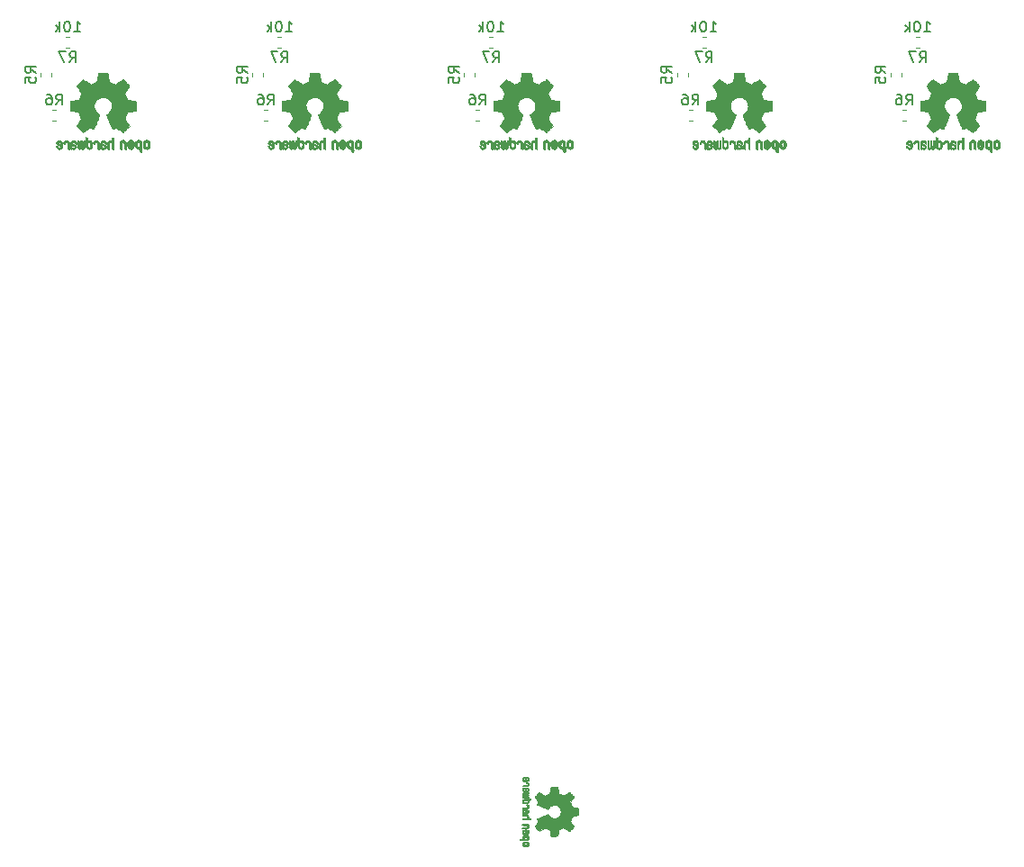
<source format=gbr>
G04 #@! TF.GenerationSoftware,KiCad,Pcbnew,5.0.0*
G04 #@! TF.CreationDate,2018-10-25T12:48:18+02:00*
G04 #@! TF.ProjectId,WaterFanBoard,576174657246616E426F6172642E6B69,rev?*
G04 #@! TF.SameCoordinates,Original*
G04 #@! TF.FileFunction,Legend,Bot*
G04 #@! TF.FilePolarity,Positive*
%FSLAX46Y46*%
G04 Gerber Fmt 4.6, Leading zero omitted, Abs format (unit mm)*
G04 Created by KiCad (PCBNEW 5.0.0) date Thu Oct 25 12:48:18 2018*
%MOMM*%
%LPD*%
G01*
G04 APERTURE LIST*
%ADD10C,0.010000*%
%ADD11C,0.120000*%
%ADD12C,0.150000*%
G04 APERTURE END LIST*
D10*
G04 #@! TO.C,REF124*
G36*
X150238140Y-196285847D02*
X150210490Y-196230390D01*
X150159578Y-196181443D01*
X150140720Y-196167962D01*
X150116043Y-196153277D01*
X150089242Y-196143749D01*
X150053471Y-196138298D01*
X150001889Y-196135844D01*
X149933791Y-196135305D01*
X149840470Y-196137739D01*
X149770401Y-196146197D01*
X149718127Y-196162417D01*
X149678189Y-196188137D01*
X149645129Y-196225094D01*
X149643172Y-196227809D01*
X149623150Y-196264231D01*
X149613243Y-196308089D01*
X149610801Y-196363867D01*
X149610801Y-196454543D01*
X149522775Y-196454581D01*
X149473750Y-196455425D01*
X149444993Y-196460567D01*
X149427747Y-196474004D01*
X149413250Y-196499733D01*
X149410289Y-196505912D01*
X149396410Y-196534827D01*
X149387644Y-196557215D01*
X149386887Y-196573862D01*
X149397035Y-196585555D01*
X149420985Y-196593081D01*
X149461632Y-196597225D01*
X149521872Y-196598776D01*
X149604603Y-196598520D01*
X149712719Y-196597242D01*
X149745058Y-196596843D01*
X149856534Y-196595406D01*
X149929455Y-196594119D01*
X149929455Y-196454620D01*
X149867559Y-196453836D01*
X149827061Y-196450351D01*
X149800350Y-196442467D01*
X149779814Y-196428486D01*
X149769798Y-196418994D01*
X149740491Y-196380187D01*
X149738106Y-196345828D01*
X149762308Y-196310375D01*
X149763201Y-196309477D01*
X149781905Y-196295052D01*
X149807326Y-196286278D01*
X149846474Y-196281852D01*
X149906361Y-196280473D01*
X149919628Y-196280448D01*
X150002157Y-196283779D01*
X150059367Y-196294622D01*
X150094292Y-196314251D01*
X150109964Y-196343941D01*
X150111544Y-196361100D01*
X150104132Y-196401825D01*
X150079728Y-196429759D01*
X150035078Y-196446574D01*
X149966928Y-196453941D01*
X149929455Y-196454620D01*
X149929455Y-196594119D01*
X149942813Y-196593883D01*
X150007725Y-196591914D01*
X150055100Y-196589141D01*
X150088768Y-196585203D01*
X150112560Y-196579742D01*
X150130305Y-196572399D01*
X150145834Y-196562814D01*
X150151677Y-196558704D01*
X150206873Y-196504186D01*
X150238168Y-196435255D01*
X150246893Y-196355519D01*
X150238140Y-196285847D01*
X150238140Y-196285847D01*
G37*
X150238140Y-196285847D02*
X150210490Y-196230390D01*
X150159578Y-196181443D01*
X150140720Y-196167962D01*
X150116043Y-196153277D01*
X150089242Y-196143749D01*
X150053471Y-196138298D01*
X150001889Y-196135844D01*
X149933791Y-196135305D01*
X149840470Y-196137739D01*
X149770401Y-196146197D01*
X149718127Y-196162417D01*
X149678189Y-196188137D01*
X149645129Y-196225094D01*
X149643172Y-196227809D01*
X149623150Y-196264231D01*
X149613243Y-196308089D01*
X149610801Y-196363867D01*
X149610801Y-196454543D01*
X149522775Y-196454581D01*
X149473750Y-196455425D01*
X149444993Y-196460567D01*
X149427747Y-196474004D01*
X149413250Y-196499733D01*
X149410289Y-196505912D01*
X149396410Y-196534827D01*
X149387644Y-196557215D01*
X149386887Y-196573862D01*
X149397035Y-196585555D01*
X149420985Y-196593081D01*
X149461632Y-196597225D01*
X149521872Y-196598776D01*
X149604603Y-196598520D01*
X149712719Y-196597242D01*
X149745058Y-196596843D01*
X149856534Y-196595406D01*
X149929455Y-196594119D01*
X149929455Y-196454620D01*
X149867559Y-196453836D01*
X149827061Y-196450351D01*
X149800350Y-196442467D01*
X149779814Y-196428486D01*
X149769798Y-196418994D01*
X149740491Y-196380187D01*
X149738106Y-196345828D01*
X149762308Y-196310375D01*
X149763201Y-196309477D01*
X149781905Y-196295052D01*
X149807326Y-196286278D01*
X149846474Y-196281852D01*
X149906361Y-196280473D01*
X149919628Y-196280448D01*
X150002157Y-196283779D01*
X150059367Y-196294622D01*
X150094292Y-196314251D01*
X150109964Y-196343941D01*
X150111544Y-196361100D01*
X150104132Y-196401825D01*
X150079728Y-196429759D01*
X150035078Y-196446574D01*
X149966928Y-196453941D01*
X149929455Y-196454620D01*
X149929455Y-196594119D01*
X149942813Y-196593883D01*
X150007725Y-196591914D01*
X150055100Y-196589141D01*
X150088768Y-196585203D01*
X150112560Y-196579742D01*
X150130305Y-196572399D01*
X150145834Y-196562814D01*
X150151677Y-196558704D01*
X150206873Y-196504186D01*
X150238168Y-196435255D01*
X150246893Y-196355519D01*
X150238140Y-196285847D01*
G36*
X150230278Y-195169498D02*
X150203335Y-195122919D01*
X150176592Y-195090534D01*
X150148574Y-195066849D01*
X150114310Y-195050532D01*
X150068831Y-195040252D01*
X150007166Y-195034677D01*
X149924347Y-195032475D01*
X149864812Y-195032220D01*
X149645667Y-195032220D01*
X149618014Y-195093905D01*
X149590361Y-195155591D01*
X149830388Y-195162848D01*
X149920030Y-195165847D01*
X149985096Y-195168993D01*
X150030032Y-195172890D01*
X150059288Y-195178144D01*
X150077310Y-195185360D01*
X150088547Y-195195141D01*
X150090979Y-195198279D01*
X150109975Y-195245830D01*
X150102458Y-195293894D01*
X150082515Y-195322505D01*
X150068383Y-195334144D01*
X150049838Y-195342200D01*
X150021724Y-195347320D01*
X149978885Y-195350150D01*
X149916163Y-195351335D01*
X149850797Y-195351534D01*
X149768790Y-195351573D01*
X149710742Y-195352977D01*
X149671593Y-195357677D01*
X149646278Y-195367604D01*
X149629735Y-195384688D01*
X149616902Y-195410859D01*
X149603567Y-195445816D01*
X149589051Y-195483995D01*
X149846669Y-195479450D01*
X149939539Y-195477620D01*
X150008169Y-195475479D01*
X150057347Y-195472410D01*
X150091860Y-195467797D01*
X150116496Y-195461023D01*
X150136042Y-195451472D01*
X150153288Y-195439957D01*
X150208378Y-195384401D01*
X150240236Y-195316611D01*
X150247867Y-195242878D01*
X150230278Y-195169498D01*
X150230278Y-195169498D01*
G37*
X150230278Y-195169498D02*
X150203335Y-195122919D01*
X150176592Y-195090534D01*
X150148574Y-195066849D01*
X150114310Y-195050532D01*
X150068831Y-195040252D01*
X150007166Y-195034677D01*
X149924347Y-195032475D01*
X149864812Y-195032220D01*
X149645667Y-195032220D01*
X149618014Y-195093905D01*
X149590361Y-195155591D01*
X149830388Y-195162848D01*
X149920030Y-195165847D01*
X149985096Y-195168993D01*
X150030032Y-195172890D01*
X150059288Y-195178144D01*
X150077310Y-195185360D01*
X150088547Y-195195141D01*
X150090979Y-195198279D01*
X150109975Y-195245830D01*
X150102458Y-195293894D01*
X150082515Y-195322505D01*
X150068383Y-195334144D01*
X150049838Y-195342200D01*
X150021724Y-195347320D01*
X149978885Y-195350150D01*
X149916163Y-195351335D01*
X149850797Y-195351534D01*
X149768790Y-195351573D01*
X149710742Y-195352977D01*
X149671593Y-195357677D01*
X149646278Y-195367604D01*
X149629735Y-195384688D01*
X149616902Y-195410859D01*
X149603567Y-195445816D01*
X149589051Y-195483995D01*
X149846669Y-195479450D01*
X149939539Y-195477620D01*
X150008169Y-195475479D01*
X150057347Y-195472410D01*
X150091860Y-195467797D01*
X150116496Y-195461023D01*
X150136042Y-195451472D01*
X150153288Y-195439957D01*
X150208378Y-195384401D01*
X150240236Y-195316611D01*
X150247867Y-195242878D01*
X150230278Y-195169498D01*
G36*
X150236096Y-196844476D02*
X150200325Y-196776446D01*
X150142757Y-196726240D01*
X150105746Y-196708406D01*
X150050176Y-196694528D01*
X149979962Y-196687424D01*
X149903331Y-196686751D01*
X149828506Y-196692164D01*
X149763716Y-196703321D01*
X149717185Y-196719877D01*
X149709171Y-196724965D01*
X149649351Y-196785236D01*
X149613523Y-196856822D01*
X149603038Y-196934499D01*
X149619248Y-197013043D01*
X149628966Y-197034902D01*
X149658915Y-197077469D01*
X149698625Y-197114828D01*
X149703661Y-197118359D01*
X149727934Y-197132710D01*
X149753880Y-197142197D01*
X149788036Y-197147801D01*
X149836939Y-197150505D01*
X149907123Y-197151292D01*
X149922858Y-197151305D01*
X149927866Y-197151269D01*
X149927866Y-197006162D01*
X149861628Y-197005318D01*
X149817672Y-197001995D01*
X149789279Y-196995008D01*
X149769733Y-196983175D01*
X149763201Y-196977134D01*
X149738378Y-196942405D01*
X149739510Y-196908688D01*
X149761042Y-196874596D01*
X149784029Y-196854262D01*
X149817580Y-196842220D01*
X149870489Y-196835457D01*
X149876659Y-196834993D01*
X149972545Y-196833839D01*
X150043759Y-196845903D01*
X150089864Y-196871021D01*
X150110423Y-196909031D01*
X150111544Y-196922599D01*
X150105906Y-196958227D01*
X150086372Y-196982597D01*
X150049016Y-196997498D01*
X149989908Y-197004716D01*
X149927866Y-197006162D01*
X149927866Y-197151269D01*
X149997645Y-197150765D01*
X150049899Y-197148495D01*
X150086109Y-197143523D01*
X150112759Y-197134878D01*
X150136336Y-197121586D01*
X150140720Y-197118648D01*
X150199809Y-197069278D01*
X150234111Y-197015482D01*
X150247727Y-196949989D01*
X150248393Y-196927749D01*
X150236096Y-196844476D01*
X150236096Y-196844476D01*
G37*
X150236096Y-196844476D02*
X150200325Y-196776446D01*
X150142757Y-196726240D01*
X150105746Y-196708406D01*
X150050176Y-196694528D01*
X149979962Y-196687424D01*
X149903331Y-196686751D01*
X149828506Y-196692164D01*
X149763716Y-196703321D01*
X149717185Y-196719877D01*
X149709171Y-196724965D01*
X149649351Y-196785236D01*
X149613523Y-196856822D01*
X149603038Y-196934499D01*
X149619248Y-197013043D01*
X149628966Y-197034902D01*
X149658915Y-197077469D01*
X149698625Y-197114828D01*
X149703661Y-197118359D01*
X149727934Y-197132710D01*
X149753880Y-197142197D01*
X149788036Y-197147801D01*
X149836939Y-197150505D01*
X149907123Y-197151292D01*
X149922858Y-197151305D01*
X149927866Y-197151269D01*
X149927866Y-197006162D01*
X149861628Y-197005318D01*
X149817672Y-197001995D01*
X149789279Y-196995008D01*
X149769733Y-196983175D01*
X149763201Y-196977134D01*
X149738378Y-196942405D01*
X149739510Y-196908688D01*
X149761042Y-196874596D01*
X149784029Y-196854262D01*
X149817580Y-196842220D01*
X149870489Y-196835457D01*
X149876659Y-196834993D01*
X149972545Y-196833839D01*
X150043759Y-196845903D01*
X150089864Y-196871021D01*
X150110423Y-196909031D01*
X150111544Y-196922599D01*
X150105906Y-196958227D01*
X150086372Y-196982597D01*
X150049016Y-196997498D01*
X149989908Y-197004716D01*
X149927866Y-197006162D01*
X149927866Y-197151269D01*
X149997645Y-197150765D01*
X150049899Y-197148495D01*
X150086109Y-197143523D01*
X150112759Y-197134878D01*
X150136336Y-197121586D01*
X150140720Y-197118648D01*
X150199809Y-197069278D01*
X150234111Y-197015482D01*
X150247727Y-196949989D01*
X150248393Y-196927749D01*
X150236096Y-196844476D01*
G36*
X150226819Y-195717288D02*
X150188323Y-195660064D01*
X150132723Y-195615842D01*
X150061972Y-195589424D01*
X150009896Y-195584081D01*
X149988165Y-195584688D01*
X149971527Y-195589769D01*
X149956621Y-195603736D01*
X149940085Y-195631002D01*
X149918560Y-195675979D01*
X149888684Y-195743080D01*
X149888534Y-195743420D01*
X149860245Y-195805184D01*
X149835125Y-195855832D01*
X149815879Y-195890187D01*
X149805210Y-195903073D01*
X149805124Y-195903077D01*
X149781892Y-195891719D01*
X149756284Y-195865160D01*
X149737837Y-195834668D01*
X149734172Y-195819221D01*
X149746846Y-195777076D01*
X149778587Y-195740783D01*
X149813486Y-195723074D01*
X149839213Y-195706039D01*
X149868512Y-195672669D01*
X149893823Y-195633442D01*
X149907587Y-195598835D01*
X149908344Y-195591598D01*
X149895898Y-195583452D01*
X149864086Y-195582961D01*
X149821192Y-195588948D01*
X149775500Y-195600234D01*
X149735297Y-195615641D01*
X149733736Y-195616420D01*
X149668996Y-195662787D01*
X149624961Y-195722880D01*
X149603347Y-195791126D01*
X149605873Y-195861953D01*
X149634254Y-195929787D01*
X149636250Y-195932803D01*
X149684610Y-195986164D01*
X149747706Y-196021251D01*
X149830671Y-196040669D01*
X149853980Y-196043275D01*
X149964003Y-196047890D01*
X150015310Y-196042358D01*
X150015310Y-195903077D01*
X149983305Y-195901267D01*
X149973965Y-195891369D01*
X149980953Y-195866693D01*
X149997471Y-195827796D01*
X150018177Y-195784316D01*
X150018725Y-195783235D01*
X150038109Y-195746382D01*
X150051045Y-195731591D01*
X150064607Y-195735238D01*
X150082426Y-195750596D01*
X150108213Y-195789668D01*
X150110108Y-195831745D01*
X150091341Y-195869488D01*
X150055143Y-195895557D01*
X150015310Y-195903077D01*
X150015310Y-196042358D01*
X150052031Y-196038397D01*
X150121846Y-196014041D01*
X150170756Y-195980135D01*
X150220180Y-195918938D01*
X150244699Y-195851528D01*
X150246261Y-195782711D01*
X150226819Y-195717288D01*
X150226819Y-195717288D01*
G37*
X150226819Y-195717288D02*
X150188323Y-195660064D01*
X150132723Y-195615842D01*
X150061972Y-195589424D01*
X150009896Y-195584081D01*
X149988165Y-195584688D01*
X149971527Y-195589769D01*
X149956621Y-195603736D01*
X149940085Y-195631002D01*
X149918560Y-195675979D01*
X149888684Y-195743080D01*
X149888534Y-195743420D01*
X149860245Y-195805184D01*
X149835125Y-195855832D01*
X149815879Y-195890187D01*
X149805210Y-195903073D01*
X149805124Y-195903077D01*
X149781892Y-195891719D01*
X149756284Y-195865160D01*
X149737837Y-195834668D01*
X149734172Y-195819221D01*
X149746846Y-195777076D01*
X149778587Y-195740783D01*
X149813486Y-195723074D01*
X149839213Y-195706039D01*
X149868512Y-195672669D01*
X149893823Y-195633442D01*
X149907587Y-195598835D01*
X149908344Y-195591598D01*
X149895898Y-195583452D01*
X149864086Y-195582961D01*
X149821192Y-195588948D01*
X149775500Y-195600234D01*
X149735297Y-195615641D01*
X149733736Y-195616420D01*
X149668996Y-195662787D01*
X149624961Y-195722880D01*
X149603347Y-195791126D01*
X149605873Y-195861953D01*
X149634254Y-195929787D01*
X149636250Y-195932803D01*
X149684610Y-195986164D01*
X149747706Y-196021251D01*
X149830671Y-196040669D01*
X149853980Y-196043275D01*
X149964003Y-196047890D01*
X150015310Y-196042358D01*
X150015310Y-195903077D01*
X149983305Y-195901267D01*
X149973965Y-195891369D01*
X149980953Y-195866693D01*
X149997471Y-195827796D01*
X150018177Y-195784316D01*
X150018725Y-195783235D01*
X150038109Y-195746382D01*
X150051045Y-195731591D01*
X150064607Y-195735238D01*
X150082426Y-195750596D01*
X150108213Y-195789668D01*
X150110108Y-195831745D01*
X150091341Y-195869488D01*
X150055143Y-195895557D01*
X150015310Y-195903077D01*
X150015310Y-196042358D01*
X150052031Y-196038397D01*
X150121846Y-196014041D01*
X150170756Y-195980135D01*
X150220180Y-195918938D01*
X150244699Y-195851528D01*
X150246261Y-195782711D01*
X150226819Y-195717288D01*
G36*
X150306769Y-194509705D02*
X150247445Y-194505452D01*
X150212486Y-194500566D01*
X150197238Y-194493796D01*
X150197043Y-194483889D01*
X150198863Y-194480677D01*
X150212043Y-194437947D01*
X150211273Y-194382364D01*
X150197725Y-194325854D01*
X150180197Y-194290509D01*
X150152197Y-194254270D01*
X150120509Y-194227778D01*
X150080245Y-194209592D01*
X150026515Y-194198269D01*
X149954432Y-194192369D01*
X149859107Y-194190448D01*
X149840821Y-194190414D01*
X149635412Y-194190391D01*
X149619478Y-194236100D01*
X149608638Y-194268564D01*
X149603590Y-194286376D01*
X149603544Y-194286900D01*
X149617230Y-194288654D01*
X149654982Y-194290147D01*
X149711834Y-194291265D01*
X149782824Y-194291894D01*
X149825985Y-194291991D01*
X149911085Y-194292193D01*
X149972077Y-194293233D01*
X150013881Y-194295760D01*
X150041416Y-194300427D01*
X150059602Y-194307884D01*
X150073360Y-194318780D01*
X150079985Y-194325584D01*
X150106683Y-194372319D01*
X150108683Y-194423319D01*
X150086103Y-194469590D01*
X150077951Y-194478147D01*
X150062622Y-194490698D01*
X150044440Y-194499403D01*
X150018149Y-194504960D01*
X149978496Y-194508065D01*
X149920226Y-194509415D01*
X149839885Y-194509705D01*
X149635412Y-194509705D01*
X149619478Y-194555414D01*
X149608638Y-194587878D01*
X149603590Y-194605690D01*
X149603544Y-194606214D01*
X149617435Y-194607554D01*
X149656619Y-194608763D01*
X149717358Y-194609790D01*
X149795917Y-194610589D01*
X149888560Y-194611110D01*
X149991549Y-194611305D01*
X150388716Y-194611305D01*
X150408614Y-194564134D01*
X150428511Y-194516962D01*
X150306769Y-194509705D01*
X150306769Y-194509705D01*
G37*
X150306769Y-194509705D02*
X150247445Y-194505452D01*
X150212486Y-194500566D01*
X150197238Y-194493796D01*
X150197043Y-194483889D01*
X150198863Y-194480677D01*
X150212043Y-194437947D01*
X150211273Y-194382364D01*
X150197725Y-194325854D01*
X150180197Y-194290509D01*
X150152197Y-194254270D01*
X150120509Y-194227778D01*
X150080245Y-194209592D01*
X150026515Y-194198269D01*
X149954432Y-194192369D01*
X149859107Y-194190448D01*
X149840821Y-194190414D01*
X149635412Y-194190391D01*
X149619478Y-194236100D01*
X149608638Y-194268564D01*
X149603590Y-194286376D01*
X149603544Y-194286900D01*
X149617230Y-194288654D01*
X149654982Y-194290147D01*
X149711834Y-194291265D01*
X149782824Y-194291894D01*
X149825985Y-194291991D01*
X149911085Y-194292193D01*
X149972077Y-194293233D01*
X150013881Y-194295760D01*
X150041416Y-194300427D01*
X150059602Y-194307884D01*
X150073360Y-194318780D01*
X150079985Y-194325584D01*
X150106683Y-194372319D01*
X150108683Y-194423319D01*
X150086103Y-194469590D01*
X150077951Y-194478147D01*
X150062622Y-194490698D01*
X150044440Y-194499403D01*
X150018149Y-194504960D01*
X149978496Y-194508065D01*
X149920226Y-194509415D01*
X149839885Y-194509705D01*
X149635412Y-194509705D01*
X149619478Y-194555414D01*
X149608638Y-194587878D01*
X149603590Y-194605690D01*
X149603544Y-194606214D01*
X149617435Y-194607554D01*
X149656619Y-194608763D01*
X149717358Y-194609790D01*
X149795917Y-194610589D01*
X149888560Y-194611110D01*
X149991549Y-194611305D01*
X150388716Y-194611305D01*
X150408614Y-194564134D01*
X150428511Y-194516962D01*
X150306769Y-194509705D01*
G36*
X150207090Y-193845847D02*
X150185971Y-193788975D01*
X150185565Y-193788324D01*
X150159678Y-193753151D01*
X150129425Y-193727184D01*
X150090000Y-193708921D01*
X150036596Y-193696859D01*
X149964407Y-193689495D01*
X149868626Y-193685327D01*
X149854980Y-193684962D01*
X149649216Y-193679715D01*
X149626380Y-193723875D01*
X149610948Y-193755828D01*
X149603635Y-193775121D01*
X149603544Y-193776013D01*
X149617036Y-193779352D01*
X149653432Y-193782004D01*
X149706606Y-193783635D01*
X149749665Y-193783991D01*
X149819417Y-193783999D01*
X149863221Y-193787188D01*
X149884114Y-193798303D01*
X149885133Y-193822090D01*
X149869317Y-193863295D01*
X149840243Y-193925505D01*
X149816095Y-193971250D01*
X149795145Y-193994778D01*
X149772311Y-194001695D01*
X149771181Y-194001705D01*
X149731846Y-193990292D01*
X149710596Y-193956499D01*
X149707519Y-193904782D01*
X149708052Y-193867530D01*
X149697323Y-193847888D01*
X149671553Y-193835639D01*
X149638721Y-193828589D01*
X149620092Y-193838749D01*
X149617426Y-193842574D01*
X149606718Y-193878590D01*
X149605202Y-193929025D01*
X149612299Y-193980965D01*
X149625270Y-194017769D01*
X149668473Y-194068653D01*
X149728612Y-194097577D01*
X149775596Y-194103305D01*
X149817976Y-194098934D01*
X149852570Y-194083116D01*
X149883295Y-194051794D01*
X149914068Y-194000913D01*
X149948806Y-193926415D01*
X149950770Y-193921877D01*
X149981771Y-193854770D01*
X150007196Y-193813359D01*
X150030044Y-193795610D01*
X150053313Y-193799484D01*
X150080002Y-193822948D01*
X150086144Y-193829964D01*
X150109958Y-193876961D01*
X150108955Y-193925658D01*
X150085607Y-193968069D01*
X150042383Y-193996207D01*
X150033898Y-193998822D01*
X149992750Y-194024283D01*
X149972930Y-194056590D01*
X149953288Y-194103305D01*
X150004108Y-194103305D01*
X150077976Y-194089095D01*
X150145731Y-194046916D01*
X150168397Y-194024967D01*
X150197489Y-193975074D01*
X150210658Y-193911624D01*
X150207090Y-193845847D01*
X150207090Y-193845847D01*
G37*
X150207090Y-193845847D02*
X150185971Y-193788975D01*
X150185565Y-193788324D01*
X150159678Y-193753151D01*
X150129425Y-193727184D01*
X150090000Y-193708921D01*
X150036596Y-193696859D01*
X149964407Y-193689495D01*
X149868626Y-193685327D01*
X149854980Y-193684962D01*
X149649216Y-193679715D01*
X149626380Y-193723875D01*
X149610948Y-193755828D01*
X149603635Y-193775121D01*
X149603544Y-193776013D01*
X149617036Y-193779352D01*
X149653432Y-193782004D01*
X149706606Y-193783635D01*
X149749665Y-193783991D01*
X149819417Y-193783999D01*
X149863221Y-193787188D01*
X149884114Y-193798303D01*
X149885133Y-193822090D01*
X149869317Y-193863295D01*
X149840243Y-193925505D01*
X149816095Y-193971250D01*
X149795145Y-193994778D01*
X149772311Y-194001695D01*
X149771181Y-194001705D01*
X149731846Y-193990292D01*
X149710596Y-193956499D01*
X149707519Y-193904782D01*
X149708052Y-193867530D01*
X149697323Y-193847888D01*
X149671553Y-193835639D01*
X149638721Y-193828589D01*
X149620092Y-193838749D01*
X149617426Y-193842574D01*
X149606718Y-193878590D01*
X149605202Y-193929025D01*
X149612299Y-193980965D01*
X149625270Y-194017769D01*
X149668473Y-194068653D01*
X149728612Y-194097577D01*
X149775596Y-194103305D01*
X149817976Y-194098934D01*
X149852570Y-194083116D01*
X149883295Y-194051794D01*
X149914068Y-194000913D01*
X149948806Y-193926415D01*
X149950770Y-193921877D01*
X149981771Y-193854770D01*
X150007196Y-193813359D01*
X150030044Y-193795610D01*
X150053313Y-193799484D01*
X150080002Y-193822948D01*
X150086144Y-193829964D01*
X150109958Y-193876961D01*
X150108955Y-193925658D01*
X150085607Y-193968069D01*
X150042383Y-193996207D01*
X150033898Y-193998822D01*
X149992750Y-194024283D01*
X149972930Y-194056590D01*
X149953288Y-194103305D01*
X150004108Y-194103305D01*
X150077976Y-194089095D01*
X150145731Y-194046916D01*
X150168397Y-194024967D01*
X150197489Y-193975074D01*
X150210658Y-193911624D01*
X150207090Y-193845847D01*
G36*
X150208303Y-193355665D02*
X150183974Y-193289733D01*
X150140941Y-193236318D01*
X150110649Y-193215427D01*
X150055064Y-193192652D01*
X150014872Y-193193125D01*
X149987841Y-193217029D01*
X149983245Y-193225874D01*
X149968914Y-193264061D01*
X149972586Y-193283563D01*
X149996651Y-193290169D01*
X150009944Y-193290505D01*
X150058848Y-193302599D01*
X150093059Y-193334120D01*
X150109582Y-193377932D01*
X150105424Y-193426896D01*
X150083831Y-193466697D01*
X150071514Y-193480141D01*
X150056571Y-193489670D01*
X150033983Y-193496106D01*
X149998730Y-193500274D01*
X149945792Y-193502994D01*
X149870151Y-193505089D01*
X149846201Y-193505631D01*
X149764268Y-193507610D01*
X149706603Y-193509860D01*
X149668450Y-193513234D01*
X149645054Y-193518585D01*
X149631660Y-193526767D01*
X149623513Y-193538632D01*
X149619914Y-193546229D01*
X149607606Y-193578489D01*
X149603544Y-193597480D01*
X149617110Y-193603755D01*
X149658124Y-193607585D01*
X149727059Y-193608991D01*
X149824389Y-193607993D01*
X149839401Y-193607683D01*
X149928199Y-193605490D01*
X149993039Y-193602898D01*
X150038991Y-193599209D01*
X150071123Y-193593727D01*
X150094505Y-193585756D01*
X150114206Y-193574598D01*
X150122648Y-193568761D01*
X150160001Y-193535295D01*
X150189055Y-193497864D01*
X150191591Y-193493282D01*
X150211615Y-193426165D01*
X150208303Y-193355665D01*
X150208303Y-193355665D01*
G37*
X150208303Y-193355665D02*
X150183974Y-193289733D01*
X150140941Y-193236318D01*
X150110649Y-193215427D01*
X150055064Y-193192652D01*
X150014872Y-193193125D01*
X149987841Y-193217029D01*
X149983245Y-193225874D01*
X149968914Y-193264061D01*
X149972586Y-193283563D01*
X149996651Y-193290169D01*
X150009944Y-193290505D01*
X150058848Y-193302599D01*
X150093059Y-193334120D01*
X150109582Y-193377932D01*
X150105424Y-193426896D01*
X150083831Y-193466697D01*
X150071514Y-193480141D01*
X150056571Y-193489670D01*
X150033983Y-193496106D01*
X149998730Y-193500274D01*
X149945792Y-193502994D01*
X149870151Y-193505089D01*
X149846201Y-193505631D01*
X149764268Y-193507610D01*
X149706603Y-193509860D01*
X149668450Y-193513234D01*
X149645054Y-193518585D01*
X149631660Y-193526767D01*
X149623513Y-193538632D01*
X149619914Y-193546229D01*
X149607606Y-193578489D01*
X149603544Y-193597480D01*
X149617110Y-193603755D01*
X149658124Y-193607585D01*
X149727059Y-193608991D01*
X149824389Y-193607993D01*
X149839401Y-193607683D01*
X149928199Y-193605490D01*
X149993039Y-193602898D01*
X150038991Y-193599209D01*
X150071123Y-193593727D01*
X150094505Y-193585756D01*
X150114206Y-193574598D01*
X150122648Y-193568761D01*
X150160001Y-193535295D01*
X150189055Y-193497864D01*
X150191591Y-193493282D01*
X150211615Y-193426165D01*
X150208303Y-193355665D01*
G36*
X150092700Y-192695474D02*
X149984221Y-192695658D01*
X149900771Y-192696372D01*
X149838354Y-192697916D01*
X149792973Y-192700590D01*
X149760629Y-192704697D01*
X149737325Y-192710536D01*
X149719063Y-192718409D01*
X149708640Y-192724370D01*
X149652113Y-192773736D01*
X149616681Y-192836327D01*
X149603968Y-192905578D01*
X149615595Y-192974923D01*
X149636490Y-193016216D01*
X149672636Y-193059566D01*
X149716782Y-193089110D01*
X149774596Y-193106936D01*
X149851745Y-193115128D01*
X149908344Y-193116289D01*
X149912411Y-193116133D01*
X149912411Y-193014734D01*
X149847508Y-193014115D01*
X149804544Y-193011277D01*
X149776436Y-193004751D01*
X149756105Y-192993068D01*
X149740770Y-192979108D01*
X149711168Y-192932226D01*
X149708639Y-192881890D01*
X149733353Y-192834315D01*
X149736702Y-192830612D01*
X149754123Y-192814808D01*
X149774849Y-192804898D01*
X149805696Y-192799533D01*
X149853481Y-192797363D01*
X149906310Y-192797020D01*
X149972677Y-192797764D01*
X150016952Y-192800843D01*
X150046049Y-192807530D01*
X150066885Y-192819095D01*
X150077951Y-192828578D01*
X150105860Y-192872631D01*
X150109215Y-192923367D01*
X150087899Y-192971795D01*
X150079985Y-192981141D01*
X150062411Y-192997051D01*
X150041471Y-193006981D01*
X150010276Y-193012313D01*
X149961936Y-193014428D01*
X149912411Y-193014734D01*
X149912411Y-193116133D01*
X149999490Y-193112781D01*
X150067972Y-193100865D01*
X150119458Y-193078456D01*
X150159615Y-193043467D01*
X150180197Y-193016216D01*
X150202433Y-192966684D01*
X150212754Y-192909275D01*
X150209991Y-192855909D01*
X150198846Y-192826048D01*
X150195675Y-192814330D01*
X150207501Y-192806554D01*
X150239192Y-192801126D01*
X150287465Y-192797020D01*
X150341229Y-192792524D01*
X150373576Y-192786278D01*
X150392073Y-192774915D01*
X150404288Y-192755063D01*
X150409696Y-192742591D01*
X150429457Y-192695420D01*
X150092700Y-192695474D01*
X150092700Y-192695474D01*
G37*
X150092700Y-192695474D02*
X149984221Y-192695658D01*
X149900771Y-192696372D01*
X149838354Y-192697916D01*
X149792973Y-192700590D01*
X149760629Y-192704697D01*
X149737325Y-192710536D01*
X149719063Y-192718409D01*
X149708640Y-192724370D01*
X149652113Y-192773736D01*
X149616681Y-192836327D01*
X149603968Y-192905578D01*
X149615595Y-192974923D01*
X149636490Y-193016216D01*
X149672636Y-193059566D01*
X149716782Y-193089110D01*
X149774596Y-193106936D01*
X149851745Y-193115128D01*
X149908344Y-193116289D01*
X149912411Y-193116133D01*
X149912411Y-193014734D01*
X149847508Y-193014115D01*
X149804544Y-193011277D01*
X149776436Y-193004751D01*
X149756105Y-192993068D01*
X149740770Y-192979108D01*
X149711168Y-192932226D01*
X149708639Y-192881890D01*
X149733353Y-192834315D01*
X149736702Y-192830612D01*
X149754123Y-192814808D01*
X149774849Y-192804898D01*
X149805696Y-192799533D01*
X149853481Y-192797363D01*
X149906310Y-192797020D01*
X149972677Y-192797764D01*
X150016952Y-192800843D01*
X150046049Y-192807530D01*
X150066885Y-192819095D01*
X150077951Y-192828578D01*
X150105860Y-192872631D01*
X150109215Y-192923367D01*
X150087899Y-192971795D01*
X150079985Y-192981141D01*
X150062411Y-192997051D01*
X150041471Y-193006981D01*
X150010276Y-193012313D01*
X149961936Y-193014428D01*
X149912411Y-193014734D01*
X149912411Y-193116133D01*
X149999490Y-193112781D01*
X150067972Y-193100865D01*
X150119458Y-193078456D01*
X150159615Y-193043467D01*
X150180197Y-193016216D01*
X150202433Y-192966684D01*
X150212754Y-192909275D01*
X150209991Y-192855909D01*
X150198846Y-192826048D01*
X150195675Y-192814330D01*
X150207501Y-192806554D01*
X150239192Y-192801126D01*
X150287465Y-192797020D01*
X150341229Y-192792524D01*
X150373576Y-192786278D01*
X150392073Y-192774915D01*
X150404288Y-192755063D01*
X150409696Y-192742591D01*
X150429457Y-192695420D01*
X150092700Y-192695474D01*
G36*
X150199395Y-192105758D02*
X150161208Y-192103543D01*
X150103172Y-192101807D01*
X150029878Y-192100692D01*
X149953003Y-192100334D01*
X149692862Y-192100334D01*
X149646931Y-192146265D01*
X149618629Y-192177916D01*
X149607165Y-192205701D01*
X149607890Y-192243676D01*
X149609737Y-192258751D01*
X149615110Y-192305865D01*
X149618189Y-192344835D01*
X149618473Y-192354334D01*
X149616613Y-192386358D01*
X149611944Y-192432159D01*
X149609737Y-192449917D01*
X149606323Y-192493534D01*
X149613738Y-192522846D01*
X149636631Y-192551911D01*
X149646931Y-192562403D01*
X149692862Y-192608334D01*
X150179456Y-192608334D01*
X150196300Y-192571365D01*
X150208776Y-192539532D01*
X150213144Y-192520908D01*
X150199340Y-192516133D01*
X150160772Y-192511670D01*
X150101702Y-192507816D01*
X150026395Y-192504869D01*
X149962772Y-192503448D01*
X149712401Y-192499477D01*
X149707502Y-192464832D01*
X149710927Y-192433323D01*
X149722017Y-192417883D01*
X149742750Y-192413568D01*
X149786913Y-192409883D01*
X149848912Y-192407122D01*
X149923149Y-192405579D01*
X149961352Y-192405356D01*
X150181275Y-192405134D01*
X150197209Y-192359425D01*
X150208043Y-192327073D01*
X150213096Y-192309476D01*
X150213144Y-192308968D01*
X150199410Y-192307203D01*
X150161328Y-192305262D01*
X150103576Y-192303309D01*
X150030831Y-192301507D01*
X149962772Y-192300248D01*
X149712401Y-192296277D01*
X149712401Y-192209191D01*
X149940818Y-192205195D01*
X150169236Y-192201199D01*
X150191190Y-192158744D01*
X150206265Y-192127399D01*
X150213107Y-192108847D01*
X150213144Y-192108312D01*
X150199395Y-192105758D01*
X150199395Y-192105758D01*
G37*
X150199395Y-192105758D02*
X150161208Y-192103543D01*
X150103172Y-192101807D01*
X150029878Y-192100692D01*
X149953003Y-192100334D01*
X149692862Y-192100334D01*
X149646931Y-192146265D01*
X149618629Y-192177916D01*
X149607165Y-192205701D01*
X149607890Y-192243676D01*
X149609737Y-192258751D01*
X149615110Y-192305865D01*
X149618189Y-192344835D01*
X149618473Y-192354334D01*
X149616613Y-192386358D01*
X149611944Y-192432159D01*
X149609737Y-192449917D01*
X149606323Y-192493534D01*
X149613738Y-192522846D01*
X149636631Y-192551911D01*
X149646931Y-192562403D01*
X149692862Y-192608334D01*
X150179456Y-192608334D01*
X150196300Y-192571365D01*
X150208776Y-192539532D01*
X150213144Y-192520908D01*
X150199340Y-192516133D01*
X150160772Y-192511670D01*
X150101702Y-192507816D01*
X150026395Y-192504869D01*
X149962772Y-192503448D01*
X149712401Y-192499477D01*
X149707502Y-192464832D01*
X149710927Y-192433323D01*
X149722017Y-192417883D01*
X149742750Y-192413568D01*
X149786913Y-192409883D01*
X149848912Y-192407122D01*
X149923149Y-192405579D01*
X149961352Y-192405356D01*
X150181275Y-192405134D01*
X150197209Y-192359425D01*
X150208043Y-192327073D01*
X150213096Y-192309476D01*
X150213144Y-192308968D01*
X150199410Y-192307203D01*
X150161328Y-192305262D01*
X150103576Y-192303309D01*
X150030831Y-192301507D01*
X149962772Y-192300248D01*
X149712401Y-192296277D01*
X149712401Y-192209191D01*
X149940818Y-192205195D01*
X150169236Y-192201199D01*
X150191190Y-192158744D01*
X150206265Y-192127399D01*
X150213107Y-192108847D01*
X150213144Y-192108312D01*
X150199395Y-192105758D01*
G36*
X150201723Y-191740715D02*
X150182714Y-191698924D01*
X150159680Y-191666122D01*
X150133925Y-191642088D01*
X150100700Y-191625494D01*
X150055258Y-191615014D01*
X149992851Y-191609320D01*
X149908731Y-191607084D01*
X149853337Y-191606848D01*
X149637232Y-191606848D01*
X149620388Y-191643817D01*
X149608077Y-191672935D01*
X149603544Y-191687360D01*
X149617033Y-191690119D01*
X149653405Y-191692309D01*
X149706516Y-191693649D01*
X149748686Y-191693934D01*
X149809611Y-191695157D01*
X149857943Y-191698455D01*
X149887540Y-191703270D01*
X149893829Y-191707095D01*
X149887406Y-191732808D01*
X149870933Y-191773173D01*
X149848600Y-191819912D01*
X149824601Y-191864746D01*
X149803128Y-191899398D01*
X149788373Y-191915589D01*
X149788213Y-191915653D01*
X149760906Y-191914261D01*
X149734839Y-191901773D01*
X149713666Y-191879848D01*
X149706584Y-191847848D01*
X149707409Y-191820499D01*
X149708016Y-191781765D01*
X149698942Y-191761433D01*
X149674966Y-191749222D01*
X149670445Y-191747682D01*
X149636252Y-191742388D01*
X149615490Y-191756544D01*
X149605596Y-191793443D01*
X149603766Y-191833302D01*
X149617331Y-191905029D01*
X149636703Y-191942159D01*
X149682213Y-191988015D01*
X149738075Y-192012335D01*
X149797101Y-192014518D01*
X149852105Y-191993962D01*
X149886572Y-191963042D01*
X149905869Y-191932171D01*
X149930299Y-191883649D01*
X149955073Y-191827106D01*
X149958859Y-191817681D01*
X149986267Y-191755572D01*
X150010424Y-191719769D01*
X150034439Y-191708254D01*
X150061423Y-191719011D01*
X150082515Y-191737477D01*
X150108486Y-191781122D01*
X150110434Y-191829145D01*
X150090421Y-191873185D01*
X150050507Y-191904882D01*
X150040210Y-191909042D01*
X150002334Y-191933264D01*
X149974216Y-191968626D01*
X149951141Y-192013248D01*
X150016573Y-192013248D01*
X150056552Y-192010622D01*
X150088061Y-191999361D01*
X150121680Y-191974392D01*
X150147574Y-191950422D01*
X150184241Y-191913150D01*
X150203937Y-191884190D01*
X150211838Y-191853086D01*
X150213144Y-191817878D01*
X150201723Y-191740715D01*
X150201723Y-191740715D01*
G37*
X150201723Y-191740715D02*
X150182714Y-191698924D01*
X150159680Y-191666122D01*
X150133925Y-191642088D01*
X150100700Y-191625494D01*
X150055258Y-191615014D01*
X149992851Y-191609320D01*
X149908731Y-191607084D01*
X149853337Y-191606848D01*
X149637232Y-191606848D01*
X149620388Y-191643817D01*
X149608077Y-191672935D01*
X149603544Y-191687360D01*
X149617033Y-191690119D01*
X149653405Y-191692309D01*
X149706516Y-191693649D01*
X149748686Y-191693934D01*
X149809611Y-191695157D01*
X149857943Y-191698455D01*
X149887540Y-191703270D01*
X149893829Y-191707095D01*
X149887406Y-191732808D01*
X149870933Y-191773173D01*
X149848600Y-191819912D01*
X149824601Y-191864746D01*
X149803128Y-191899398D01*
X149788373Y-191915589D01*
X149788213Y-191915653D01*
X149760906Y-191914261D01*
X149734839Y-191901773D01*
X149713666Y-191879848D01*
X149706584Y-191847848D01*
X149707409Y-191820499D01*
X149708016Y-191781765D01*
X149698942Y-191761433D01*
X149674966Y-191749222D01*
X149670445Y-191747682D01*
X149636252Y-191742388D01*
X149615490Y-191756544D01*
X149605596Y-191793443D01*
X149603766Y-191833302D01*
X149617331Y-191905029D01*
X149636703Y-191942159D01*
X149682213Y-191988015D01*
X149738075Y-192012335D01*
X149797101Y-192014518D01*
X149852105Y-191993962D01*
X149886572Y-191963042D01*
X149905869Y-191932171D01*
X149930299Y-191883649D01*
X149955073Y-191827106D01*
X149958859Y-191817681D01*
X149986267Y-191755572D01*
X150010424Y-191719769D01*
X150034439Y-191708254D01*
X150061423Y-191719011D01*
X150082515Y-191737477D01*
X150108486Y-191781122D01*
X150110434Y-191829145D01*
X150090421Y-191873185D01*
X150050507Y-191904882D01*
X150040210Y-191909042D01*
X150002334Y-191933264D01*
X149974216Y-191968626D01*
X149951141Y-192013248D01*
X150016573Y-192013248D01*
X150056552Y-192010622D01*
X150088061Y-191999361D01*
X150121680Y-191974392D01*
X150147574Y-191950422D01*
X150184241Y-191913150D01*
X150203937Y-191884190D01*
X150211838Y-191853086D01*
X150213144Y-191817878D01*
X150201723Y-191740715D01*
G36*
X150199306Y-191232991D02*
X150191724Y-191215643D01*
X150158930Y-191174235D01*
X150111511Y-191138826D01*
X150060907Y-191116927D01*
X150035960Y-191113362D01*
X150001131Y-191125312D01*
X149982701Y-191151524D01*
X149971542Y-191179627D01*
X149969486Y-191192496D01*
X149984409Y-191198762D01*
X150016883Y-191211135D01*
X150031556Y-191216563D01*
X150082314Y-191247001D01*
X150107631Y-191291071D01*
X150106852Y-191347581D01*
X150105855Y-191351766D01*
X150091551Y-191381936D01*
X150063665Y-191404115D01*
X150018771Y-191419264D01*
X149953443Y-191428341D01*
X149864254Y-191432305D01*
X149816797Y-191432677D01*
X149741987Y-191432861D01*
X149690989Y-191434069D01*
X149658587Y-191437282D01*
X149639563Y-191443482D01*
X149628702Y-191453651D01*
X149620786Y-191468772D01*
X149620388Y-191469645D01*
X149608077Y-191498763D01*
X149603544Y-191513188D01*
X149617249Y-191515405D01*
X149655133Y-191517302D01*
X149712343Y-191518744D01*
X149784031Y-191519593D01*
X149836493Y-191519762D01*
X149938011Y-191518899D01*
X150015026Y-191515521D01*
X150072035Y-191508449D01*
X150113532Y-191496503D01*
X150144015Y-191478501D01*
X150167978Y-191453264D01*
X150184703Y-191428344D01*
X150206961Y-191368420D01*
X150211982Y-191298680D01*
X150199306Y-191232991D01*
X150199306Y-191232991D01*
G37*
X150199306Y-191232991D02*
X150191724Y-191215643D01*
X150158930Y-191174235D01*
X150111511Y-191138826D01*
X150060907Y-191116927D01*
X150035960Y-191113362D01*
X150001131Y-191125312D01*
X149982701Y-191151524D01*
X149971542Y-191179627D01*
X149969486Y-191192496D01*
X149984409Y-191198762D01*
X150016883Y-191211135D01*
X150031556Y-191216563D01*
X150082314Y-191247001D01*
X150107631Y-191291071D01*
X150106852Y-191347581D01*
X150105855Y-191351766D01*
X150091551Y-191381936D01*
X150063665Y-191404115D01*
X150018771Y-191419264D01*
X149953443Y-191428341D01*
X149864254Y-191432305D01*
X149816797Y-191432677D01*
X149741987Y-191432861D01*
X149690989Y-191434069D01*
X149658587Y-191437282D01*
X149639563Y-191443482D01*
X149628702Y-191453651D01*
X149620786Y-191468772D01*
X149620388Y-191469645D01*
X149608077Y-191498763D01*
X149603544Y-191513188D01*
X149617249Y-191515405D01*
X149655133Y-191517302D01*
X149712343Y-191518744D01*
X149784031Y-191519593D01*
X149836493Y-191519762D01*
X149938011Y-191518899D01*
X150015026Y-191515521D01*
X150072035Y-191508449D01*
X150113532Y-191496503D01*
X150144015Y-191478501D01*
X150167978Y-191453264D01*
X150184703Y-191428344D01*
X150206961Y-191368420D01*
X150211982Y-191298680D01*
X150199306Y-191232991D01*
G36*
X150191092Y-190731996D02*
X150153561Y-190674570D01*
X150119962Y-190646872D01*
X150058994Y-190624929D01*
X150010750Y-190623186D01*
X149946242Y-190627134D01*
X149881124Y-190775905D01*
X149847856Y-190848242D01*
X149821094Y-190895507D01*
X149797914Y-190920084D01*
X149775391Y-190924354D01*
X149750603Y-190910702D01*
X149734172Y-190895648D01*
X149707823Y-190851845D01*
X149705977Y-190804202D01*
X149726512Y-190760446D01*
X149767306Y-190728302D01*
X149781711Y-190722553D01*
X149826702Y-190695015D01*
X149845876Y-190663333D01*
X149862279Y-190619877D01*
X149800092Y-190619877D01*
X149757775Y-190623719D01*
X149722089Y-190638768D01*
X149681115Y-190670311D01*
X149675791Y-190674999D01*
X149639338Y-190710085D01*
X149619775Y-190740244D01*
X149610775Y-190777976D01*
X149607828Y-190809256D01*
X149607093Y-190865206D01*
X149616398Y-190905036D01*
X149630212Y-190929883D01*
X149660591Y-190968935D01*
X149693445Y-190995966D01*
X149734764Y-191013074D01*
X149790537Y-191022353D01*
X149866753Y-191025898D01*
X149905436Y-191026181D01*
X149951811Y-191025219D01*
X149951811Y-190937584D01*
X149926932Y-190936568D01*
X149922858Y-190934035D01*
X149928393Y-190917317D01*
X149943041Y-190881342D01*
X149963868Y-190833260D01*
X149968344Y-190823205D01*
X149999244Y-190762439D01*
X150026401Y-190728959D01*
X150051838Y-190721601D01*
X150077577Y-190739200D01*
X150088949Y-190753735D01*
X150111694Y-190806181D01*
X150107936Y-190855269D01*
X150080174Y-190896364D01*
X150030906Y-190924833D01*
X149991801Y-190933960D01*
X149951811Y-190937584D01*
X149951811Y-191025219D01*
X149995809Y-191024306D01*
X150062674Y-191017395D01*
X150111363Y-191003707D01*
X150147209Y-190981495D01*
X150175545Y-190949017D01*
X150184703Y-190934858D01*
X150208551Y-190870538D01*
X150210052Y-190800118D01*
X150191092Y-190731996D01*
X150191092Y-190731996D01*
G37*
X150191092Y-190731996D02*
X150153561Y-190674570D01*
X150119962Y-190646872D01*
X150058994Y-190624929D01*
X150010750Y-190623186D01*
X149946242Y-190627134D01*
X149881124Y-190775905D01*
X149847856Y-190848242D01*
X149821094Y-190895507D01*
X149797914Y-190920084D01*
X149775391Y-190924354D01*
X149750603Y-190910702D01*
X149734172Y-190895648D01*
X149707823Y-190851845D01*
X149705977Y-190804202D01*
X149726512Y-190760446D01*
X149767306Y-190728302D01*
X149781711Y-190722553D01*
X149826702Y-190695015D01*
X149845876Y-190663333D01*
X149862279Y-190619877D01*
X149800092Y-190619877D01*
X149757775Y-190623719D01*
X149722089Y-190638768D01*
X149681115Y-190670311D01*
X149675791Y-190674999D01*
X149639338Y-190710085D01*
X149619775Y-190740244D01*
X149610775Y-190777976D01*
X149607828Y-190809256D01*
X149607093Y-190865206D01*
X149616398Y-190905036D01*
X149630212Y-190929883D01*
X149660591Y-190968935D01*
X149693445Y-190995966D01*
X149734764Y-191013074D01*
X149790537Y-191022353D01*
X149866753Y-191025898D01*
X149905436Y-191026181D01*
X149951811Y-191025219D01*
X149951811Y-190937584D01*
X149926932Y-190936568D01*
X149922858Y-190934035D01*
X149928393Y-190917317D01*
X149943041Y-190881342D01*
X149963868Y-190833260D01*
X149968344Y-190823205D01*
X149999244Y-190762439D01*
X150026401Y-190728959D01*
X150051838Y-190721601D01*
X150077577Y-190739200D01*
X150088949Y-190753735D01*
X150111694Y-190806181D01*
X150107936Y-190855269D01*
X150080174Y-190896364D01*
X150030906Y-190924833D01*
X149991801Y-190933960D01*
X149951811Y-190937584D01*
X149951811Y-191025219D01*
X149995809Y-191024306D01*
X150062674Y-191017395D01*
X150111363Y-191003707D01*
X150147209Y-190981495D01*
X150175545Y-190949017D01*
X150184703Y-190934858D01*
X150208551Y-190870538D01*
X150210052Y-190800118D01*
X150191092Y-190731996D01*
G36*
X154915710Y-193781681D02*
X154915280Y-193703137D01*
X154914116Y-193646293D01*
X154911851Y-193607486D01*
X154908118Y-193583053D01*
X154902552Y-193569329D01*
X154894785Y-193562651D01*
X154884453Y-193559355D01*
X154883115Y-193559035D01*
X154858979Y-193554029D01*
X154811357Y-193544762D01*
X154745317Y-193532199D01*
X154665930Y-193517304D01*
X154578262Y-193501040D01*
X154575183Y-193500472D01*
X154489269Y-193484181D01*
X154413362Y-193468939D01*
X154352013Y-193455730D01*
X154309776Y-193445537D01*
X154291203Y-193439343D01*
X154290874Y-193439048D01*
X154281805Y-193420803D01*
X154266691Y-193383186D01*
X154248796Y-193334320D01*
X154248700Y-193334048D01*
X154225565Y-193272498D01*
X154196093Y-193199934D01*
X154166461Y-193131534D01*
X154164996Y-193128297D01*
X154114432Y-193016889D01*
X154282898Y-192770192D01*
X154334255Y-192694514D01*
X154380169Y-192625960D01*
X154418028Y-192568503D01*
X154445221Y-192526115D01*
X154459137Y-192502766D01*
X154460169Y-192500549D01*
X154455574Y-192483581D01*
X154433403Y-192451890D01*
X154392611Y-192404239D01*
X154332153Y-192339393D01*
X154267831Y-192273194D01*
X154204446Y-192209377D01*
X154146607Y-192152262D01*
X154097883Y-192105286D01*
X154061848Y-192071888D01*
X154042074Y-192055506D01*
X154041056Y-192054897D01*
X154027486Y-192053086D01*
X154005325Y-192059908D01*
X153971580Y-192077051D01*
X153923258Y-192106198D01*
X153857366Y-192149036D01*
X153772541Y-192206143D01*
X153697881Y-192256825D01*
X153630918Y-192302130D01*
X153575542Y-192339441D01*
X153535638Y-192366139D01*
X153515096Y-192379606D01*
X153513702Y-192380454D01*
X153494020Y-192378810D01*
X153455765Y-192366346D01*
X153406169Y-192345543D01*
X153390330Y-192338129D01*
X153319768Y-192305777D01*
X153239705Y-192271263D01*
X153170429Y-192243226D01*
X153119013Y-192223023D01*
X153079939Y-192206976D01*
X153059517Y-192197703D01*
X153057944Y-192196550D01*
X153055337Y-192179495D01*
X153048195Y-192139293D01*
X153037535Y-192081289D01*
X153024373Y-192010828D01*
X153009725Y-191933256D01*
X152994609Y-191853919D01*
X152980040Y-191778160D01*
X152967036Y-191711327D01*
X152956613Y-191658763D01*
X152949788Y-191625815D01*
X152947859Y-191617734D01*
X152943096Y-191609386D01*
X152932340Y-191603085D01*
X152911960Y-191598546D01*
X152878324Y-191595487D01*
X152827803Y-191593624D01*
X152756766Y-191592673D01*
X152661582Y-191592351D01*
X152622566Y-191592334D01*
X152305259Y-191592334D01*
X152290219Y-191668534D01*
X152282063Y-191710928D01*
X152270159Y-191774191D01*
X152255942Y-191850629D01*
X152240848Y-191932548D01*
X152236703Y-191955191D01*
X152222005Y-192030785D01*
X152207553Y-192096638D01*
X152194683Y-192147225D01*
X152184736Y-192177017D01*
X152181771Y-192181979D01*
X152160775Y-192194165D01*
X152120091Y-192211638D01*
X152067736Y-192231014D01*
X152056458Y-192234857D01*
X151986535Y-192260252D01*
X151907640Y-192291774D01*
X151836792Y-192322622D01*
X151836463Y-192322774D01*
X151725325Y-192374144D01*
X151476805Y-192205192D01*
X151228286Y-192036239D01*
X151011000Y-192253162D01*
X150946332Y-192318772D01*
X150889325Y-192378612D01*
X150843025Y-192429324D01*
X150810474Y-192467545D01*
X150794715Y-192489916D01*
X150793715Y-192493125D01*
X150801589Y-192511965D01*
X150823480Y-192550411D01*
X150856791Y-192604261D01*
X150898927Y-192669315D01*
X150946115Y-192739651D01*
X150994248Y-192811036D01*
X151036130Y-192874683D01*
X151069187Y-192926550D01*
X151090840Y-192962596D01*
X151098515Y-192978724D01*
X151092021Y-192998402D01*
X151074908Y-193035716D01*
X151050732Y-193082970D01*
X151048045Y-193087979D01*
X151016131Y-193151614D01*
X151000479Y-193195250D01*
X151000313Y-193222389D01*
X151014854Y-193236534D01*
X151015058Y-193236616D01*
X151032279Y-193243686D01*
X151073159Y-193260549D01*
X151134533Y-193285896D01*
X151213239Y-193318420D01*
X151306111Y-193356813D01*
X151409986Y-193399769D01*
X151510556Y-193441369D01*
X151621542Y-193487087D01*
X151724355Y-193529065D01*
X151815843Y-193566043D01*
X151892857Y-193596764D01*
X151952243Y-193619969D01*
X151990849Y-193634401D01*
X152005258Y-193638848D01*
X152021786Y-193627695D01*
X152048128Y-193598522D01*
X152077171Y-193559620D01*
X152169019Y-193448834D01*
X152274299Y-193362240D01*
X152390792Y-193300875D01*
X152516282Y-193265776D01*
X152648551Y-193257983D01*
X152709601Y-193263648D01*
X152836263Y-193294513D01*
X152948117Y-193347671D01*
X153044057Y-193419824D01*
X153122982Y-193507674D01*
X153183788Y-193607926D01*
X153225371Y-193717281D01*
X153246630Y-193832444D01*
X153246459Y-193950116D01*
X153223757Y-194067001D01*
X153177420Y-194179802D01*
X153106345Y-194285222D01*
X153066147Y-194329223D01*
X152962929Y-194413612D01*
X152850133Y-194472369D01*
X152731048Y-194505887D01*
X152608963Y-194514556D01*
X152487165Y-194498768D01*
X152368942Y-194458913D01*
X152257583Y-194395384D01*
X152156374Y-194308570D01*
X152077171Y-194211562D01*
X152046896Y-194171154D01*
X152020839Y-194142609D01*
X152005233Y-194132334D01*
X151988215Y-194137714D01*
X151947558Y-194153016D01*
X151886416Y-194176979D01*
X151807939Y-194208347D01*
X151715278Y-194245859D01*
X151611586Y-194288258D01*
X151510532Y-194329928D01*
X151399451Y-194375901D01*
X151296517Y-194418484D01*
X151204893Y-194456370D01*
X151127742Y-194488251D01*
X151068227Y-194512820D01*
X151029514Y-194528771D01*
X151015058Y-194534681D01*
X151000373Y-194548643D01*
X151000416Y-194575651D01*
X151015959Y-194619178D01*
X151047774Y-194682701D01*
X151048045Y-194683203D01*
X151072735Y-194731031D01*
X151090720Y-194769694D01*
X151098444Y-194791496D01*
X151098515Y-194792458D01*
X151090680Y-194808870D01*
X151068893Y-194845104D01*
X151035730Y-194897117D01*
X150993767Y-194960866D01*
X150946115Y-195031531D01*
X150897867Y-195103475D01*
X150855907Y-195168317D01*
X150822831Y-195221856D01*
X150801237Y-195259894D01*
X150793715Y-195278058D01*
X150803601Y-195294783D01*
X150831232Y-195328411D01*
X150873563Y-195375581D01*
X150927553Y-195432933D01*
X150990159Y-195497107D01*
X151011075Y-195518094D01*
X151228435Y-195735092D01*
X151470838Y-195569923D01*
X151545277Y-195519727D01*
X151612086Y-195475672D01*
X151667393Y-195440229D01*
X151707329Y-195415872D01*
X151728022Y-195405069D01*
X151729495Y-195404753D01*
X151749000Y-195410448D01*
X151788236Y-195425765D01*
X151840628Y-195448054D01*
X151875703Y-195463698D01*
X151942857Y-195492950D01*
X152010700Y-195520497D01*
X152068024Y-195541854D01*
X152085486Y-195547656D01*
X152132120Y-195564139D01*
X152168153Y-195580251D01*
X152181771Y-195589101D01*
X152190106Y-195608631D01*
X152201921Y-195651257D01*
X152215877Y-195711446D01*
X152230636Y-195783669D01*
X152236703Y-195815991D01*
X152251785Y-195898069D01*
X152266389Y-195976796D01*
X152279078Y-196044482D01*
X152288416Y-196093431D01*
X152290219Y-196102648D01*
X152305259Y-196178848D01*
X152622566Y-196178848D01*
X152726904Y-196178677D01*
X152805845Y-196177975D01*
X152863020Y-196176457D01*
X152902059Y-196173842D01*
X152926593Y-196169845D01*
X152940253Y-196164182D01*
X152946669Y-196156571D01*
X152947859Y-196153448D01*
X152952078Y-196134613D01*
X152960496Y-196093003D01*
X152972097Y-196033961D01*
X152985863Y-195962834D01*
X153000778Y-195884966D01*
X153015826Y-195805704D01*
X153029989Y-195730393D01*
X153042252Y-195664378D01*
X153051597Y-195613004D01*
X153057008Y-195581616D01*
X153057944Y-195574632D01*
X153070462Y-195568306D01*
X153103812Y-195554301D01*
X153151681Y-195535236D01*
X153170429Y-195527957D01*
X153242863Y-195498595D01*
X153322888Y-195464020D01*
X153390330Y-195433054D01*
X153441899Y-195410268D01*
X153484273Y-195395109D01*
X153510224Y-195390049D01*
X153513702Y-195390855D01*
X153530122Y-195401550D01*
X153566641Y-195425971D01*
X153619371Y-195461496D01*
X153684423Y-195505504D01*
X153757907Y-195555374D01*
X153772413Y-195565235D01*
X153858354Y-195623099D01*
X153923797Y-195665635D01*
X153971754Y-195694537D01*
X154005238Y-195711501D01*
X154027263Y-195718224D01*
X154040841Y-195716401D01*
X154040927Y-195716355D01*
X154058761Y-195702005D01*
X154093241Y-195670268D01*
X154140790Y-195624581D01*
X154197836Y-195568387D01*
X154260803Y-195505123D01*
X154267831Y-195497989D01*
X154345038Y-195418261D01*
X154401728Y-195356734D01*
X154438948Y-195312170D01*
X154457743Y-195283334D01*
X154460169Y-195270633D01*
X154449587Y-195252097D01*
X154425142Y-195213630D01*
X154389446Y-195159205D01*
X154345111Y-195092793D01*
X154294747Y-195018366D01*
X154282898Y-195000990D01*
X154114432Y-194754294D01*
X154164996Y-194642885D01*
X154194463Y-194575134D01*
X154224099Y-194502408D01*
X154247728Y-194439888D01*
X154248700Y-194437134D01*
X154266601Y-194388231D01*
X154281738Y-194350534D01*
X154290848Y-194332166D01*
X154290874Y-194332135D01*
X154307341Y-194326306D01*
X154347839Y-194316399D01*
X154407816Y-194303396D01*
X154482718Y-194288282D01*
X154567994Y-194272039D01*
X154575183Y-194270710D01*
X154663044Y-194254416D01*
X154742798Y-194239458D01*
X154809377Y-194226800D01*
X154857711Y-194217405D01*
X154882733Y-194212237D01*
X154883115Y-194212147D01*
X154893759Y-194209002D01*
X154901796Y-194202887D01*
X154907591Y-194190138D01*
X154911511Y-194167091D01*
X154913923Y-194130082D01*
X154915193Y-194075447D01*
X154915687Y-193999524D01*
X154915772Y-193898647D01*
X154915772Y-193885591D01*
X154915710Y-193781681D01*
X154915710Y-193781681D01*
G37*
X154915710Y-193781681D02*
X154915280Y-193703137D01*
X154914116Y-193646293D01*
X154911851Y-193607486D01*
X154908118Y-193583053D01*
X154902552Y-193569329D01*
X154894785Y-193562651D01*
X154884453Y-193559355D01*
X154883115Y-193559035D01*
X154858979Y-193554029D01*
X154811357Y-193544762D01*
X154745317Y-193532199D01*
X154665930Y-193517304D01*
X154578262Y-193501040D01*
X154575183Y-193500472D01*
X154489269Y-193484181D01*
X154413362Y-193468939D01*
X154352013Y-193455730D01*
X154309776Y-193445537D01*
X154291203Y-193439343D01*
X154290874Y-193439048D01*
X154281805Y-193420803D01*
X154266691Y-193383186D01*
X154248796Y-193334320D01*
X154248700Y-193334048D01*
X154225565Y-193272498D01*
X154196093Y-193199934D01*
X154166461Y-193131534D01*
X154164996Y-193128297D01*
X154114432Y-193016889D01*
X154282898Y-192770192D01*
X154334255Y-192694514D01*
X154380169Y-192625960D01*
X154418028Y-192568503D01*
X154445221Y-192526115D01*
X154459137Y-192502766D01*
X154460169Y-192500549D01*
X154455574Y-192483581D01*
X154433403Y-192451890D01*
X154392611Y-192404239D01*
X154332153Y-192339393D01*
X154267831Y-192273194D01*
X154204446Y-192209377D01*
X154146607Y-192152262D01*
X154097883Y-192105286D01*
X154061848Y-192071888D01*
X154042074Y-192055506D01*
X154041056Y-192054897D01*
X154027486Y-192053086D01*
X154005325Y-192059908D01*
X153971580Y-192077051D01*
X153923258Y-192106198D01*
X153857366Y-192149036D01*
X153772541Y-192206143D01*
X153697881Y-192256825D01*
X153630918Y-192302130D01*
X153575542Y-192339441D01*
X153535638Y-192366139D01*
X153515096Y-192379606D01*
X153513702Y-192380454D01*
X153494020Y-192378810D01*
X153455765Y-192366346D01*
X153406169Y-192345543D01*
X153390330Y-192338129D01*
X153319768Y-192305777D01*
X153239705Y-192271263D01*
X153170429Y-192243226D01*
X153119013Y-192223023D01*
X153079939Y-192206976D01*
X153059517Y-192197703D01*
X153057944Y-192196550D01*
X153055337Y-192179495D01*
X153048195Y-192139293D01*
X153037535Y-192081289D01*
X153024373Y-192010828D01*
X153009725Y-191933256D01*
X152994609Y-191853919D01*
X152980040Y-191778160D01*
X152967036Y-191711327D01*
X152956613Y-191658763D01*
X152949788Y-191625815D01*
X152947859Y-191617734D01*
X152943096Y-191609386D01*
X152932340Y-191603085D01*
X152911960Y-191598546D01*
X152878324Y-191595487D01*
X152827803Y-191593624D01*
X152756766Y-191592673D01*
X152661582Y-191592351D01*
X152622566Y-191592334D01*
X152305259Y-191592334D01*
X152290219Y-191668534D01*
X152282063Y-191710928D01*
X152270159Y-191774191D01*
X152255942Y-191850629D01*
X152240848Y-191932548D01*
X152236703Y-191955191D01*
X152222005Y-192030785D01*
X152207553Y-192096638D01*
X152194683Y-192147225D01*
X152184736Y-192177017D01*
X152181771Y-192181979D01*
X152160775Y-192194165D01*
X152120091Y-192211638D01*
X152067736Y-192231014D01*
X152056458Y-192234857D01*
X151986535Y-192260252D01*
X151907640Y-192291774D01*
X151836792Y-192322622D01*
X151836463Y-192322774D01*
X151725325Y-192374144D01*
X151476805Y-192205192D01*
X151228286Y-192036239D01*
X151011000Y-192253162D01*
X150946332Y-192318772D01*
X150889325Y-192378612D01*
X150843025Y-192429324D01*
X150810474Y-192467545D01*
X150794715Y-192489916D01*
X150793715Y-192493125D01*
X150801589Y-192511965D01*
X150823480Y-192550411D01*
X150856791Y-192604261D01*
X150898927Y-192669315D01*
X150946115Y-192739651D01*
X150994248Y-192811036D01*
X151036130Y-192874683D01*
X151069187Y-192926550D01*
X151090840Y-192962596D01*
X151098515Y-192978724D01*
X151092021Y-192998402D01*
X151074908Y-193035716D01*
X151050732Y-193082970D01*
X151048045Y-193087979D01*
X151016131Y-193151614D01*
X151000479Y-193195250D01*
X151000313Y-193222389D01*
X151014854Y-193236534D01*
X151015058Y-193236616D01*
X151032279Y-193243686D01*
X151073159Y-193260549D01*
X151134533Y-193285896D01*
X151213239Y-193318420D01*
X151306111Y-193356813D01*
X151409986Y-193399769D01*
X151510556Y-193441369D01*
X151621542Y-193487087D01*
X151724355Y-193529065D01*
X151815843Y-193566043D01*
X151892857Y-193596764D01*
X151952243Y-193619969D01*
X151990849Y-193634401D01*
X152005258Y-193638848D01*
X152021786Y-193627695D01*
X152048128Y-193598522D01*
X152077171Y-193559620D01*
X152169019Y-193448834D01*
X152274299Y-193362240D01*
X152390792Y-193300875D01*
X152516282Y-193265776D01*
X152648551Y-193257983D01*
X152709601Y-193263648D01*
X152836263Y-193294513D01*
X152948117Y-193347671D01*
X153044057Y-193419824D01*
X153122982Y-193507674D01*
X153183788Y-193607926D01*
X153225371Y-193717281D01*
X153246630Y-193832444D01*
X153246459Y-193950116D01*
X153223757Y-194067001D01*
X153177420Y-194179802D01*
X153106345Y-194285222D01*
X153066147Y-194329223D01*
X152962929Y-194413612D01*
X152850133Y-194472369D01*
X152731048Y-194505887D01*
X152608963Y-194514556D01*
X152487165Y-194498768D01*
X152368942Y-194458913D01*
X152257583Y-194395384D01*
X152156374Y-194308570D01*
X152077171Y-194211562D01*
X152046896Y-194171154D01*
X152020839Y-194142609D01*
X152005233Y-194132334D01*
X151988215Y-194137714D01*
X151947558Y-194153016D01*
X151886416Y-194176979D01*
X151807939Y-194208347D01*
X151715278Y-194245859D01*
X151611586Y-194288258D01*
X151510532Y-194329928D01*
X151399451Y-194375901D01*
X151296517Y-194418484D01*
X151204893Y-194456370D01*
X151127742Y-194488251D01*
X151068227Y-194512820D01*
X151029514Y-194528771D01*
X151015058Y-194534681D01*
X151000373Y-194548643D01*
X151000416Y-194575651D01*
X151015959Y-194619178D01*
X151047774Y-194682701D01*
X151048045Y-194683203D01*
X151072735Y-194731031D01*
X151090720Y-194769694D01*
X151098444Y-194791496D01*
X151098515Y-194792458D01*
X151090680Y-194808870D01*
X151068893Y-194845104D01*
X151035730Y-194897117D01*
X150993767Y-194960866D01*
X150946115Y-195031531D01*
X150897867Y-195103475D01*
X150855907Y-195168317D01*
X150822831Y-195221856D01*
X150801237Y-195259894D01*
X150793715Y-195278058D01*
X150803601Y-195294783D01*
X150831232Y-195328411D01*
X150873563Y-195375581D01*
X150927553Y-195432933D01*
X150990159Y-195497107D01*
X151011075Y-195518094D01*
X151228435Y-195735092D01*
X151470838Y-195569923D01*
X151545277Y-195519727D01*
X151612086Y-195475672D01*
X151667393Y-195440229D01*
X151707329Y-195415872D01*
X151728022Y-195405069D01*
X151729495Y-195404753D01*
X151749000Y-195410448D01*
X151788236Y-195425765D01*
X151840628Y-195448054D01*
X151875703Y-195463698D01*
X151942857Y-195492950D01*
X152010700Y-195520497D01*
X152068024Y-195541854D01*
X152085486Y-195547656D01*
X152132120Y-195564139D01*
X152168153Y-195580251D01*
X152181771Y-195589101D01*
X152190106Y-195608631D01*
X152201921Y-195651257D01*
X152215877Y-195711446D01*
X152230636Y-195783669D01*
X152236703Y-195815991D01*
X152251785Y-195898069D01*
X152266389Y-195976796D01*
X152279078Y-196044482D01*
X152288416Y-196093431D01*
X152290219Y-196102648D01*
X152305259Y-196178848D01*
X152622566Y-196178848D01*
X152726904Y-196178677D01*
X152805845Y-196177975D01*
X152863020Y-196176457D01*
X152902059Y-196173842D01*
X152926593Y-196169845D01*
X152940253Y-196164182D01*
X152946669Y-196156571D01*
X152947859Y-196153448D01*
X152952078Y-196134613D01*
X152960496Y-196093003D01*
X152972097Y-196033961D01*
X152985863Y-195962834D01*
X153000778Y-195884966D01*
X153015826Y-195805704D01*
X153029989Y-195730393D01*
X153042252Y-195664378D01*
X153051597Y-195613004D01*
X153057008Y-195581616D01*
X153057944Y-195574632D01*
X153070462Y-195568306D01*
X153103812Y-195554301D01*
X153151681Y-195535236D01*
X153170429Y-195527957D01*
X153242863Y-195498595D01*
X153322888Y-195464020D01*
X153390330Y-195433054D01*
X153441899Y-195410268D01*
X153484273Y-195395109D01*
X153510224Y-195390049D01*
X153513702Y-195390855D01*
X153530122Y-195401550D01*
X153566641Y-195425971D01*
X153619371Y-195461496D01*
X153684423Y-195505504D01*
X153757907Y-195555374D01*
X153772413Y-195565235D01*
X153858354Y-195623099D01*
X153923797Y-195665635D01*
X153971754Y-195694537D01*
X154005238Y-195711501D01*
X154027263Y-195718224D01*
X154040841Y-195716401D01*
X154040927Y-195716355D01*
X154058761Y-195702005D01*
X154093241Y-195670268D01*
X154140790Y-195624581D01*
X154197836Y-195568387D01*
X154260803Y-195505123D01*
X154267831Y-195497989D01*
X154345038Y-195418261D01*
X154401728Y-195356734D01*
X154438948Y-195312170D01*
X154457743Y-195283334D01*
X154460169Y-195270633D01*
X154449587Y-195252097D01*
X154425142Y-195213630D01*
X154389446Y-195159205D01*
X154345111Y-195092793D01*
X154294747Y-195018366D01*
X154282898Y-195000990D01*
X154114432Y-194754294D01*
X154164996Y-194642885D01*
X154194463Y-194575134D01*
X154224099Y-194502408D01*
X154247728Y-194439888D01*
X154248700Y-194437134D01*
X154266601Y-194388231D01*
X154281738Y-194350534D01*
X154290848Y-194332166D01*
X154290874Y-194332135D01*
X154307341Y-194326306D01*
X154347839Y-194316399D01*
X154407816Y-194303396D01*
X154482718Y-194288282D01*
X154567994Y-194272039D01*
X154575183Y-194270710D01*
X154663044Y-194254416D01*
X154742798Y-194239458D01*
X154809377Y-194226800D01*
X154857711Y-194217405D01*
X154882733Y-194212237D01*
X154883115Y-194212147D01*
X154893759Y-194209002D01*
X154901796Y-194202887D01*
X154907591Y-194190138D01*
X154911511Y-194167091D01*
X154913923Y-194130082D01*
X154915193Y-194075447D01*
X154915687Y-193999524D01*
X154915772Y-193898647D01*
X154915772Y-193885591D01*
X154915710Y-193781681D01*
D11*
G04 #@! TO.C,R7*
X106741221Y-121034000D02*
X107066779Y-121034000D01*
X106741221Y-122054000D02*
X107066779Y-122054000D01*
G04 #@! TO.C,R6*
X105796779Y-127892000D02*
X105471221Y-127892000D01*
X105796779Y-128912000D02*
X105471221Y-128912000D01*
G04 #@! TO.C,R5*
X105382000Y-124429221D02*
X105382000Y-124754779D01*
X104362000Y-124429221D02*
X104362000Y-124754779D01*
D10*
G04 #@! TO.C,REF\002A\002A*
G36*
X110066122Y-124435776D02*
X109960388Y-124436355D01*
X109883868Y-124437922D01*
X109831628Y-124440972D01*
X109798737Y-124445996D01*
X109780263Y-124453489D01*
X109771273Y-124463944D01*
X109766837Y-124477853D01*
X109766406Y-124479654D01*
X109759667Y-124512145D01*
X109747192Y-124576252D01*
X109730281Y-124665151D01*
X109710229Y-124772019D01*
X109688336Y-124890033D01*
X109687571Y-124894178D01*
X109665641Y-125009831D01*
X109645123Y-125112014D01*
X109627341Y-125194598D01*
X109613619Y-125251456D01*
X109605282Y-125276458D01*
X109604884Y-125276901D01*
X109580323Y-125289110D01*
X109529685Y-125309456D01*
X109463905Y-125333545D01*
X109463539Y-125333674D01*
X109380683Y-125364818D01*
X109283000Y-125404491D01*
X109190923Y-125444381D01*
X109186566Y-125446353D01*
X109036593Y-125514420D01*
X108704502Y-125287639D01*
X108602626Y-125218504D01*
X108510343Y-125156697D01*
X108432997Y-125105733D01*
X108375936Y-125069127D01*
X108344505Y-125050394D01*
X108341521Y-125049004D01*
X108318679Y-125055190D01*
X108276018Y-125085035D01*
X108211872Y-125139947D01*
X108124579Y-125221334D01*
X108035465Y-125307922D01*
X107949559Y-125393247D01*
X107872673Y-125471108D01*
X107809436Y-125536697D01*
X107764477Y-125585205D01*
X107742424Y-125611825D01*
X107741604Y-125613195D01*
X107739166Y-125631463D01*
X107748350Y-125661295D01*
X107771426Y-125706721D01*
X107810663Y-125771770D01*
X107868330Y-125860470D01*
X107945205Y-125974657D01*
X108013430Y-126075162D01*
X108074418Y-126165303D01*
X108124644Y-126239849D01*
X108160584Y-126293565D01*
X108178713Y-126321218D01*
X108179854Y-126323095D01*
X108177641Y-126349590D01*
X108160862Y-126401086D01*
X108132858Y-126467851D01*
X108122878Y-126489172D01*
X108079328Y-126584159D01*
X108032866Y-126691937D01*
X107995123Y-126785192D01*
X107967927Y-126854406D01*
X107946325Y-126907006D01*
X107933842Y-126934497D01*
X107932291Y-126936616D01*
X107909332Y-126940124D01*
X107855214Y-126949738D01*
X107777132Y-126964089D01*
X107682281Y-126981807D01*
X107577857Y-127001525D01*
X107471056Y-127021874D01*
X107369074Y-127041486D01*
X107279106Y-127058991D01*
X107208347Y-127073022D01*
X107163994Y-127082209D01*
X107153115Y-127084807D01*
X107141878Y-127091218D01*
X107133395Y-127105697D01*
X107127286Y-127133133D01*
X107123168Y-127178411D01*
X107120659Y-127246420D01*
X107119379Y-127342047D01*
X107118946Y-127470180D01*
X107118923Y-127522701D01*
X107118923Y-127949845D01*
X107221500Y-127970091D01*
X107278569Y-127981070D01*
X107363731Y-127997095D01*
X107466628Y-128016233D01*
X107576904Y-128036551D01*
X107607385Y-128042132D01*
X107709145Y-128061917D01*
X107797795Y-128081373D01*
X107865892Y-128098697D01*
X107905996Y-128112088D01*
X107912677Y-128116079D01*
X107929081Y-128144342D01*
X107952601Y-128199109D01*
X107978684Y-128269588D01*
X107983858Y-128284769D01*
X108018044Y-128378896D01*
X108060477Y-128485101D01*
X108102003Y-128580473D01*
X108102208Y-128580916D01*
X108171360Y-128730525D01*
X107716488Y-129399617D01*
X108008500Y-129692116D01*
X108096820Y-129779170D01*
X108177375Y-129855909D01*
X108245640Y-129918237D01*
X108297092Y-129962056D01*
X108327206Y-129983270D01*
X108331526Y-129984616D01*
X108356889Y-129974016D01*
X108408642Y-129944547D01*
X108481132Y-129899705D01*
X108568706Y-129842984D01*
X108663388Y-129779462D01*
X108759484Y-129714668D01*
X108845163Y-129658287D01*
X108914984Y-129613788D01*
X108963506Y-129584639D01*
X108985218Y-129574308D01*
X109011707Y-129583050D01*
X109061938Y-129606087D01*
X109125549Y-129638631D01*
X109132292Y-129642249D01*
X109217954Y-129685210D01*
X109276694Y-129706279D01*
X109313228Y-129706503D01*
X109332269Y-129686928D01*
X109332380Y-129686654D01*
X109341898Y-129663472D01*
X109364597Y-129608441D01*
X109398718Y-129525822D01*
X109442500Y-129419872D01*
X109494184Y-129294852D01*
X109552008Y-129155020D01*
X109608009Y-129019637D01*
X109669553Y-128870234D01*
X109726061Y-128731832D01*
X109775839Y-128608673D01*
X109817194Y-128505002D01*
X109848432Y-128425059D01*
X109867859Y-128373088D01*
X109873846Y-128353692D01*
X109858832Y-128331443D01*
X109819561Y-128295982D01*
X109767193Y-128256887D01*
X109618059Y-128133245D01*
X109501489Y-127991522D01*
X109418882Y-127834704D01*
X109371634Y-127665775D01*
X109361143Y-127487722D01*
X109368769Y-127405539D01*
X109410318Y-127235031D01*
X109481877Y-127084459D01*
X109579005Y-126955309D01*
X109697266Y-126849064D01*
X109832220Y-126767210D01*
X109979429Y-126711232D01*
X110134456Y-126682615D01*
X110292861Y-126682844D01*
X110450206Y-126713405D01*
X110602054Y-126775782D01*
X110743965Y-126871460D01*
X110803197Y-126925572D01*
X110916797Y-127064520D01*
X110995894Y-127216361D01*
X111041014Y-127376667D01*
X111052684Y-127541012D01*
X111031431Y-127704971D01*
X110977780Y-127864118D01*
X110892260Y-128014025D01*
X110775395Y-128150267D01*
X110644807Y-128256887D01*
X110590412Y-128297642D01*
X110551986Y-128332718D01*
X110538154Y-128353726D01*
X110545397Y-128376635D01*
X110565995Y-128431365D01*
X110598254Y-128513672D01*
X110640479Y-128619315D01*
X110690977Y-128744050D01*
X110748052Y-128883636D01*
X110804146Y-129019670D01*
X110866033Y-129169201D01*
X110923356Y-129307767D01*
X110974356Y-129431107D01*
X111017273Y-129534964D01*
X111050347Y-129615080D01*
X111071819Y-129667195D01*
X111079775Y-129686654D01*
X111098571Y-129706423D01*
X111134926Y-129706365D01*
X111193521Y-129685441D01*
X111279032Y-129642613D01*
X111279708Y-129642249D01*
X111344093Y-129609012D01*
X111396139Y-129584802D01*
X111425488Y-129574404D01*
X111426783Y-129574308D01*
X111448876Y-129584855D01*
X111497652Y-129614184D01*
X111567669Y-129658827D01*
X111653486Y-129715314D01*
X111748612Y-129779462D01*
X111845460Y-129844411D01*
X111932747Y-129900896D01*
X112004819Y-129945421D01*
X112056023Y-129974490D01*
X112080474Y-129984616D01*
X112102990Y-129971307D01*
X112148258Y-129934112D01*
X112211756Y-129877128D01*
X112288961Y-129804449D01*
X112375349Y-129720171D01*
X112403601Y-129692016D01*
X112695713Y-129399416D01*
X112473369Y-129073104D01*
X112405798Y-128972897D01*
X112346493Y-128882963D01*
X112298783Y-128808510D01*
X112265993Y-128754751D01*
X112251452Y-128726894D01*
X112251026Y-128724912D01*
X112258692Y-128698655D01*
X112279311Y-128645837D01*
X112309315Y-128575310D01*
X112330375Y-128528093D01*
X112369752Y-128437694D01*
X112406835Y-128346366D01*
X112435585Y-128269200D01*
X112443395Y-128245692D01*
X112465583Y-128182916D01*
X112487273Y-128134411D01*
X112499187Y-128116079D01*
X112525477Y-128104859D01*
X112582858Y-128088954D01*
X112663882Y-128070167D01*
X112761105Y-128050299D01*
X112804615Y-128042132D01*
X112915104Y-128021829D01*
X113021084Y-128002170D01*
X113112199Y-127985088D01*
X113178092Y-127972518D01*
X113190500Y-127970091D01*
X113293077Y-127949845D01*
X113293077Y-127522701D01*
X113292847Y-127382246D01*
X113291901Y-127275979D01*
X113289859Y-127199013D01*
X113286338Y-127146460D01*
X113280957Y-127113433D01*
X113273334Y-127095045D01*
X113263088Y-127086408D01*
X113258885Y-127084807D01*
X113233530Y-127079127D01*
X113177516Y-127067795D01*
X113098036Y-127052179D01*
X113002288Y-127033647D01*
X112897467Y-127013569D01*
X112790768Y-126993312D01*
X112689387Y-126974246D01*
X112600521Y-126957739D01*
X112531363Y-126945159D01*
X112489111Y-126937875D01*
X112479710Y-126936616D01*
X112471193Y-126919763D01*
X112452340Y-126874870D01*
X112426676Y-126810430D01*
X112416877Y-126785192D01*
X112377352Y-126687686D01*
X112330808Y-126579959D01*
X112289123Y-126489172D01*
X112258450Y-126419753D01*
X112238044Y-126362710D01*
X112231232Y-126327777D01*
X112232318Y-126323095D01*
X112246715Y-126300991D01*
X112279588Y-126251831D01*
X112327410Y-126180848D01*
X112386652Y-126093278D01*
X112453785Y-125994357D01*
X112467059Y-125974830D01*
X112544954Y-125859140D01*
X112602213Y-125771044D01*
X112641119Y-125706486D01*
X112663956Y-125661411D01*
X112673006Y-125631763D01*
X112670552Y-125613485D01*
X112670489Y-125613369D01*
X112651173Y-125589361D01*
X112608449Y-125542947D01*
X112546949Y-125478937D01*
X112471302Y-125402145D01*
X112386139Y-125317382D01*
X112376535Y-125307922D01*
X112269210Y-125203989D01*
X112186385Y-125127675D01*
X112126395Y-125077571D01*
X112087577Y-125052270D01*
X112070480Y-125049004D01*
X112045527Y-125063250D01*
X111993745Y-125096156D01*
X111920480Y-125144208D01*
X111831080Y-125203890D01*
X111730889Y-125271688D01*
X111707499Y-125287639D01*
X111375407Y-125514420D01*
X111225435Y-125446353D01*
X111134230Y-125406685D01*
X111036331Y-125366791D01*
X110952169Y-125334983D01*
X110948462Y-125333674D01*
X110882631Y-125309576D01*
X110831884Y-125289200D01*
X110807158Y-125276936D01*
X110807116Y-125276901D01*
X110799271Y-125254734D01*
X110785934Y-125200217D01*
X110768430Y-125119480D01*
X110748083Y-125018650D01*
X110726218Y-124903856D01*
X110724429Y-124894178D01*
X110702496Y-124775904D01*
X110682360Y-124668542D01*
X110665320Y-124578917D01*
X110652672Y-124513851D01*
X110645716Y-124480168D01*
X110645594Y-124479654D01*
X110641361Y-124465325D01*
X110633129Y-124454507D01*
X110615967Y-124446706D01*
X110584942Y-124441429D01*
X110535122Y-124438182D01*
X110461576Y-124436472D01*
X110359371Y-124435807D01*
X110223575Y-124435693D01*
X110206000Y-124435692D01*
X110066122Y-124435776D01*
X110066122Y-124435776D01*
G37*
X110066122Y-124435776D02*
X109960388Y-124436355D01*
X109883868Y-124437922D01*
X109831628Y-124440972D01*
X109798737Y-124445996D01*
X109780263Y-124453489D01*
X109771273Y-124463944D01*
X109766837Y-124477853D01*
X109766406Y-124479654D01*
X109759667Y-124512145D01*
X109747192Y-124576252D01*
X109730281Y-124665151D01*
X109710229Y-124772019D01*
X109688336Y-124890033D01*
X109687571Y-124894178D01*
X109665641Y-125009831D01*
X109645123Y-125112014D01*
X109627341Y-125194598D01*
X109613619Y-125251456D01*
X109605282Y-125276458D01*
X109604884Y-125276901D01*
X109580323Y-125289110D01*
X109529685Y-125309456D01*
X109463905Y-125333545D01*
X109463539Y-125333674D01*
X109380683Y-125364818D01*
X109283000Y-125404491D01*
X109190923Y-125444381D01*
X109186566Y-125446353D01*
X109036593Y-125514420D01*
X108704502Y-125287639D01*
X108602626Y-125218504D01*
X108510343Y-125156697D01*
X108432997Y-125105733D01*
X108375936Y-125069127D01*
X108344505Y-125050394D01*
X108341521Y-125049004D01*
X108318679Y-125055190D01*
X108276018Y-125085035D01*
X108211872Y-125139947D01*
X108124579Y-125221334D01*
X108035465Y-125307922D01*
X107949559Y-125393247D01*
X107872673Y-125471108D01*
X107809436Y-125536697D01*
X107764477Y-125585205D01*
X107742424Y-125611825D01*
X107741604Y-125613195D01*
X107739166Y-125631463D01*
X107748350Y-125661295D01*
X107771426Y-125706721D01*
X107810663Y-125771770D01*
X107868330Y-125860470D01*
X107945205Y-125974657D01*
X108013430Y-126075162D01*
X108074418Y-126165303D01*
X108124644Y-126239849D01*
X108160584Y-126293565D01*
X108178713Y-126321218D01*
X108179854Y-126323095D01*
X108177641Y-126349590D01*
X108160862Y-126401086D01*
X108132858Y-126467851D01*
X108122878Y-126489172D01*
X108079328Y-126584159D01*
X108032866Y-126691937D01*
X107995123Y-126785192D01*
X107967927Y-126854406D01*
X107946325Y-126907006D01*
X107933842Y-126934497D01*
X107932291Y-126936616D01*
X107909332Y-126940124D01*
X107855214Y-126949738D01*
X107777132Y-126964089D01*
X107682281Y-126981807D01*
X107577857Y-127001525D01*
X107471056Y-127021874D01*
X107369074Y-127041486D01*
X107279106Y-127058991D01*
X107208347Y-127073022D01*
X107163994Y-127082209D01*
X107153115Y-127084807D01*
X107141878Y-127091218D01*
X107133395Y-127105697D01*
X107127286Y-127133133D01*
X107123168Y-127178411D01*
X107120659Y-127246420D01*
X107119379Y-127342047D01*
X107118946Y-127470180D01*
X107118923Y-127522701D01*
X107118923Y-127949845D01*
X107221500Y-127970091D01*
X107278569Y-127981070D01*
X107363731Y-127997095D01*
X107466628Y-128016233D01*
X107576904Y-128036551D01*
X107607385Y-128042132D01*
X107709145Y-128061917D01*
X107797795Y-128081373D01*
X107865892Y-128098697D01*
X107905996Y-128112088D01*
X107912677Y-128116079D01*
X107929081Y-128144342D01*
X107952601Y-128199109D01*
X107978684Y-128269588D01*
X107983858Y-128284769D01*
X108018044Y-128378896D01*
X108060477Y-128485101D01*
X108102003Y-128580473D01*
X108102208Y-128580916D01*
X108171360Y-128730525D01*
X107716488Y-129399617D01*
X108008500Y-129692116D01*
X108096820Y-129779170D01*
X108177375Y-129855909D01*
X108245640Y-129918237D01*
X108297092Y-129962056D01*
X108327206Y-129983270D01*
X108331526Y-129984616D01*
X108356889Y-129974016D01*
X108408642Y-129944547D01*
X108481132Y-129899705D01*
X108568706Y-129842984D01*
X108663388Y-129779462D01*
X108759484Y-129714668D01*
X108845163Y-129658287D01*
X108914984Y-129613788D01*
X108963506Y-129584639D01*
X108985218Y-129574308D01*
X109011707Y-129583050D01*
X109061938Y-129606087D01*
X109125549Y-129638631D01*
X109132292Y-129642249D01*
X109217954Y-129685210D01*
X109276694Y-129706279D01*
X109313228Y-129706503D01*
X109332269Y-129686928D01*
X109332380Y-129686654D01*
X109341898Y-129663472D01*
X109364597Y-129608441D01*
X109398718Y-129525822D01*
X109442500Y-129419872D01*
X109494184Y-129294852D01*
X109552008Y-129155020D01*
X109608009Y-129019637D01*
X109669553Y-128870234D01*
X109726061Y-128731832D01*
X109775839Y-128608673D01*
X109817194Y-128505002D01*
X109848432Y-128425059D01*
X109867859Y-128373088D01*
X109873846Y-128353692D01*
X109858832Y-128331443D01*
X109819561Y-128295982D01*
X109767193Y-128256887D01*
X109618059Y-128133245D01*
X109501489Y-127991522D01*
X109418882Y-127834704D01*
X109371634Y-127665775D01*
X109361143Y-127487722D01*
X109368769Y-127405539D01*
X109410318Y-127235031D01*
X109481877Y-127084459D01*
X109579005Y-126955309D01*
X109697266Y-126849064D01*
X109832220Y-126767210D01*
X109979429Y-126711232D01*
X110134456Y-126682615D01*
X110292861Y-126682844D01*
X110450206Y-126713405D01*
X110602054Y-126775782D01*
X110743965Y-126871460D01*
X110803197Y-126925572D01*
X110916797Y-127064520D01*
X110995894Y-127216361D01*
X111041014Y-127376667D01*
X111052684Y-127541012D01*
X111031431Y-127704971D01*
X110977780Y-127864118D01*
X110892260Y-128014025D01*
X110775395Y-128150267D01*
X110644807Y-128256887D01*
X110590412Y-128297642D01*
X110551986Y-128332718D01*
X110538154Y-128353726D01*
X110545397Y-128376635D01*
X110565995Y-128431365D01*
X110598254Y-128513672D01*
X110640479Y-128619315D01*
X110690977Y-128744050D01*
X110748052Y-128883636D01*
X110804146Y-129019670D01*
X110866033Y-129169201D01*
X110923356Y-129307767D01*
X110974356Y-129431107D01*
X111017273Y-129534964D01*
X111050347Y-129615080D01*
X111071819Y-129667195D01*
X111079775Y-129686654D01*
X111098571Y-129706423D01*
X111134926Y-129706365D01*
X111193521Y-129685441D01*
X111279032Y-129642613D01*
X111279708Y-129642249D01*
X111344093Y-129609012D01*
X111396139Y-129584802D01*
X111425488Y-129574404D01*
X111426783Y-129574308D01*
X111448876Y-129584855D01*
X111497652Y-129614184D01*
X111567669Y-129658827D01*
X111653486Y-129715314D01*
X111748612Y-129779462D01*
X111845460Y-129844411D01*
X111932747Y-129900896D01*
X112004819Y-129945421D01*
X112056023Y-129974490D01*
X112080474Y-129984616D01*
X112102990Y-129971307D01*
X112148258Y-129934112D01*
X112211756Y-129877128D01*
X112288961Y-129804449D01*
X112375349Y-129720171D01*
X112403601Y-129692016D01*
X112695713Y-129399416D01*
X112473369Y-129073104D01*
X112405798Y-128972897D01*
X112346493Y-128882963D01*
X112298783Y-128808510D01*
X112265993Y-128754751D01*
X112251452Y-128726894D01*
X112251026Y-128724912D01*
X112258692Y-128698655D01*
X112279311Y-128645837D01*
X112309315Y-128575310D01*
X112330375Y-128528093D01*
X112369752Y-128437694D01*
X112406835Y-128346366D01*
X112435585Y-128269200D01*
X112443395Y-128245692D01*
X112465583Y-128182916D01*
X112487273Y-128134411D01*
X112499187Y-128116079D01*
X112525477Y-128104859D01*
X112582858Y-128088954D01*
X112663882Y-128070167D01*
X112761105Y-128050299D01*
X112804615Y-128042132D01*
X112915104Y-128021829D01*
X113021084Y-128002170D01*
X113112199Y-127985088D01*
X113178092Y-127972518D01*
X113190500Y-127970091D01*
X113293077Y-127949845D01*
X113293077Y-127522701D01*
X113292847Y-127382246D01*
X113291901Y-127275979D01*
X113289859Y-127199013D01*
X113286338Y-127146460D01*
X113280957Y-127113433D01*
X113273334Y-127095045D01*
X113263088Y-127086408D01*
X113258885Y-127084807D01*
X113233530Y-127079127D01*
X113177516Y-127067795D01*
X113098036Y-127052179D01*
X113002288Y-127033647D01*
X112897467Y-127013569D01*
X112790768Y-126993312D01*
X112689387Y-126974246D01*
X112600521Y-126957739D01*
X112531363Y-126945159D01*
X112489111Y-126937875D01*
X112479710Y-126936616D01*
X112471193Y-126919763D01*
X112452340Y-126874870D01*
X112426676Y-126810430D01*
X112416877Y-126785192D01*
X112377352Y-126687686D01*
X112330808Y-126579959D01*
X112289123Y-126489172D01*
X112258450Y-126419753D01*
X112238044Y-126362710D01*
X112231232Y-126327777D01*
X112232318Y-126323095D01*
X112246715Y-126300991D01*
X112279588Y-126251831D01*
X112327410Y-126180848D01*
X112386652Y-126093278D01*
X112453785Y-125994357D01*
X112467059Y-125974830D01*
X112544954Y-125859140D01*
X112602213Y-125771044D01*
X112641119Y-125706486D01*
X112663956Y-125661411D01*
X112673006Y-125631763D01*
X112670552Y-125613485D01*
X112670489Y-125613369D01*
X112651173Y-125589361D01*
X112608449Y-125542947D01*
X112546949Y-125478937D01*
X112471302Y-125402145D01*
X112386139Y-125317382D01*
X112376535Y-125307922D01*
X112269210Y-125203989D01*
X112186385Y-125127675D01*
X112126395Y-125077571D01*
X112087577Y-125052270D01*
X112070480Y-125049004D01*
X112045527Y-125063250D01*
X111993745Y-125096156D01*
X111920480Y-125144208D01*
X111831080Y-125203890D01*
X111730889Y-125271688D01*
X111707499Y-125287639D01*
X111375407Y-125514420D01*
X111225435Y-125446353D01*
X111134230Y-125406685D01*
X111036331Y-125366791D01*
X110952169Y-125334983D01*
X110948462Y-125333674D01*
X110882631Y-125309576D01*
X110831884Y-125289200D01*
X110807158Y-125276936D01*
X110807116Y-125276901D01*
X110799271Y-125254734D01*
X110785934Y-125200217D01*
X110768430Y-125119480D01*
X110748083Y-125018650D01*
X110726218Y-124903856D01*
X110724429Y-124894178D01*
X110702496Y-124775904D01*
X110682360Y-124668542D01*
X110665320Y-124578917D01*
X110652672Y-124513851D01*
X110645716Y-124480168D01*
X110645594Y-124479654D01*
X110641361Y-124465325D01*
X110633129Y-124454507D01*
X110615967Y-124446706D01*
X110584942Y-124441429D01*
X110535122Y-124438182D01*
X110461576Y-124436472D01*
X110359371Y-124435807D01*
X110223575Y-124435693D01*
X110206000Y-124435692D01*
X110066122Y-124435776D01*
G36*
X105960776Y-130795838D02*
X105883472Y-130846361D01*
X105846186Y-130891590D01*
X105816647Y-130973663D01*
X105814301Y-131038607D01*
X105819615Y-131125445D01*
X106019885Y-131213103D01*
X106117261Y-131257887D01*
X106180887Y-131293913D01*
X106213971Y-131325117D01*
X106219720Y-131355436D01*
X106201342Y-131388805D01*
X106181077Y-131410923D01*
X106122111Y-131446393D01*
X106057976Y-131448879D01*
X105999074Y-131421235D01*
X105955803Y-131366320D01*
X105948064Y-131346928D01*
X105910994Y-131286364D01*
X105868346Y-131260552D01*
X105809846Y-131238471D01*
X105809846Y-131322184D01*
X105815018Y-131379150D01*
X105835277Y-131427189D01*
X105877738Y-131482346D01*
X105884049Y-131489514D01*
X105931280Y-131538585D01*
X105971879Y-131564920D01*
X106022672Y-131577035D01*
X106064780Y-131581003D01*
X106140098Y-131581991D01*
X106193714Y-131569466D01*
X106227162Y-131550869D01*
X106279732Y-131509975D01*
X106316121Y-131465748D01*
X106339150Y-131410126D01*
X106351641Y-131335047D01*
X106356413Y-131232449D01*
X106356794Y-131180376D01*
X106355499Y-131117948D01*
X106237529Y-131117948D01*
X106236161Y-131151438D01*
X106232751Y-131156923D01*
X106210247Y-131149472D01*
X106161818Y-131129753D01*
X106097092Y-131101718D01*
X106083557Y-131095692D01*
X106001756Y-131054096D01*
X105956688Y-131017538D01*
X105946783Y-130983296D01*
X105970474Y-130948648D01*
X105990040Y-130933339D01*
X106060640Y-130902721D01*
X106126720Y-130907780D01*
X106182041Y-130945151D01*
X106220364Y-131011473D01*
X106232651Y-131064116D01*
X106237529Y-131117948D01*
X106355499Y-131117948D01*
X106354270Y-131058720D01*
X106344968Y-130968710D01*
X106326540Y-130903167D01*
X106296640Y-130854912D01*
X106252920Y-130816767D01*
X106233859Y-130804440D01*
X106147274Y-130772336D01*
X106052478Y-130770316D01*
X105960776Y-130795838D01*
X105960776Y-130795838D01*
G37*
X105960776Y-130795838D02*
X105883472Y-130846361D01*
X105846186Y-130891590D01*
X105816647Y-130973663D01*
X105814301Y-131038607D01*
X105819615Y-131125445D01*
X106019885Y-131213103D01*
X106117261Y-131257887D01*
X106180887Y-131293913D01*
X106213971Y-131325117D01*
X106219720Y-131355436D01*
X106201342Y-131388805D01*
X106181077Y-131410923D01*
X106122111Y-131446393D01*
X106057976Y-131448879D01*
X105999074Y-131421235D01*
X105955803Y-131366320D01*
X105948064Y-131346928D01*
X105910994Y-131286364D01*
X105868346Y-131260552D01*
X105809846Y-131238471D01*
X105809846Y-131322184D01*
X105815018Y-131379150D01*
X105835277Y-131427189D01*
X105877738Y-131482346D01*
X105884049Y-131489514D01*
X105931280Y-131538585D01*
X105971879Y-131564920D01*
X106022672Y-131577035D01*
X106064780Y-131581003D01*
X106140098Y-131581991D01*
X106193714Y-131569466D01*
X106227162Y-131550869D01*
X106279732Y-131509975D01*
X106316121Y-131465748D01*
X106339150Y-131410126D01*
X106351641Y-131335047D01*
X106356413Y-131232449D01*
X106356794Y-131180376D01*
X106355499Y-131117948D01*
X106237529Y-131117948D01*
X106236161Y-131151438D01*
X106232751Y-131156923D01*
X106210247Y-131149472D01*
X106161818Y-131129753D01*
X106097092Y-131101718D01*
X106083557Y-131095692D01*
X106001756Y-131054096D01*
X105956688Y-131017538D01*
X105946783Y-130983296D01*
X105970474Y-130948648D01*
X105990040Y-130933339D01*
X106060640Y-130902721D01*
X106126720Y-130907780D01*
X106182041Y-130945151D01*
X106220364Y-131011473D01*
X106232651Y-131064116D01*
X106237529Y-131117948D01*
X106355499Y-131117948D01*
X106354270Y-131058720D01*
X106344968Y-130968710D01*
X106326540Y-130903167D01*
X106296640Y-130854912D01*
X106252920Y-130816767D01*
X106233859Y-130804440D01*
X106147274Y-130772336D01*
X106052478Y-130770316D01*
X105960776Y-130795838D01*
G36*
X106635193Y-130784782D02*
X106611839Y-130794988D01*
X106556098Y-130839134D01*
X106508431Y-130902967D01*
X106478952Y-130971087D01*
X106474154Y-131004670D01*
X106490240Y-131051556D01*
X106525525Y-131076365D01*
X106563356Y-131091387D01*
X106580679Y-131094155D01*
X106589114Y-131074066D01*
X106605770Y-131030351D01*
X106613077Y-131010598D01*
X106654052Y-130942271D01*
X106713378Y-130908191D01*
X106789448Y-130909239D01*
X106795082Y-130910581D01*
X106835695Y-130929836D01*
X106865552Y-130967375D01*
X106885945Y-131027809D01*
X106898164Y-131115751D01*
X106903500Y-131235813D01*
X106904000Y-131299698D01*
X106904248Y-131400403D01*
X106905874Y-131469054D01*
X106910199Y-131512673D01*
X106918546Y-131538282D01*
X106932235Y-131552903D01*
X106952589Y-131563558D01*
X106953766Y-131564095D01*
X106992962Y-131580667D01*
X107012381Y-131586769D01*
X107015365Y-131568319D01*
X107017919Y-131517323D01*
X107019860Y-131440308D01*
X107021003Y-131343805D01*
X107021231Y-131273184D01*
X107020068Y-131136525D01*
X107015521Y-131032851D01*
X107006001Y-130956108D01*
X106989919Y-130900246D01*
X106965687Y-130859212D01*
X106931714Y-130826954D01*
X106898167Y-130804440D01*
X106817501Y-130774476D01*
X106723619Y-130767718D01*
X106635193Y-130784782D01*
X106635193Y-130784782D01*
G37*
X106635193Y-130784782D02*
X106611839Y-130794988D01*
X106556098Y-130839134D01*
X106508431Y-130902967D01*
X106478952Y-130971087D01*
X106474154Y-131004670D01*
X106490240Y-131051556D01*
X106525525Y-131076365D01*
X106563356Y-131091387D01*
X106580679Y-131094155D01*
X106589114Y-131074066D01*
X106605770Y-131030351D01*
X106613077Y-131010598D01*
X106654052Y-130942271D01*
X106713378Y-130908191D01*
X106789448Y-130909239D01*
X106795082Y-130910581D01*
X106835695Y-130929836D01*
X106865552Y-130967375D01*
X106885945Y-131027809D01*
X106898164Y-131115751D01*
X106903500Y-131235813D01*
X106904000Y-131299698D01*
X106904248Y-131400403D01*
X106905874Y-131469054D01*
X106910199Y-131512673D01*
X106918546Y-131538282D01*
X106932235Y-131552903D01*
X106952589Y-131563558D01*
X106953766Y-131564095D01*
X106992962Y-131580667D01*
X107012381Y-131586769D01*
X107015365Y-131568319D01*
X107017919Y-131517323D01*
X107019860Y-131440308D01*
X107021003Y-131343805D01*
X107021231Y-131273184D01*
X107020068Y-131136525D01*
X107015521Y-131032851D01*
X107006001Y-130956108D01*
X106989919Y-130900246D01*
X106965687Y-130859212D01*
X106931714Y-130826954D01*
X106898167Y-130804440D01*
X106817501Y-130774476D01*
X106723619Y-130767718D01*
X106635193Y-130784782D01*
G36*
X107318667Y-130781528D02*
X107262410Y-130807117D01*
X107218253Y-130838124D01*
X107185899Y-130872795D01*
X107163562Y-130917520D01*
X107149454Y-130978692D01*
X107141789Y-131062701D01*
X107138780Y-131175940D01*
X107138462Y-131250509D01*
X107138462Y-131541420D01*
X107188227Y-131564095D01*
X107227424Y-131580667D01*
X107246843Y-131586769D01*
X107250558Y-131568610D01*
X107253505Y-131519648D01*
X107255309Y-131448153D01*
X107255692Y-131391385D01*
X107257339Y-131309371D01*
X107261778Y-131244309D01*
X107268260Y-131204467D01*
X107273410Y-131196000D01*
X107308023Y-131204646D01*
X107362360Y-131226823D01*
X107425278Y-131256886D01*
X107485632Y-131289192D01*
X107532279Y-131318098D01*
X107554074Y-131337961D01*
X107554161Y-131338175D01*
X107552286Y-131374935D01*
X107535475Y-131410026D01*
X107505961Y-131438528D01*
X107462884Y-131448061D01*
X107426068Y-131446950D01*
X107373926Y-131446133D01*
X107346556Y-131458349D01*
X107330118Y-131490624D01*
X107328045Y-131496710D01*
X107320919Y-131542739D01*
X107339976Y-131570687D01*
X107389647Y-131584007D01*
X107443303Y-131586470D01*
X107539858Y-131568210D01*
X107589841Y-131542131D01*
X107651571Y-131480868D01*
X107684310Y-131405670D01*
X107687247Y-131326211D01*
X107659576Y-131252167D01*
X107617953Y-131205769D01*
X107576396Y-131179793D01*
X107511078Y-131146907D01*
X107434962Y-131113557D01*
X107422274Y-131108461D01*
X107338667Y-131071565D01*
X107290470Y-131039046D01*
X107274970Y-131006718D01*
X107289450Y-130970394D01*
X107314308Y-130942000D01*
X107373061Y-130907039D01*
X107437707Y-130904417D01*
X107496992Y-130931358D01*
X107539661Y-130985088D01*
X107545261Y-130998950D01*
X107577867Y-131049936D01*
X107625470Y-131087787D01*
X107685539Y-131118850D01*
X107685539Y-131030768D01*
X107682003Y-130976951D01*
X107666844Y-130934534D01*
X107633232Y-130889279D01*
X107600965Y-130854420D01*
X107550791Y-130805062D01*
X107511807Y-130778547D01*
X107469936Y-130767911D01*
X107422540Y-130766154D01*
X107318667Y-130781528D01*
X107318667Y-130781528D01*
G37*
X107318667Y-130781528D02*
X107262410Y-130807117D01*
X107218253Y-130838124D01*
X107185899Y-130872795D01*
X107163562Y-130917520D01*
X107149454Y-130978692D01*
X107141789Y-131062701D01*
X107138780Y-131175940D01*
X107138462Y-131250509D01*
X107138462Y-131541420D01*
X107188227Y-131564095D01*
X107227424Y-131580667D01*
X107246843Y-131586769D01*
X107250558Y-131568610D01*
X107253505Y-131519648D01*
X107255309Y-131448153D01*
X107255692Y-131391385D01*
X107257339Y-131309371D01*
X107261778Y-131244309D01*
X107268260Y-131204467D01*
X107273410Y-131196000D01*
X107308023Y-131204646D01*
X107362360Y-131226823D01*
X107425278Y-131256886D01*
X107485632Y-131289192D01*
X107532279Y-131318098D01*
X107554074Y-131337961D01*
X107554161Y-131338175D01*
X107552286Y-131374935D01*
X107535475Y-131410026D01*
X107505961Y-131438528D01*
X107462884Y-131448061D01*
X107426068Y-131446950D01*
X107373926Y-131446133D01*
X107346556Y-131458349D01*
X107330118Y-131490624D01*
X107328045Y-131496710D01*
X107320919Y-131542739D01*
X107339976Y-131570687D01*
X107389647Y-131584007D01*
X107443303Y-131586470D01*
X107539858Y-131568210D01*
X107589841Y-131542131D01*
X107651571Y-131480868D01*
X107684310Y-131405670D01*
X107687247Y-131326211D01*
X107659576Y-131252167D01*
X107617953Y-131205769D01*
X107576396Y-131179793D01*
X107511078Y-131146907D01*
X107434962Y-131113557D01*
X107422274Y-131108461D01*
X107338667Y-131071565D01*
X107290470Y-131039046D01*
X107274970Y-131006718D01*
X107289450Y-130970394D01*
X107314308Y-130942000D01*
X107373061Y-130907039D01*
X107437707Y-130904417D01*
X107496992Y-130931358D01*
X107539661Y-130985088D01*
X107545261Y-130998950D01*
X107577867Y-131049936D01*
X107625470Y-131087787D01*
X107685539Y-131118850D01*
X107685539Y-131030768D01*
X107682003Y-130976951D01*
X107666844Y-130934534D01*
X107633232Y-130889279D01*
X107600965Y-130854420D01*
X107550791Y-130805062D01*
X107511807Y-130778547D01*
X107469936Y-130767911D01*
X107422540Y-130766154D01*
X107318667Y-130781528D01*
G36*
X107810071Y-130784662D02*
X107807089Y-130836068D01*
X107804753Y-130914192D01*
X107803251Y-131012857D01*
X107802769Y-131116343D01*
X107802769Y-131466533D01*
X107864599Y-131528363D01*
X107907207Y-131566462D01*
X107944610Y-131581895D01*
X107995730Y-131580918D01*
X108016022Y-131578433D01*
X108079446Y-131571200D01*
X108131905Y-131567055D01*
X108144692Y-131566672D01*
X108187801Y-131569176D01*
X108249456Y-131575462D01*
X108273362Y-131578433D01*
X108332078Y-131583028D01*
X108371536Y-131573046D01*
X108410662Y-131542228D01*
X108424785Y-131528363D01*
X108486615Y-131466533D01*
X108486615Y-130811503D01*
X108436850Y-130788829D01*
X108393998Y-130772034D01*
X108368927Y-130766154D01*
X108362499Y-130784736D01*
X108356491Y-130836655D01*
X108351303Y-130916172D01*
X108347336Y-131017546D01*
X108345423Y-131103192D01*
X108340077Y-131440231D01*
X108293440Y-131446825D01*
X108251024Y-131442214D01*
X108230240Y-131427287D01*
X108224430Y-131399377D01*
X108219470Y-131339925D01*
X108215754Y-131256466D01*
X108213676Y-131156532D01*
X108213376Y-131105104D01*
X108213077Y-130809054D01*
X108151546Y-130787604D01*
X108107996Y-130773020D01*
X108084306Y-130766219D01*
X108083623Y-130766154D01*
X108081246Y-130784642D01*
X108078634Y-130835906D01*
X108076005Y-130913649D01*
X108073579Y-131011574D01*
X108071885Y-131103192D01*
X108066539Y-131440231D01*
X107949308Y-131440231D01*
X107943928Y-131132746D01*
X107938549Y-130825261D01*
X107881399Y-130795707D01*
X107839203Y-130775413D01*
X107814230Y-130766204D01*
X107813509Y-130766154D01*
X107810071Y-130784662D01*
X107810071Y-130784662D01*
G37*
X107810071Y-130784662D02*
X107807089Y-130836068D01*
X107804753Y-130914192D01*
X107803251Y-131012857D01*
X107802769Y-131116343D01*
X107802769Y-131466533D01*
X107864599Y-131528363D01*
X107907207Y-131566462D01*
X107944610Y-131581895D01*
X107995730Y-131580918D01*
X108016022Y-131578433D01*
X108079446Y-131571200D01*
X108131905Y-131567055D01*
X108144692Y-131566672D01*
X108187801Y-131569176D01*
X108249456Y-131575462D01*
X108273362Y-131578433D01*
X108332078Y-131583028D01*
X108371536Y-131573046D01*
X108410662Y-131542228D01*
X108424785Y-131528363D01*
X108486615Y-131466533D01*
X108486615Y-130811503D01*
X108436850Y-130788829D01*
X108393998Y-130772034D01*
X108368927Y-130766154D01*
X108362499Y-130784736D01*
X108356491Y-130836655D01*
X108351303Y-130916172D01*
X108347336Y-131017546D01*
X108345423Y-131103192D01*
X108340077Y-131440231D01*
X108293440Y-131446825D01*
X108251024Y-131442214D01*
X108230240Y-131427287D01*
X108224430Y-131399377D01*
X108219470Y-131339925D01*
X108215754Y-131256466D01*
X108213676Y-131156532D01*
X108213376Y-131105104D01*
X108213077Y-130809054D01*
X108151546Y-130787604D01*
X108107996Y-130773020D01*
X108084306Y-130766219D01*
X108083623Y-130766154D01*
X108081246Y-130784642D01*
X108078634Y-130835906D01*
X108076005Y-130913649D01*
X108073579Y-131011574D01*
X108071885Y-131103192D01*
X108066539Y-131440231D01*
X107949308Y-131440231D01*
X107943928Y-131132746D01*
X107938549Y-130825261D01*
X107881399Y-130795707D01*
X107839203Y-130775413D01*
X107814230Y-130766204D01*
X107813509Y-130766154D01*
X107810071Y-130784662D01*
G36*
X108603919Y-130928289D02*
X108604167Y-131074320D01*
X108605128Y-131186655D01*
X108607206Y-131270678D01*
X108610807Y-131331769D01*
X108616335Y-131375309D01*
X108624196Y-131406679D01*
X108634793Y-131431262D01*
X108642818Y-131445294D01*
X108709272Y-131521388D01*
X108793530Y-131569084D01*
X108886751Y-131586199D01*
X108980100Y-131570546D01*
X109035688Y-131542418D01*
X109094043Y-131493760D01*
X109133814Y-131434333D01*
X109157810Y-131356507D01*
X109168839Y-131252652D01*
X109170401Y-131176462D01*
X109170191Y-131170986D01*
X109033692Y-131170986D01*
X109032859Y-131258355D01*
X109029039Y-131316192D01*
X109020254Y-131354029D01*
X109004526Y-131381398D01*
X108985734Y-131402042D01*
X108922625Y-131441890D01*
X108854863Y-131445295D01*
X108790821Y-131412025D01*
X108785836Y-131407517D01*
X108764561Y-131384067D01*
X108751221Y-131356166D01*
X108743999Y-131314641D01*
X108741077Y-131250316D01*
X108740615Y-131179200D01*
X108741617Y-131089858D01*
X108745762Y-131030258D01*
X108754764Y-130991089D01*
X108770333Y-130963040D01*
X108783098Y-130948144D01*
X108842400Y-130910575D01*
X108910699Y-130906057D01*
X108975890Y-130934753D01*
X108988472Y-130945406D01*
X109009889Y-130969063D01*
X109023256Y-130997251D01*
X109030434Y-131039245D01*
X109033281Y-131104319D01*
X109033692Y-131170986D01*
X109170191Y-131170986D01*
X109165678Y-131053765D01*
X109149638Y-130961577D01*
X109119472Y-130892269D01*
X109072371Y-130838211D01*
X109035688Y-130810505D01*
X108969010Y-130780572D01*
X108891728Y-130766678D01*
X108819890Y-130770397D01*
X108779692Y-130785400D01*
X108763918Y-130789670D01*
X108753450Y-130773750D01*
X108746144Y-130731089D01*
X108740615Y-130666106D01*
X108734563Y-130593732D01*
X108726156Y-130550187D01*
X108710859Y-130525287D01*
X108684136Y-130508845D01*
X108667346Y-130501564D01*
X108603846Y-130474963D01*
X108603919Y-130928289D01*
X108603919Y-130928289D01*
G37*
X108603919Y-130928289D02*
X108604167Y-131074320D01*
X108605128Y-131186655D01*
X108607206Y-131270678D01*
X108610807Y-131331769D01*
X108616335Y-131375309D01*
X108624196Y-131406679D01*
X108634793Y-131431262D01*
X108642818Y-131445294D01*
X108709272Y-131521388D01*
X108793530Y-131569084D01*
X108886751Y-131586199D01*
X108980100Y-131570546D01*
X109035688Y-131542418D01*
X109094043Y-131493760D01*
X109133814Y-131434333D01*
X109157810Y-131356507D01*
X109168839Y-131252652D01*
X109170401Y-131176462D01*
X109170191Y-131170986D01*
X109033692Y-131170986D01*
X109032859Y-131258355D01*
X109029039Y-131316192D01*
X109020254Y-131354029D01*
X109004526Y-131381398D01*
X108985734Y-131402042D01*
X108922625Y-131441890D01*
X108854863Y-131445295D01*
X108790821Y-131412025D01*
X108785836Y-131407517D01*
X108764561Y-131384067D01*
X108751221Y-131356166D01*
X108743999Y-131314641D01*
X108741077Y-131250316D01*
X108740615Y-131179200D01*
X108741617Y-131089858D01*
X108745762Y-131030258D01*
X108754764Y-130991089D01*
X108770333Y-130963040D01*
X108783098Y-130948144D01*
X108842400Y-130910575D01*
X108910699Y-130906057D01*
X108975890Y-130934753D01*
X108988472Y-130945406D01*
X109009889Y-130969063D01*
X109023256Y-130997251D01*
X109030434Y-131039245D01*
X109033281Y-131104319D01*
X109033692Y-131170986D01*
X109170191Y-131170986D01*
X109165678Y-131053765D01*
X109149638Y-130961577D01*
X109119472Y-130892269D01*
X109072371Y-130838211D01*
X109035688Y-130810505D01*
X108969010Y-130780572D01*
X108891728Y-130766678D01*
X108819890Y-130770397D01*
X108779692Y-130785400D01*
X108763918Y-130789670D01*
X108753450Y-130773750D01*
X108746144Y-130731089D01*
X108740615Y-130666106D01*
X108734563Y-130593732D01*
X108726156Y-130550187D01*
X108710859Y-130525287D01*
X108684136Y-130508845D01*
X108667346Y-130501564D01*
X108603846Y-130474963D01*
X108603919Y-130928289D01*
G36*
X109492638Y-130772670D02*
X109403883Y-130805421D01*
X109331978Y-130863350D01*
X109303856Y-130904128D01*
X109273198Y-130978954D01*
X109273835Y-131033058D01*
X109306013Y-131069446D01*
X109317919Y-131075633D01*
X109369325Y-131094925D01*
X109395578Y-131089982D01*
X109404470Y-131057587D01*
X109404923Y-131039692D01*
X109421203Y-130973859D01*
X109463635Y-130927807D01*
X109522612Y-130905564D01*
X109588525Y-130911161D01*
X109642105Y-130940229D01*
X109660202Y-130956810D01*
X109673029Y-130976925D01*
X109681694Y-131007332D01*
X109687304Y-131054788D01*
X109690965Y-131126050D01*
X109693785Y-131227875D01*
X109694516Y-131260115D01*
X109697180Y-131370410D01*
X109700208Y-131448036D01*
X109704750Y-131499396D01*
X109711954Y-131530890D01*
X109722967Y-131548920D01*
X109738940Y-131559888D01*
X109749166Y-131564733D01*
X109792594Y-131581301D01*
X109818158Y-131586769D01*
X109826605Y-131568507D01*
X109831761Y-131513296D01*
X109833654Y-131420499D01*
X109832311Y-131289478D01*
X109831893Y-131269269D01*
X109828942Y-131149733D01*
X109825452Y-131062449D01*
X109820486Y-131000591D01*
X109813107Y-130957336D01*
X109802376Y-130925860D01*
X109787355Y-130899339D01*
X109779498Y-130887975D01*
X109734447Y-130837692D01*
X109684060Y-130798581D01*
X109677892Y-130795167D01*
X109587542Y-130768212D01*
X109492638Y-130772670D01*
X109492638Y-130772670D01*
G37*
X109492638Y-130772670D02*
X109403883Y-130805421D01*
X109331978Y-130863350D01*
X109303856Y-130904128D01*
X109273198Y-130978954D01*
X109273835Y-131033058D01*
X109306013Y-131069446D01*
X109317919Y-131075633D01*
X109369325Y-131094925D01*
X109395578Y-131089982D01*
X109404470Y-131057587D01*
X109404923Y-131039692D01*
X109421203Y-130973859D01*
X109463635Y-130927807D01*
X109522612Y-130905564D01*
X109588525Y-130911161D01*
X109642105Y-130940229D01*
X109660202Y-130956810D01*
X109673029Y-130976925D01*
X109681694Y-131007332D01*
X109687304Y-131054788D01*
X109690965Y-131126050D01*
X109693785Y-131227875D01*
X109694516Y-131260115D01*
X109697180Y-131370410D01*
X109700208Y-131448036D01*
X109704750Y-131499396D01*
X109711954Y-131530890D01*
X109722967Y-131548920D01*
X109738940Y-131559888D01*
X109749166Y-131564733D01*
X109792594Y-131581301D01*
X109818158Y-131586769D01*
X109826605Y-131568507D01*
X109831761Y-131513296D01*
X109833654Y-131420499D01*
X109832311Y-131289478D01*
X109831893Y-131269269D01*
X109828942Y-131149733D01*
X109825452Y-131062449D01*
X109820486Y-131000591D01*
X109813107Y-130957336D01*
X109802376Y-130925860D01*
X109787355Y-130899339D01*
X109779498Y-130887975D01*
X109734447Y-130837692D01*
X109684060Y-130798581D01*
X109677892Y-130795167D01*
X109587542Y-130768212D01*
X109492638Y-130772670D01*
G36*
X110152499Y-130774303D02*
X110075940Y-130802733D01*
X110075064Y-130803279D01*
X110027715Y-130838127D01*
X109992759Y-130878852D01*
X109968175Y-130931925D01*
X109951938Y-131003814D01*
X109942025Y-131100992D01*
X109936414Y-131229928D01*
X109935923Y-131248298D01*
X109928859Y-131525287D01*
X109988305Y-131556028D01*
X110031319Y-131576802D01*
X110057290Y-131586646D01*
X110058491Y-131586769D01*
X110062986Y-131568606D01*
X110066556Y-131519612D01*
X110068752Y-131448031D01*
X110069231Y-131390068D01*
X110069242Y-131296170D01*
X110073534Y-131237203D01*
X110088497Y-131209079D01*
X110120518Y-131207706D01*
X110175986Y-131228998D01*
X110259731Y-131268136D01*
X110321311Y-131300643D01*
X110352983Y-131328845D01*
X110362294Y-131359582D01*
X110362308Y-131361104D01*
X110346943Y-131414054D01*
X110301453Y-131442660D01*
X110231834Y-131446803D01*
X110181687Y-131446084D01*
X110155246Y-131460527D01*
X110138757Y-131495218D01*
X110129267Y-131539416D01*
X110142943Y-131564493D01*
X110148093Y-131568082D01*
X110196575Y-131582496D01*
X110264469Y-131584537D01*
X110334388Y-131574983D01*
X110383932Y-131557522D01*
X110452430Y-131499364D01*
X110491366Y-131418408D01*
X110499077Y-131355160D01*
X110493193Y-131298111D01*
X110471899Y-131251542D01*
X110429735Y-131210181D01*
X110361241Y-131168755D01*
X110260956Y-131121993D01*
X110254846Y-131119350D01*
X110164510Y-131077617D01*
X110108765Y-131043391D01*
X110084871Y-131012635D01*
X110090087Y-130981311D01*
X110121672Y-130945383D01*
X110131117Y-130937116D01*
X110194383Y-130905058D01*
X110259936Y-130906407D01*
X110317028Y-130937838D01*
X110354907Y-130996024D01*
X110358426Y-131007446D01*
X110392700Y-131062837D01*
X110436191Y-131089518D01*
X110499077Y-131115960D01*
X110499077Y-131047548D01*
X110479948Y-130948110D01*
X110423169Y-130856902D01*
X110393622Y-130826389D01*
X110326458Y-130787228D01*
X110241044Y-130769500D01*
X110152499Y-130774303D01*
X110152499Y-130774303D01*
G37*
X110152499Y-130774303D02*
X110075940Y-130802733D01*
X110075064Y-130803279D01*
X110027715Y-130838127D01*
X109992759Y-130878852D01*
X109968175Y-130931925D01*
X109951938Y-131003814D01*
X109942025Y-131100992D01*
X109936414Y-131229928D01*
X109935923Y-131248298D01*
X109928859Y-131525287D01*
X109988305Y-131556028D01*
X110031319Y-131576802D01*
X110057290Y-131586646D01*
X110058491Y-131586769D01*
X110062986Y-131568606D01*
X110066556Y-131519612D01*
X110068752Y-131448031D01*
X110069231Y-131390068D01*
X110069242Y-131296170D01*
X110073534Y-131237203D01*
X110088497Y-131209079D01*
X110120518Y-131207706D01*
X110175986Y-131228998D01*
X110259731Y-131268136D01*
X110321311Y-131300643D01*
X110352983Y-131328845D01*
X110362294Y-131359582D01*
X110362308Y-131361104D01*
X110346943Y-131414054D01*
X110301453Y-131442660D01*
X110231834Y-131446803D01*
X110181687Y-131446084D01*
X110155246Y-131460527D01*
X110138757Y-131495218D01*
X110129267Y-131539416D01*
X110142943Y-131564493D01*
X110148093Y-131568082D01*
X110196575Y-131582496D01*
X110264469Y-131584537D01*
X110334388Y-131574983D01*
X110383932Y-131557522D01*
X110452430Y-131499364D01*
X110491366Y-131418408D01*
X110499077Y-131355160D01*
X110493193Y-131298111D01*
X110471899Y-131251542D01*
X110429735Y-131210181D01*
X110361241Y-131168755D01*
X110260956Y-131121993D01*
X110254846Y-131119350D01*
X110164510Y-131077617D01*
X110108765Y-131043391D01*
X110084871Y-131012635D01*
X110090087Y-130981311D01*
X110121672Y-130945383D01*
X110131117Y-130937116D01*
X110194383Y-130905058D01*
X110259936Y-130906407D01*
X110317028Y-130937838D01*
X110354907Y-130996024D01*
X110358426Y-131007446D01*
X110392700Y-131062837D01*
X110436191Y-131089518D01*
X110499077Y-131115960D01*
X110499077Y-131047548D01*
X110479948Y-130948110D01*
X110423169Y-130856902D01*
X110393622Y-130826389D01*
X110326458Y-130787228D01*
X110241044Y-130769500D01*
X110152499Y-130774303D01*
G36*
X111046154Y-130640120D02*
X111040428Y-130719980D01*
X111033851Y-130767039D01*
X111024738Y-130787566D01*
X111011402Y-130787829D01*
X111007077Y-130785378D01*
X110949556Y-130767636D01*
X110874732Y-130768672D01*
X110798661Y-130786910D01*
X110751082Y-130810505D01*
X110702298Y-130848198D01*
X110666636Y-130890855D01*
X110642155Y-130945057D01*
X110626913Y-131017384D01*
X110618970Y-131114419D01*
X110616384Y-131242742D01*
X110616338Y-131267358D01*
X110616308Y-131543870D01*
X110677839Y-131565320D01*
X110721541Y-131579912D01*
X110745518Y-131586706D01*
X110746223Y-131586769D01*
X110748585Y-131568345D01*
X110750594Y-131517526D01*
X110752099Y-131440993D01*
X110752947Y-131345430D01*
X110753077Y-131287329D01*
X110753349Y-131172771D01*
X110754748Y-131090667D01*
X110758151Y-131034393D01*
X110764433Y-130997326D01*
X110774471Y-130972844D01*
X110789139Y-130954325D01*
X110798298Y-130945406D01*
X110861211Y-130909466D01*
X110929864Y-130906775D01*
X110992152Y-130937170D01*
X111003671Y-130948144D01*
X111020567Y-130968779D01*
X111032286Y-130993256D01*
X111039767Y-131028647D01*
X111043946Y-131082026D01*
X111045763Y-131160466D01*
X111046154Y-131268617D01*
X111046154Y-131543870D01*
X111107685Y-131565320D01*
X111151387Y-131579912D01*
X111175364Y-131586706D01*
X111176070Y-131586769D01*
X111177874Y-131568069D01*
X111179500Y-131515322D01*
X111180883Y-131433557D01*
X111181958Y-131327805D01*
X111182660Y-131203094D01*
X111182923Y-131064455D01*
X111182923Y-130529806D01*
X111055923Y-130476236D01*
X111046154Y-130640120D01*
X111046154Y-130640120D01*
G37*
X111046154Y-130640120D02*
X111040428Y-130719980D01*
X111033851Y-130767039D01*
X111024738Y-130787566D01*
X111011402Y-130787829D01*
X111007077Y-130785378D01*
X110949556Y-130767636D01*
X110874732Y-130768672D01*
X110798661Y-130786910D01*
X110751082Y-130810505D01*
X110702298Y-130848198D01*
X110666636Y-130890855D01*
X110642155Y-130945057D01*
X110626913Y-131017384D01*
X110618970Y-131114419D01*
X110616384Y-131242742D01*
X110616338Y-131267358D01*
X110616308Y-131543870D01*
X110677839Y-131565320D01*
X110721541Y-131579912D01*
X110745518Y-131586706D01*
X110746223Y-131586769D01*
X110748585Y-131568345D01*
X110750594Y-131517526D01*
X110752099Y-131440993D01*
X110752947Y-131345430D01*
X110753077Y-131287329D01*
X110753349Y-131172771D01*
X110754748Y-131090667D01*
X110758151Y-131034393D01*
X110764433Y-130997326D01*
X110774471Y-130972844D01*
X110789139Y-130954325D01*
X110798298Y-130945406D01*
X110861211Y-130909466D01*
X110929864Y-130906775D01*
X110992152Y-130937170D01*
X111003671Y-130948144D01*
X111020567Y-130968779D01*
X111032286Y-130993256D01*
X111039767Y-131028647D01*
X111043946Y-131082026D01*
X111045763Y-131160466D01*
X111046154Y-131268617D01*
X111046154Y-131543870D01*
X111107685Y-131565320D01*
X111151387Y-131579912D01*
X111175364Y-131586706D01*
X111176070Y-131586769D01*
X111177874Y-131568069D01*
X111179500Y-131515322D01*
X111180883Y-131433557D01*
X111181958Y-131327805D01*
X111182660Y-131203094D01*
X111182923Y-131064455D01*
X111182923Y-130529806D01*
X111055923Y-130476236D01*
X111046154Y-130640120D01*
G36*
X112671746Y-130747745D02*
X112594714Y-130799567D01*
X112535184Y-130874412D01*
X112499622Y-130969654D01*
X112492429Y-131039756D01*
X112493246Y-131069009D01*
X112500086Y-131091407D01*
X112518888Y-131111474D01*
X112555592Y-131133733D01*
X112616138Y-131162709D01*
X112706466Y-131202927D01*
X112706923Y-131203129D01*
X112790067Y-131241210D01*
X112858247Y-131275025D01*
X112904495Y-131300933D01*
X112921842Y-131315295D01*
X112921846Y-131315411D01*
X112906557Y-131346685D01*
X112870804Y-131381157D01*
X112829758Y-131405990D01*
X112808963Y-131410923D01*
X112752230Y-131393862D01*
X112703373Y-131351133D01*
X112679535Y-131304155D01*
X112656603Y-131269522D01*
X112611682Y-131230081D01*
X112558877Y-131196009D01*
X112512290Y-131177480D01*
X112502548Y-131176462D01*
X112491582Y-131193215D01*
X112490921Y-131236039D01*
X112498980Y-131293781D01*
X112514173Y-131355289D01*
X112534914Y-131409409D01*
X112535962Y-131411510D01*
X112598379Y-131498660D01*
X112679274Y-131557939D01*
X112771144Y-131587034D01*
X112866487Y-131583634D01*
X112957802Y-131545428D01*
X112961862Y-131542741D01*
X113033694Y-131477642D01*
X113080927Y-131392705D01*
X113107066Y-131281021D01*
X113110574Y-131249643D01*
X113116787Y-131101536D01*
X113109339Y-131032468D01*
X112921846Y-131032468D01*
X112919410Y-131075552D01*
X112906086Y-131088126D01*
X112872868Y-131078719D01*
X112820506Y-131056483D01*
X112761976Y-131028610D01*
X112760521Y-131027872D01*
X112710911Y-131001777D01*
X112691000Y-130984363D01*
X112695910Y-130966107D01*
X112716584Y-130942120D01*
X112769181Y-130907406D01*
X112825823Y-130904856D01*
X112876631Y-130930119D01*
X112911724Y-130978847D01*
X112921846Y-131032468D01*
X113109339Y-131032468D01*
X113104008Y-130983036D01*
X113071222Y-130889055D01*
X113025579Y-130823215D01*
X112943198Y-130756681D01*
X112852454Y-130723676D01*
X112759815Y-130721573D01*
X112671746Y-130747745D01*
X112671746Y-130747745D01*
G37*
X112671746Y-130747745D02*
X112594714Y-130799567D01*
X112535184Y-130874412D01*
X112499622Y-130969654D01*
X112492429Y-131039756D01*
X112493246Y-131069009D01*
X112500086Y-131091407D01*
X112518888Y-131111474D01*
X112555592Y-131133733D01*
X112616138Y-131162709D01*
X112706466Y-131202927D01*
X112706923Y-131203129D01*
X112790067Y-131241210D01*
X112858247Y-131275025D01*
X112904495Y-131300933D01*
X112921842Y-131315295D01*
X112921846Y-131315411D01*
X112906557Y-131346685D01*
X112870804Y-131381157D01*
X112829758Y-131405990D01*
X112808963Y-131410923D01*
X112752230Y-131393862D01*
X112703373Y-131351133D01*
X112679535Y-131304155D01*
X112656603Y-131269522D01*
X112611682Y-131230081D01*
X112558877Y-131196009D01*
X112512290Y-131177480D01*
X112502548Y-131176462D01*
X112491582Y-131193215D01*
X112490921Y-131236039D01*
X112498980Y-131293781D01*
X112514173Y-131355289D01*
X112534914Y-131409409D01*
X112535962Y-131411510D01*
X112598379Y-131498660D01*
X112679274Y-131557939D01*
X112771144Y-131587034D01*
X112866487Y-131583634D01*
X112957802Y-131545428D01*
X112961862Y-131542741D01*
X113033694Y-131477642D01*
X113080927Y-131392705D01*
X113107066Y-131281021D01*
X113110574Y-131249643D01*
X113116787Y-131101536D01*
X113109339Y-131032468D01*
X112921846Y-131032468D01*
X112919410Y-131075552D01*
X112906086Y-131088126D01*
X112872868Y-131078719D01*
X112820506Y-131056483D01*
X112761976Y-131028610D01*
X112760521Y-131027872D01*
X112710911Y-131001777D01*
X112691000Y-130984363D01*
X112695910Y-130966107D01*
X112716584Y-130942120D01*
X112769181Y-130907406D01*
X112825823Y-130904856D01*
X112876631Y-130930119D01*
X112911724Y-130978847D01*
X112921846Y-131032468D01*
X113109339Y-131032468D01*
X113104008Y-130983036D01*
X113071222Y-130889055D01*
X113025579Y-130823215D01*
X112943198Y-130756681D01*
X112852454Y-130723676D01*
X112759815Y-130721573D01*
X112671746Y-130747745D01*
G36*
X114189114Y-130735256D02*
X114097536Y-130783409D01*
X114029951Y-130860905D01*
X114005943Y-130910727D01*
X113987262Y-130985533D01*
X113977699Y-131080052D01*
X113976792Y-131183210D01*
X113984079Y-131283935D01*
X113999097Y-131371153D01*
X114021385Y-131433791D01*
X114028235Y-131444579D01*
X114109368Y-131525105D01*
X114205734Y-131573336D01*
X114310299Y-131587450D01*
X114416032Y-131565629D01*
X114445457Y-131552547D01*
X114502759Y-131512231D01*
X114553050Y-131458775D01*
X114557803Y-131451995D01*
X114577122Y-131419321D01*
X114589892Y-131384394D01*
X114597436Y-131338414D01*
X114601076Y-131272584D01*
X114602135Y-131178105D01*
X114602154Y-131156923D01*
X114602106Y-131150182D01*
X114406769Y-131150182D01*
X114405632Y-131239349D01*
X114401159Y-131298520D01*
X114391754Y-131336741D01*
X114375824Y-131363053D01*
X114367692Y-131371846D01*
X114320942Y-131405261D01*
X114275553Y-131403737D01*
X114229660Y-131374752D01*
X114202288Y-131343809D01*
X114186077Y-131298643D01*
X114176974Y-131227420D01*
X114176349Y-131219114D01*
X114174796Y-131090037D01*
X114191035Y-130994172D01*
X114224848Y-130932107D01*
X114276016Y-130904432D01*
X114294280Y-130902923D01*
X114342240Y-130910513D01*
X114375047Y-130936808D01*
X114395105Y-130987095D01*
X114404822Y-131066664D01*
X114406769Y-131150182D01*
X114602106Y-131150182D01*
X114601426Y-131056249D01*
X114598371Y-130985906D01*
X114591678Y-130937163D01*
X114580040Y-130901288D01*
X114562147Y-130869548D01*
X114558192Y-130863648D01*
X114491733Y-130784104D01*
X114419315Y-130737929D01*
X114331151Y-130719599D01*
X114301213Y-130718703D01*
X114189114Y-130735256D01*
X114189114Y-130735256D01*
G37*
X114189114Y-130735256D02*
X114097536Y-130783409D01*
X114029951Y-130860905D01*
X114005943Y-130910727D01*
X113987262Y-130985533D01*
X113977699Y-131080052D01*
X113976792Y-131183210D01*
X113984079Y-131283935D01*
X113999097Y-131371153D01*
X114021385Y-131433791D01*
X114028235Y-131444579D01*
X114109368Y-131525105D01*
X114205734Y-131573336D01*
X114310299Y-131587450D01*
X114416032Y-131565629D01*
X114445457Y-131552547D01*
X114502759Y-131512231D01*
X114553050Y-131458775D01*
X114557803Y-131451995D01*
X114577122Y-131419321D01*
X114589892Y-131384394D01*
X114597436Y-131338414D01*
X114601076Y-131272584D01*
X114602135Y-131178105D01*
X114602154Y-131156923D01*
X114602106Y-131150182D01*
X114406769Y-131150182D01*
X114405632Y-131239349D01*
X114401159Y-131298520D01*
X114391754Y-131336741D01*
X114375824Y-131363053D01*
X114367692Y-131371846D01*
X114320942Y-131405261D01*
X114275553Y-131403737D01*
X114229660Y-131374752D01*
X114202288Y-131343809D01*
X114186077Y-131298643D01*
X114176974Y-131227420D01*
X114176349Y-131219114D01*
X114174796Y-131090037D01*
X114191035Y-130994172D01*
X114224848Y-130932107D01*
X114276016Y-130904432D01*
X114294280Y-130902923D01*
X114342240Y-130910513D01*
X114375047Y-130936808D01*
X114395105Y-130987095D01*
X114404822Y-131066664D01*
X114406769Y-131150182D01*
X114602106Y-131150182D01*
X114601426Y-131056249D01*
X114598371Y-130985906D01*
X114591678Y-130937163D01*
X114580040Y-130901288D01*
X114562147Y-130869548D01*
X114558192Y-130863648D01*
X114491733Y-130784104D01*
X114419315Y-130737929D01*
X114331151Y-130719599D01*
X114301213Y-130718703D01*
X114189114Y-130735256D01*
G36*
X111934336Y-130743089D02*
X111871633Y-130779358D01*
X111828039Y-130815358D01*
X111796155Y-130853075D01*
X111774190Y-130899199D01*
X111760351Y-130960421D01*
X111752847Y-131043431D01*
X111749883Y-131154919D01*
X111749539Y-131235062D01*
X111749539Y-131530065D01*
X111915615Y-131604515D01*
X111925385Y-131281402D01*
X111929421Y-131160729D01*
X111933656Y-131073141D01*
X111938903Y-131012650D01*
X111945975Y-130973268D01*
X111955689Y-130949007D01*
X111968856Y-130933880D01*
X111973081Y-130930606D01*
X112037091Y-130905034D01*
X112101792Y-130915153D01*
X112140308Y-130942000D01*
X112155975Y-130961024D01*
X112166820Y-130985988D01*
X112173712Y-131023834D01*
X112177521Y-131081502D01*
X112179117Y-131165935D01*
X112179385Y-131253928D01*
X112179437Y-131364323D01*
X112181328Y-131442463D01*
X112187655Y-131495165D01*
X112201017Y-131529242D01*
X112224015Y-131551511D01*
X112259246Y-131568787D01*
X112306303Y-131586738D01*
X112357697Y-131606278D01*
X112351579Y-131259485D01*
X112349116Y-131134468D01*
X112346233Y-131042082D01*
X112342102Y-130975881D01*
X112335893Y-130929420D01*
X112326774Y-130896256D01*
X112313917Y-130869944D01*
X112298416Y-130846729D01*
X112223629Y-130772569D01*
X112132372Y-130729684D01*
X112033117Y-130719412D01*
X111934336Y-130743089D01*
X111934336Y-130743089D01*
G37*
X111934336Y-130743089D02*
X111871633Y-130779358D01*
X111828039Y-130815358D01*
X111796155Y-130853075D01*
X111774190Y-130899199D01*
X111760351Y-130960421D01*
X111752847Y-131043431D01*
X111749883Y-131154919D01*
X111749539Y-131235062D01*
X111749539Y-131530065D01*
X111915615Y-131604515D01*
X111925385Y-131281402D01*
X111929421Y-131160729D01*
X111933656Y-131073141D01*
X111938903Y-131012650D01*
X111945975Y-130973268D01*
X111955689Y-130949007D01*
X111968856Y-130933880D01*
X111973081Y-130930606D01*
X112037091Y-130905034D01*
X112101792Y-130915153D01*
X112140308Y-130942000D01*
X112155975Y-130961024D01*
X112166820Y-130985988D01*
X112173712Y-131023834D01*
X112177521Y-131081502D01*
X112179117Y-131165935D01*
X112179385Y-131253928D01*
X112179437Y-131364323D01*
X112181328Y-131442463D01*
X112187655Y-131495165D01*
X112201017Y-131529242D01*
X112224015Y-131551511D01*
X112259246Y-131568787D01*
X112306303Y-131586738D01*
X112357697Y-131606278D01*
X112351579Y-131259485D01*
X112349116Y-131134468D01*
X112346233Y-131042082D01*
X112342102Y-130975881D01*
X112335893Y-130929420D01*
X112326774Y-130896256D01*
X112313917Y-130869944D01*
X112298416Y-130846729D01*
X112223629Y-130772569D01*
X112132372Y-130729684D01*
X112033117Y-130719412D01*
X111934336Y-130743089D01*
G36*
X113437114Y-130732505D02*
X113362461Y-130769727D01*
X113296569Y-130838261D01*
X113278423Y-130863648D01*
X113258655Y-130896866D01*
X113245828Y-130932945D01*
X113238490Y-130981098D01*
X113235187Y-131050536D01*
X113234462Y-131142206D01*
X113237737Y-131267830D01*
X113249123Y-131362154D01*
X113270959Y-131432523D01*
X113305581Y-131486286D01*
X113355330Y-131530788D01*
X113358986Y-131533423D01*
X113408015Y-131560377D01*
X113467055Y-131573712D01*
X113542141Y-131577000D01*
X113664205Y-131577000D01*
X113664256Y-131695497D01*
X113665392Y-131761492D01*
X113672314Y-131800202D01*
X113690402Y-131823419D01*
X113725038Y-131842933D01*
X113733355Y-131846920D01*
X113772280Y-131865603D01*
X113802417Y-131877403D01*
X113824826Y-131878422D01*
X113840567Y-131864761D01*
X113850698Y-131832522D01*
X113856277Y-131777804D01*
X113858365Y-131696711D01*
X113858019Y-131585344D01*
X113856300Y-131439802D01*
X113855763Y-131396269D01*
X113853828Y-131246205D01*
X113852096Y-131148042D01*
X113664308Y-131148042D01*
X113663252Y-131231364D01*
X113658562Y-131285880D01*
X113647949Y-131321837D01*
X113629128Y-131349482D01*
X113616350Y-131362965D01*
X113564110Y-131402417D01*
X113517858Y-131405628D01*
X113470133Y-131373049D01*
X113468923Y-131371846D01*
X113449506Y-131346668D01*
X113437693Y-131312447D01*
X113431735Y-131259748D01*
X113429880Y-131179131D01*
X113429846Y-131161271D01*
X113434330Y-131050175D01*
X113448926Y-130973161D01*
X113475350Y-130926147D01*
X113515317Y-130905050D01*
X113538416Y-130902923D01*
X113593238Y-130912900D01*
X113630842Y-130945752D01*
X113653477Y-131005857D01*
X113663394Y-131097598D01*
X113664308Y-131148042D01*
X113852096Y-131148042D01*
X113851778Y-131130060D01*
X113849127Y-131042679D01*
X113845394Y-130978905D01*
X113840093Y-130933582D01*
X113832742Y-130901555D01*
X113822857Y-130877668D01*
X113809954Y-130856764D01*
X113804421Y-130848898D01*
X113731031Y-130774595D01*
X113638240Y-130732467D01*
X113530904Y-130720722D01*
X113437114Y-130732505D01*
X113437114Y-130732505D01*
G37*
X113437114Y-130732505D02*
X113362461Y-130769727D01*
X113296569Y-130838261D01*
X113278423Y-130863648D01*
X113258655Y-130896866D01*
X113245828Y-130932945D01*
X113238490Y-130981098D01*
X113235187Y-131050536D01*
X113234462Y-131142206D01*
X113237737Y-131267830D01*
X113249123Y-131362154D01*
X113270959Y-131432523D01*
X113305581Y-131486286D01*
X113355330Y-131530788D01*
X113358986Y-131533423D01*
X113408015Y-131560377D01*
X113467055Y-131573712D01*
X113542141Y-131577000D01*
X113664205Y-131577000D01*
X113664256Y-131695497D01*
X113665392Y-131761492D01*
X113672314Y-131800202D01*
X113690402Y-131823419D01*
X113725038Y-131842933D01*
X113733355Y-131846920D01*
X113772280Y-131865603D01*
X113802417Y-131877403D01*
X113824826Y-131878422D01*
X113840567Y-131864761D01*
X113850698Y-131832522D01*
X113856277Y-131777804D01*
X113858365Y-131696711D01*
X113858019Y-131585344D01*
X113856300Y-131439802D01*
X113855763Y-131396269D01*
X113853828Y-131246205D01*
X113852096Y-131148042D01*
X113664308Y-131148042D01*
X113663252Y-131231364D01*
X113658562Y-131285880D01*
X113647949Y-131321837D01*
X113629128Y-131349482D01*
X113616350Y-131362965D01*
X113564110Y-131402417D01*
X113517858Y-131405628D01*
X113470133Y-131373049D01*
X113468923Y-131371846D01*
X113449506Y-131346668D01*
X113437693Y-131312447D01*
X113431735Y-131259748D01*
X113429880Y-131179131D01*
X113429846Y-131161271D01*
X113434330Y-131050175D01*
X113448926Y-130973161D01*
X113475350Y-130926147D01*
X113515317Y-130905050D01*
X113538416Y-130902923D01*
X113593238Y-130912900D01*
X113630842Y-130945752D01*
X113653477Y-131005857D01*
X113663394Y-131097598D01*
X113664308Y-131148042D01*
X113852096Y-131148042D01*
X113851778Y-131130060D01*
X113849127Y-131042679D01*
X113845394Y-130978905D01*
X113840093Y-130933582D01*
X113832742Y-130901555D01*
X113822857Y-130877668D01*
X113809954Y-130856764D01*
X113804421Y-130848898D01*
X113731031Y-130774595D01*
X113638240Y-130732467D01*
X113530904Y-130720722D01*
X113437114Y-130732505D01*
D11*
G04 #@! TO.C,R7*
X126641221Y-121034000D02*
X126966779Y-121034000D01*
X126641221Y-122054000D02*
X126966779Y-122054000D01*
G04 #@! TO.C,R6*
X125696779Y-127892000D02*
X125371221Y-127892000D01*
X125696779Y-128912000D02*
X125371221Y-128912000D01*
G04 #@! TO.C,R5*
X125282000Y-124429221D02*
X125282000Y-124754779D01*
X124262000Y-124429221D02*
X124262000Y-124754779D01*
D10*
G04 #@! TO.C,REF\002A\002A*
G36*
X129966122Y-124435776D02*
X129860388Y-124436355D01*
X129783868Y-124437922D01*
X129731628Y-124440972D01*
X129698737Y-124445996D01*
X129680263Y-124453489D01*
X129671273Y-124463944D01*
X129666837Y-124477853D01*
X129666406Y-124479654D01*
X129659667Y-124512145D01*
X129647192Y-124576252D01*
X129630281Y-124665151D01*
X129610229Y-124772019D01*
X129588336Y-124890033D01*
X129587571Y-124894178D01*
X129565641Y-125009831D01*
X129545123Y-125112014D01*
X129527341Y-125194598D01*
X129513619Y-125251456D01*
X129505282Y-125276458D01*
X129504884Y-125276901D01*
X129480323Y-125289110D01*
X129429685Y-125309456D01*
X129363905Y-125333545D01*
X129363539Y-125333674D01*
X129280683Y-125364818D01*
X129183000Y-125404491D01*
X129090923Y-125444381D01*
X129086566Y-125446353D01*
X128936593Y-125514420D01*
X128604502Y-125287639D01*
X128502626Y-125218504D01*
X128410343Y-125156697D01*
X128332997Y-125105733D01*
X128275936Y-125069127D01*
X128244505Y-125050394D01*
X128241521Y-125049004D01*
X128218679Y-125055190D01*
X128176018Y-125085035D01*
X128111872Y-125139947D01*
X128024579Y-125221334D01*
X127935465Y-125307922D01*
X127849559Y-125393247D01*
X127772673Y-125471108D01*
X127709436Y-125536697D01*
X127664477Y-125585205D01*
X127642424Y-125611825D01*
X127641604Y-125613195D01*
X127639166Y-125631463D01*
X127648350Y-125661295D01*
X127671426Y-125706721D01*
X127710663Y-125771770D01*
X127768330Y-125860470D01*
X127845205Y-125974657D01*
X127913430Y-126075162D01*
X127974418Y-126165303D01*
X128024644Y-126239849D01*
X128060584Y-126293565D01*
X128078713Y-126321218D01*
X128079854Y-126323095D01*
X128077641Y-126349590D01*
X128060862Y-126401086D01*
X128032858Y-126467851D01*
X128022878Y-126489172D01*
X127979328Y-126584159D01*
X127932866Y-126691937D01*
X127895123Y-126785192D01*
X127867927Y-126854406D01*
X127846325Y-126907006D01*
X127833842Y-126934497D01*
X127832291Y-126936616D01*
X127809332Y-126940124D01*
X127755214Y-126949738D01*
X127677132Y-126964089D01*
X127582281Y-126981807D01*
X127477857Y-127001525D01*
X127371056Y-127021874D01*
X127269074Y-127041486D01*
X127179106Y-127058991D01*
X127108347Y-127073022D01*
X127063994Y-127082209D01*
X127053115Y-127084807D01*
X127041878Y-127091218D01*
X127033395Y-127105697D01*
X127027286Y-127133133D01*
X127023168Y-127178411D01*
X127020659Y-127246420D01*
X127019379Y-127342047D01*
X127018946Y-127470180D01*
X127018923Y-127522701D01*
X127018923Y-127949845D01*
X127121500Y-127970091D01*
X127178569Y-127981070D01*
X127263731Y-127997095D01*
X127366628Y-128016233D01*
X127476904Y-128036551D01*
X127507385Y-128042132D01*
X127609145Y-128061917D01*
X127697795Y-128081373D01*
X127765892Y-128098697D01*
X127805996Y-128112088D01*
X127812677Y-128116079D01*
X127829081Y-128144342D01*
X127852601Y-128199109D01*
X127878684Y-128269588D01*
X127883858Y-128284769D01*
X127918044Y-128378896D01*
X127960477Y-128485101D01*
X128002003Y-128580473D01*
X128002208Y-128580916D01*
X128071360Y-128730525D01*
X127616488Y-129399617D01*
X127908500Y-129692116D01*
X127996820Y-129779170D01*
X128077375Y-129855909D01*
X128145640Y-129918237D01*
X128197092Y-129962056D01*
X128227206Y-129983270D01*
X128231526Y-129984616D01*
X128256889Y-129974016D01*
X128308642Y-129944547D01*
X128381132Y-129899705D01*
X128468706Y-129842984D01*
X128563388Y-129779462D01*
X128659484Y-129714668D01*
X128745163Y-129658287D01*
X128814984Y-129613788D01*
X128863506Y-129584639D01*
X128885218Y-129574308D01*
X128911707Y-129583050D01*
X128961938Y-129606087D01*
X129025549Y-129638631D01*
X129032292Y-129642249D01*
X129117954Y-129685210D01*
X129176694Y-129706279D01*
X129213228Y-129706503D01*
X129232269Y-129686928D01*
X129232380Y-129686654D01*
X129241898Y-129663472D01*
X129264597Y-129608441D01*
X129298718Y-129525822D01*
X129342500Y-129419872D01*
X129394184Y-129294852D01*
X129452008Y-129155020D01*
X129508009Y-129019637D01*
X129569553Y-128870234D01*
X129626061Y-128731832D01*
X129675839Y-128608673D01*
X129717194Y-128505002D01*
X129748432Y-128425059D01*
X129767859Y-128373088D01*
X129773846Y-128353692D01*
X129758832Y-128331443D01*
X129719561Y-128295982D01*
X129667193Y-128256887D01*
X129518059Y-128133245D01*
X129401489Y-127991522D01*
X129318882Y-127834704D01*
X129271634Y-127665775D01*
X129261143Y-127487722D01*
X129268769Y-127405539D01*
X129310318Y-127235031D01*
X129381877Y-127084459D01*
X129479005Y-126955309D01*
X129597266Y-126849064D01*
X129732220Y-126767210D01*
X129879429Y-126711232D01*
X130034456Y-126682615D01*
X130192861Y-126682844D01*
X130350206Y-126713405D01*
X130502054Y-126775782D01*
X130643965Y-126871460D01*
X130703197Y-126925572D01*
X130816797Y-127064520D01*
X130895894Y-127216361D01*
X130941014Y-127376667D01*
X130952684Y-127541012D01*
X130931431Y-127704971D01*
X130877780Y-127864118D01*
X130792260Y-128014025D01*
X130675395Y-128150267D01*
X130544807Y-128256887D01*
X130490412Y-128297642D01*
X130451986Y-128332718D01*
X130438154Y-128353726D01*
X130445397Y-128376635D01*
X130465995Y-128431365D01*
X130498254Y-128513672D01*
X130540479Y-128619315D01*
X130590977Y-128744050D01*
X130648052Y-128883636D01*
X130704146Y-129019670D01*
X130766033Y-129169201D01*
X130823356Y-129307767D01*
X130874356Y-129431107D01*
X130917273Y-129534964D01*
X130950347Y-129615080D01*
X130971819Y-129667195D01*
X130979775Y-129686654D01*
X130998571Y-129706423D01*
X131034926Y-129706365D01*
X131093521Y-129685441D01*
X131179032Y-129642613D01*
X131179708Y-129642249D01*
X131244093Y-129609012D01*
X131296139Y-129584802D01*
X131325488Y-129574404D01*
X131326783Y-129574308D01*
X131348876Y-129584855D01*
X131397652Y-129614184D01*
X131467669Y-129658827D01*
X131553486Y-129715314D01*
X131648612Y-129779462D01*
X131745460Y-129844411D01*
X131832747Y-129900896D01*
X131904819Y-129945421D01*
X131956023Y-129974490D01*
X131980474Y-129984616D01*
X132002990Y-129971307D01*
X132048258Y-129934112D01*
X132111756Y-129877128D01*
X132188961Y-129804449D01*
X132275349Y-129720171D01*
X132303601Y-129692016D01*
X132595713Y-129399416D01*
X132373369Y-129073104D01*
X132305798Y-128972897D01*
X132246493Y-128882963D01*
X132198783Y-128808510D01*
X132165993Y-128754751D01*
X132151452Y-128726894D01*
X132151026Y-128724912D01*
X132158692Y-128698655D01*
X132179311Y-128645837D01*
X132209315Y-128575310D01*
X132230375Y-128528093D01*
X132269752Y-128437694D01*
X132306835Y-128346366D01*
X132335585Y-128269200D01*
X132343395Y-128245692D01*
X132365583Y-128182916D01*
X132387273Y-128134411D01*
X132399187Y-128116079D01*
X132425477Y-128104859D01*
X132482858Y-128088954D01*
X132563882Y-128070167D01*
X132661105Y-128050299D01*
X132704615Y-128042132D01*
X132815104Y-128021829D01*
X132921084Y-128002170D01*
X133012199Y-127985088D01*
X133078092Y-127972518D01*
X133090500Y-127970091D01*
X133193077Y-127949845D01*
X133193077Y-127522701D01*
X133192847Y-127382246D01*
X133191901Y-127275979D01*
X133189859Y-127199013D01*
X133186338Y-127146460D01*
X133180957Y-127113433D01*
X133173334Y-127095045D01*
X133163088Y-127086408D01*
X133158885Y-127084807D01*
X133133530Y-127079127D01*
X133077516Y-127067795D01*
X132998036Y-127052179D01*
X132902288Y-127033647D01*
X132797467Y-127013569D01*
X132690768Y-126993312D01*
X132589387Y-126974246D01*
X132500521Y-126957739D01*
X132431363Y-126945159D01*
X132389111Y-126937875D01*
X132379710Y-126936616D01*
X132371193Y-126919763D01*
X132352340Y-126874870D01*
X132326676Y-126810430D01*
X132316877Y-126785192D01*
X132277352Y-126687686D01*
X132230808Y-126579959D01*
X132189123Y-126489172D01*
X132158450Y-126419753D01*
X132138044Y-126362710D01*
X132131232Y-126327777D01*
X132132318Y-126323095D01*
X132146715Y-126300991D01*
X132179588Y-126251831D01*
X132227410Y-126180848D01*
X132286652Y-126093278D01*
X132353785Y-125994357D01*
X132367059Y-125974830D01*
X132444954Y-125859140D01*
X132502213Y-125771044D01*
X132541119Y-125706486D01*
X132563956Y-125661411D01*
X132573006Y-125631763D01*
X132570552Y-125613485D01*
X132570489Y-125613369D01*
X132551173Y-125589361D01*
X132508449Y-125542947D01*
X132446949Y-125478937D01*
X132371302Y-125402145D01*
X132286139Y-125317382D01*
X132276535Y-125307922D01*
X132169210Y-125203989D01*
X132086385Y-125127675D01*
X132026395Y-125077571D01*
X131987577Y-125052270D01*
X131970480Y-125049004D01*
X131945527Y-125063250D01*
X131893745Y-125096156D01*
X131820480Y-125144208D01*
X131731080Y-125203890D01*
X131630889Y-125271688D01*
X131607499Y-125287639D01*
X131275407Y-125514420D01*
X131125435Y-125446353D01*
X131034230Y-125406685D01*
X130936331Y-125366791D01*
X130852169Y-125334983D01*
X130848462Y-125333674D01*
X130782631Y-125309576D01*
X130731884Y-125289200D01*
X130707158Y-125276936D01*
X130707116Y-125276901D01*
X130699271Y-125254734D01*
X130685934Y-125200217D01*
X130668430Y-125119480D01*
X130648083Y-125018650D01*
X130626218Y-124903856D01*
X130624429Y-124894178D01*
X130602496Y-124775904D01*
X130582360Y-124668542D01*
X130565320Y-124578917D01*
X130552672Y-124513851D01*
X130545716Y-124480168D01*
X130545594Y-124479654D01*
X130541361Y-124465325D01*
X130533129Y-124454507D01*
X130515967Y-124446706D01*
X130484942Y-124441429D01*
X130435122Y-124438182D01*
X130361576Y-124436472D01*
X130259371Y-124435807D01*
X130123575Y-124435693D01*
X130106000Y-124435692D01*
X129966122Y-124435776D01*
X129966122Y-124435776D01*
G37*
X129966122Y-124435776D02*
X129860388Y-124436355D01*
X129783868Y-124437922D01*
X129731628Y-124440972D01*
X129698737Y-124445996D01*
X129680263Y-124453489D01*
X129671273Y-124463944D01*
X129666837Y-124477853D01*
X129666406Y-124479654D01*
X129659667Y-124512145D01*
X129647192Y-124576252D01*
X129630281Y-124665151D01*
X129610229Y-124772019D01*
X129588336Y-124890033D01*
X129587571Y-124894178D01*
X129565641Y-125009831D01*
X129545123Y-125112014D01*
X129527341Y-125194598D01*
X129513619Y-125251456D01*
X129505282Y-125276458D01*
X129504884Y-125276901D01*
X129480323Y-125289110D01*
X129429685Y-125309456D01*
X129363905Y-125333545D01*
X129363539Y-125333674D01*
X129280683Y-125364818D01*
X129183000Y-125404491D01*
X129090923Y-125444381D01*
X129086566Y-125446353D01*
X128936593Y-125514420D01*
X128604502Y-125287639D01*
X128502626Y-125218504D01*
X128410343Y-125156697D01*
X128332997Y-125105733D01*
X128275936Y-125069127D01*
X128244505Y-125050394D01*
X128241521Y-125049004D01*
X128218679Y-125055190D01*
X128176018Y-125085035D01*
X128111872Y-125139947D01*
X128024579Y-125221334D01*
X127935465Y-125307922D01*
X127849559Y-125393247D01*
X127772673Y-125471108D01*
X127709436Y-125536697D01*
X127664477Y-125585205D01*
X127642424Y-125611825D01*
X127641604Y-125613195D01*
X127639166Y-125631463D01*
X127648350Y-125661295D01*
X127671426Y-125706721D01*
X127710663Y-125771770D01*
X127768330Y-125860470D01*
X127845205Y-125974657D01*
X127913430Y-126075162D01*
X127974418Y-126165303D01*
X128024644Y-126239849D01*
X128060584Y-126293565D01*
X128078713Y-126321218D01*
X128079854Y-126323095D01*
X128077641Y-126349590D01*
X128060862Y-126401086D01*
X128032858Y-126467851D01*
X128022878Y-126489172D01*
X127979328Y-126584159D01*
X127932866Y-126691937D01*
X127895123Y-126785192D01*
X127867927Y-126854406D01*
X127846325Y-126907006D01*
X127833842Y-126934497D01*
X127832291Y-126936616D01*
X127809332Y-126940124D01*
X127755214Y-126949738D01*
X127677132Y-126964089D01*
X127582281Y-126981807D01*
X127477857Y-127001525D01*
X127371056Y-127021874D01*
X127269074Y-127041486D01*
X127179106Y-127058991D01*
X127108347Y-127073022D01*
X127063994Y-127082209D01*
X127053115Y-127084807D01*
X127041878Y-127091218D01*
X127033395Y-127105697D01*
X127027286Y-127133133D01*
X127023168Y-127178411D01*
X127020659Y-127246420D01*
X127019379Y-127342047D01*
X127018946Y-127470180D01*
X127018923Y-127522701D01*
X127018923Y-127949845D01*
X127121500Y-127970091D01*
X127178569Y-127981070D01*
X127263731Y-127997095D01*
X127366628Y-128016233D01*
X127476904Y-128036551D01*
X127507385Y-128042132D01*
X127609145Y-128061917D01*
X127697795Y-128081373D01*
X127765892Y-128098697D01*
X127805996Y-128112088D01*
X127812677Y-128116079D01*
X127829081Y-128144342D01*
X127852601Y-128199109D01*
X127878684Y-128269588D01*
X127883858Y-128284769D01*
X127918044Y-128378896D01*
X127960477Y-128485101D01*
X128002003Y-128580473D01*
X128002208Y-128580916D01*
X128071360Y-128730525D01*
X127616488Y-129399617D01*
X127908500Y-129692116D01*
X127996820Y-129779170D01*
X128077375Y-129855909D01*
X128145640Y-129918237D01*
X128197092Y-129962056D01*
X128227206Y-129983270D01*
X128231526Y-129984616D01*
X128256889Y-129974016D01*
X128308642Y-129944547D01*
X128381132Y-129899705D01*
X128468706Y-129842984D01*
X128563388Y-129779462D01*
X128659484Y-129714668D01*
X128745163Y-129658287D01*
X128814984Y-129613788D01*
X128863506Y-129584639D01*
X128885218Y-129574308D01*
X128911707Y-129583050D01*
X128961938Y-129606087D01*
X129025549Y-129638631D01*
X129032292Y-129642249D01*
X129117954Y-129685210D01*
X129176694Y-129706279D01*
X129213228Y-129706503D01*
X129232269Y-129686928D01*
X129232380Y-129686654D01*
X129241898Y-129663472D01*
X129264597Y-129608441D01*
X129298718Y-129525822D01*
X129342500Y-129419872D01*
X129394184Y-129294852D01*
X129452008Y-129155020D01*
X129508009Y-129019637D01*
X129569553Y-128870234D01*
X129626061Y-128731832D01*
X129675839Y-128608673D01*
X129717194Y-128505002D01*
X129748432Y-128425059D01*
X129767859Y-128373088D01*
X129773846Y-128353692D01*
X129758832Y-128331443D01*
X129719561Y-128295982D01*
X129667193Y-128256887D01*
X129518059Y-128133245D01*
X129401489Y-127991522D01*
X129318882Y-127834704D01*
X129271634Y-127665775D01*
X129261143Y-127487722D01*
X129268769Y-127405539D01*
X129310318Y-127235031D01*
X129381877Y-127084459D01*
X129479005Y-126955309D01*
X129597266Y-126849064D01*
X129732220Y-126767210D01*
X129879429Y-126711232D01*
X130034456Y-126682615D01*
X130192861Y-126682844D01*
X130350206Y-126713405D01*
X130502054Y-126775782D01*
X130643965Y-126871460D01*
X130703197Y-126925572D01*
X130816797Y-127064520D01*
X130895894Y-127216361D01*
X130941014Y-127376667D01*
X130952684Y-127541012D01*
X130931431Y-127704971D01*
X130877780Y-127864118D01*
X130792260Y-128014025D01*
X130675395Y-128150267D01*
X130544807Y-128256887D01*
X130490412Y-128297642D01*
X130451986Y-128332718D01*
X130438154Y-128353726D01*
X130445397Y-128376635D01*
X130465995Y-128431365D01*
X130498254Y-128513672D01*
X130540479Y-128619315D01*
X130590977Y-128744050D01*
X130648052Y-128883636D01*
X130704146Y-129019670D01*
X130766033Y-129169201D01*
X130823356Y-129307767D01*
X130874356Y-129431107D01*
X130917273Y-129534964D01*
X130950347Y-129615080D01*
X130971819Y-129667195D01*
X130979775Y-129686654D01*
X130998571Y-129706423D01*
X131034926Y-129706365D01*
X131093521Y-129685441D01*
X131179032Y-129642613D01*
X131179708Y-129642249D01*
X131244093Y-129609012D01*
X131296139Y-129584802D01*
X131325488Y-129574404D01*
X131326783Y-129574308D01*
X131348876Y-129584855D01*
X131397652Y-129614184D01*
X131467669Y-129658827D01*
X131553486Y-129715314D01*
X131648612Y-129779462D01*
X131745460Y-129844411D01*
X131832747Y-129900896D01*
X131904819Y-129945421D01*
X131956023Y-129974490D01*
X131980474Y-129984616D01*
X132002990Y-129971307D01*
X132048258Y-129934112D01*
X132111756Y-129877128D01*
X132188961Y-129804449D01*
X132275349Y-129720171D01*
X132303601Y-129692016D01*
X132595713Y-129399416D01*
X132373369Y-129073104D01*
X132305798Y-128972897D01*
X132246493Y-128882963D01*
X132198783Y-128808510D01*
X132165993Y-128754751D01*
X132151452Y-128726894D01*
X132151026Y-128724912D01*
X132158692Y-128698655D01*
X132179311Y-128645837D01*
X132209315Y-128575310D01*
X132230375Y-128528093D01*
X132269752Y-128437694D01*
X132306835Y-128346366D01*
X132335585Y-128269200D01*
X132343395Y-128245692D01*
X132365583Y-128182916D01*
X132387273Y-128134411D01*
X132399187Y-128116079D01*
X132425477Y-128104859D01*
X132482858Y-128088954D01*
X132563882Y-128070167D01*
X132661105Y-128050299D01*
X132704615Y-128042132D01*
X132815104Y-128021829D01*
X132921084Y-128002170D01*
X133012199Y-127985088D01*
X133078092Y-127972518D01*
X133090500Y-127970091D01*
X133193077Y-127949845D01*
X133193077Y-127522701D01*
X133192847Y-127382246D01*
X133191901Y-127275979D01*
X133189859Y-127199013D01*
X133186338Y-127146460D01*
X133180957Y-127113433D01*
X133173334Y-127095045D01*
X133163088Y-127086408D01*
X133158885Y-127084807D01*
X133133530Y-127079127D01*
X133077516Y-127067795D01*
X132998036Y-127052179D01*
X132902288Y-127033647D01*
X132797467Y-127013569D01*
X132690768Y-126993312D01*
X132589387Y-126974246D01*
X132500521Y-126957739D01*
X132431363Y-126945159D01*
X132389111Y-126937875D01*
X132379710Y-126936616D01*
X132371193Y-126919763D01*
X132352340Y-126874870D01*
X132326676Y-126810430D01*
X132316877Y-126785192D01*
X132277352Y-126687686D01*
X132230808Y-126579959D01*
X132189123Y-126489172D01*
X132158450Y-126419753D01*
X132138044Y-126362710D01*
X132131232Y-126327777D01*
X132132318Y-126323095D01*
X132146715Y-126300991D01*
X132179588Y-126251831D01*
X132227410Y-126180848D01*
X132286652Y-126093278D01*
X132353785Y-125994357D01*
X132367059Y-125974830D01*
X132444954Y-125859140D01*
X132502213Y-125771044D01*
X132541119Y-125706486D01*
X132563956Y-125661411D01*
X132573006Y-125631763D01*
X132570552Y-125613485D01*
X132570489Y-125613369D01*
X132551173Y-125589361D01*
X132508449Y-125542947D01*
X132446949Y-125478937D01*
X132371302Y-125402145D01*
X132286139Y-125317382D01*
X132276535Y-125307922D01*
X132169210Y-125203989D01*
X132086385Y-125127675D01*
X132026395Y-125077571D01*
X131987577Y-125052270D01*
X131970480Y-125049004D01*
X131945527Y-125063250D01*
X131893745Y-125096156D01*
X131820480Y-125144208D01*
X131731080Y-125203890D01*
X131630889Y-125271688D01*
X131607499Y-125287639D01*
X131275407Y-125514420D01*
X131125435Y-125446353D01*
X131034230Y-125406685D01*
X130936331Y-125366791D01*
X130852169Y-125334983D01*
X130848462Y-125333674D01*
X130782631Y-125309576D01*
X130731884Y-125289200D01*
X130707158Y-125276936D01*
X130707116Y-125276901D01*
X130699271Y-125254734D01*
X130685934Y-125200217D01*
X130668430Y-125119480D01*
X130648083Y-125018650D01*
X130626218Y-124903856D01*
X130624429Y-124894178D01*
X130602496Y-124775904D01*
X130582360Y-124668542D01*
X130565320Y-124578917D01*
X130552672Y-124513851D01*
X130545716Y-124480168D01*
X130545594Y-124479654D01*
X130541361Y-124465325D01*
X130533129Y-124454507D01*
X130515967Y-124446706D01*
X130484942Y-124441429D01*
X130435122Y-124438182D01*
X130361576Y-124436472D01*
X130259371Y-124435807D01*
X130123575Y-124435693D01*
X130106000Y-124435692D01*
X129966122Y-124435776D01*
G36*
X125860776Y-130795838D02*
X125783472Y-130846361D01*
X125746186Y-130891590D01*
X125716647Y-130973663D01*
X125714301Y-131038607D01*
X125719615Y-131125445D01*
X125919885Y-131213103D01*
X126017261Y-131257887D01*
X126080887Y-131293913D01*
X126113971Y-131325117D01*
X126119720Y-131355436D01*
X126101342Y-131388805D01*
X126081077Y-131410923D01*
X126022111Y-131446393D01*
X125957976Y-131448879D01*
X125899074Y-131421235D01*
X125855803Y-131366320D01*
X125848064Y-131346928D01*
X125810994Y-131286364D01*
X125768346Y-131260552D01*
X125709846Y-131238471D01*
X125709846Y-131322184D01*
X125715018Y-131379150D01*
X125735277Y-131427189D01*
X125777738Y-131482346D01*
X125784049Y-131489514D01*
X125831280Y-131538585D01*
X125871879Y-131564920D01*
X125922672Y-131577035D01*
X125964780Y-131581003D01*
X126040098Y-131581991D01*
X126093714Y-131569466D01*
X126127162Y-131550869D01*
X126179732Y-131509975D01*
X126216121Y-131465748D01*
X126239150Y-131410126D01*
X126251641Y-131335047D01*
X126256413Y-131232449D01*
X126256794Y-131180376D01*
X126255499Y-131117948D01*
X126137529Y-131117948D01*
X126136161Y-131151438D01*
X126132751Y-131156923D01*
X126110247Y-131149472D01*
X126061818Y-131129753D01*
X125997092Y-131101718D01*
X125983557Y-131095692D01*
X125901756Y-131054096D01*
X125856688Y-131017538D01*
X125846783Y-130983296D01*
X125870474Y-130948648D01*
X125890040Y-130933339D01*
X125960640Y-130902721D01*
X126026720Y-130907780D01*
X126082041Y-130945151D01*
X126120364Y-131011473D01*
X126132651Y-131064116D01*
X126137529Y-131117948D01*
X126255499Y-131117948D01*
X126254270Y-131058720D01*
X126244968Y-130968710D01*
X126226540Y-130903167D01*
X126196640Y-130854912D01*
X126152920Y-130816767D01*
X126133859Y-130804440D01*
X126047274Y-130772336D01*
X125952478Y-130770316D01*
X125860776Y-130795838D01*
X125860776Y-130795838D01*
G37*
X125860776Y-130795838D02*
X125783472Y-130846361D01*
X125746186Y-130891590D01*
X125716647Y-130973663D01*
X125714301Y-131038607D01*
X125719615Y-131125445D01*
X125919885Y-131213103D01*
X126017261Y-131257887D01*
X126080887Y-131293913D01*
X126113971Y-131325117D01*
X126119720Y-131355436D01*
X126101342Y-131388805D01*
X126081077Y-131410923D01*
X126022111Y-131446393D01*
X125957976Y-131448879D01*
X125899074Y-131421235D01*
X125855803Y-131366320D01*
X125848064Y-131346928D01*
X125810994Y-131286364D01*
X125768346Y-131260552D01*
X125709846Y-131238471D01*
X125709846Y-131322184D01*
X125715018Y-131379150D01*
X125735277Y-131427189D01*
X125777738Y-131482346D01*
X125784049Y-131489514D01*
X125831280Y-131538585D01*
X125871879Y-131564920D01*
X125922672Y-131577035D01*
X125964780Y-131581003D01*
X126040098Y-131581991D01*
X126093714Y-131569466D01*
X126127162Y-131550869D01*
X126179732Y-131509975D01*
X126216121Y-131465748D01*
X126239150Y-131410126D01*
X126251641Y-131335047D01*
X126256413Y-131232449D01*
X126256794Y-131180376D01*
X126255499Y-131117948D01*
X126137529Y-131117948D01*
X126136161Y-131151438D01*
X126132751Y-131156923D01*
X126110247Y-131149472D01*
X126061818Y-131129753D01*
X125997092Y-131101718D01*
X125983557Y-131095692D01*
X125901756Y-131054096D01*
X125856688Y-131017538D01*
X125846783Y-130983296D01*
X125870474Y-130948648D01*
X125890040Y-130933339D01*
X125960640Y-130902721D01*
X126026720Y-130907780D01*
X126082041Y-130945151D01*
X126120364Y-131011473D01*
X126132651Y-131064116D01*
X126137529Y-131117948D01*
X126255499Y-131117948D01*
X126254270Y-131058720D01*
X126244968Y-130968710D01*
X126226540Y-130903167D01*
X126196640Y-130854912D01*
X126152920Y-130816767D01*
X126133859Y-130804440D01*
X126047274Y-130772336D01*
X125952478Y-130770316D01*
X125860776Y-130795838D01*
G36*
X126535193Y-130784782D02*
X126511839Y-130794988D01*
X126456098Y-130839134D01*
X126408431Y-130902967D01*
X126378952Y-130971087D01*
X126374154Y-131004670D01*
X126390240Y-131051556D01*
X126425525Y-131076365D01*
X126463356Y-131091387D01*
X126480679Y-131094155D01*
X126489114Y-131074066D01*
X126505770Y-131030351D01*
X126513077Y-131010598D01*
X126554052Y-130942271D01*
X126613378Y-130908191D01*
X126689448Y-130909239D01*
X126695082Y-130910581D01*
X126735695Y-130929836D01*
X126765552Y-130967375D01*
X126785945Y-131027809D01*
X126798164Y-131115751D01*
X126803500Y-131235813D01*
X126804000Y-131299698D01*
X126804248Y-131400403D01*
X126805874Y-131469054D01*
X126810199Y-131512673D01*
X126818546Y-131538282D01*
X126832235Y-131552903D01*
X126852589Y-131563558D01*
X126853766Y-131564095D01*
X126892962Y-131580667D01*
X126912381Y-131586769D01*
X126915365Y-131568319D01*
X126917919Y-131517323D01*
X126919860Y-131440308D01*
X126921003Y-131343805D01*
X126921231Y-131273184D01*
X126920068Y-131136525D01*
X126915521Y-131032851D01*
X126906001Y-130956108D01*
X126889919Y-130900246D01*
X126865687Y-130859212D01*
X126831714Y-130826954D01*
X126798167Y-130804440D01*
X126717501Y-130774476D01*
X126623619Y-130767718D01*
X126535193Y-130784782D01*
X126535193Y-130784782D01*
G37*
X126535193Y-130784782D02*
X126511839Y-130794988D01*
X126456098Y-130839134D01*
X126408431Y-130902967D01*
X126378952Y-130971087D01*
X126374154Y-131004670D01*
X126390240Y-131051556D01*
X126425525Y-131076365D01*
X126463356Y-131091387D01*
X126480679Y-131094155D01*
X126489114Y-131074066D01*
X126505770Y-131030351D01*
X126513077Y-131010598D01*
X126554052Y-130942271D01*
X126613378Y-130908191D01*
X126689448Y-130909239D01*
X126695082Y-130910581D01*
X126735695Y-130929836D01*
X126765552Y-130967375D01*
X126785945Y-131027809D01*
X126798164Y-131115751D01*
X126803500Y-131235813D01*
X126804000Y-131299698D01*
X126804248Y-131400403D01*
X126805874Y-131469054D01*
X126810199Y-131512673D01*
X126818546Y-131538282D01*
X126832235Y-131552903D01*
X126852589Y-131563558D01*
X126853766Y-131564095D01*
X126892962Y-131580667D01*
X126912381Y-131586769D01*
X126915365Y-131568319D01*
X126917919Y-131517323D01*
X126919860Y-131440308D01*
X126921003Y-131343805D01*
X126921231Y-131273184D01*
X126920068Y-131136525D01*
X126915521Y-131032851D01*
X126906001Y-130956108D01*
X126889919Y-130900246D01*
X126865687Y-130859212D01*
X126831714Y-130826954D01*
X126798167Y-130804440D01*
X126717501Y-130774476D01*
X126623619Y-130767718D01*
X126535193Y-130784782D01*
G36*
X127218667Y-130781528D02*
X127162410Y-130807117D01*
X127118253Y-130838124D01*
X127085899Y-130872795D01*
X127063562Y-130917520D01*
X127049454Y-130978692D01*
X127041789Y-131062701D01*
X127038780Y-131175940D01*
X127038462Y-131250509D01*
X127038462Y-131541420D01*
X127088227Y-131564095D01*
X127127424Y-131580667D01*
X127146843Y-131586769D01*
X127150558Y-131568610D01*
X127153505Y-131519648D01*
X127155309Y-131448153D01*
X127155692Y-131391385D01*
X127157339Y-131309371D01*
X127161778Y-131244309D01*
X127168260Y-131204467D01*
X127173410Y-131196000D01*
X127208023Y-131204646D01*
X127262360Y-131226823D01*
X127325278Y-131256886D01*
X127385632Y-131289192D01*
X127432279Y-131318098D01*
X127454074Y-131337961D01*
X127454161Y-131338175D01*
X127452286Y-131374935D01*
X127435475Y-131410026D01*
X127405961Y-131438528D01*
X127362884Y-131448061D01*
X127326068Y-131446950D01*
X127273926Y-131446133D01*
X127246556Y-131458349D01*
X127230118Y-131490624D01*
X127228045Y-131496710D01*
X127220919Y-131542739D01*
X127239976Y-131570687D01*
X127289647Y-131584007D01*
X127343303Y-131586470D01*
X127439858Y-131568210D01*
X127489841Y-131542131D01*
X127551571Y-131480868D01*
X127584310Y-131405670D01*
X127587247Y-131326211D01*
X127559576Y-131252167D01*
X127517953Y-131205769D01*
X127476396Y-131179793D01*
X127411078Y-131146907D01*
X127334962Y-131113557D01*
X127322274Y-131108461D01*
X127238667Y-131071565D01*
X127190470Y-131039046D01*
X127174970Y-131006718D01*
X127189450Y-130970394D01*
X127214308Y-130942000D01*
X127273061Y-130907039D01*
X127337707Y-130904417D01*
X127396992Y-130931358D01*
X127439661Y-130985088D01*
X127445261Y-130998950D01*
X127477867Y-131049936D01*
X127525470Y-131087787D01*
X127585539Y-131118850D01*
X127585539Y-131030768D01*
X127582003Y-130976951D01*
X127566844Y-130934534D01*
X127533232Y-130889279D01*
X127500965Y-130854420D01*
X127450791Y-130805062D01*
X127411807Y-130778547D01*
X127369936Y-130767911D01*
X127322540Y-130766154D01*
X127218667Y-130781528D01*
X127218667Y-130781528D01*
G37*
X127218667Y-130781528D02*
X127162410Y-130807117D01*
X127118253Y-130838124D01*
X127085899Y-130872795D01*
X127063562Y-130917520D01*
X127049454Y-130978692D01*
X127041789Y-131062701D01*
X127038780Y-131175940D01*
X127038462Y-131250509D01*
X127038462Y-131541420D01*
X127088227Y-131564095D01*
X127127424Y-131580667D01*
X127146843Y-131586769D01*
X127150558Y-131568610D01*
X127153505Y-131519648D01*
X127155309Y-131448153D01*
X127155692Y-131391385D01*
X127157339Y-131309371D01*
X127161778Y-131244309D01*
X127168260Y-131204467D01*
X127173410Y-131196000D01*
X127208023Y-131204646D01*
X127262360Y-131226823D01*
X127325278Y-131256886D01*
X127385632Y-131289192D01*
X127432279Y-131318098D01*
X127454074Y-131337961D01*
X127454161Y-131338175D01*
X127452286Y-131374935D01*
X127435475Y-131410026D01*
X127405961Y-131438528D01*
X127362884Y-131448061D01*
X127326068Y-131446950D01*
X127273926Y-131446133D01*
X127246556Y-131458349D01*
X127230118Y-131490624D01*
X127228045Y-131496710D01*
X127220919Y-131542739D01*
X127239976Y-131570687D01*
X127289647Y-131584007D01*
X127343303Y-131586470D01*
X127439858Y-131568210D01*
X127489841Y-131542131D01*
X127551571Y-131480868D01*
X127584310Y-131405670D01*
X127587247Y-131326211D01*
X127559576Y-131252167D01*
X127517953Y-131205769D01*
X127476396Y-131179793D01*
X127411078Y-131146907D01*
X127334962Y-131113557D01*
X127322274Y-131108461D01*
X127238667Y-131071565D01*
X127190470Y-131039046D01*
X127174970Y-131006718D01*
X127189450Y-130970394D01*
X127214308Y-130942000D01*
X127273061Y-130907039D01*
X127337707Y-130904417D01*
X127396992Y-130931358D01*
X127439661Y-130985088D01*
X127445261Y-130998950D01*
X127477867Y-131049936D01*
X127525470Y-131087787D01*
X127585539Y-131118850D01*
X127585539Y-131030768D01*
X127582003Y-130976951D01*
X127566844Y-130934534D01*
X127533232Y-130889279D01*
X127500965Y-130854420D01*
X127450791Y-130805062D01*
X127411807Y-130778547D01*
X127369936Y-130767911D01*
X127322540Y-130766154D01*
X127218667Y-130781528D01*
G36*
X127710071Y-130784662D02*
X127707089Y-130836068D01*
X127704753Y-130914192D01*
X127703251Y-131012857D01*
X127702769Y-131116343D01*
X127702769Y-131466533D01*
X127764599Y-131528363D01*
X127807207Y-131566462D01*
X127844610Y-131581895D01*
X127895730Y-131580918D01*
X127916022Y-131578433D01*
X127979446Y-131571200D01*
X128031905Y-131567055D01*
X128044692Y-131566672D01*
X128087801Y-131569176D01*
X128149456Y-131575462D01*
X128173362Y-131578433D01*
X128232078Y-131583028D01*
X128271536Y-131573046D01*
X128310662Y-131542228D01*
X128324785Y-131528363D01*
X128386615Y-131466533D01*
X128386615Y-130811503D01*
X128336850Y-130788829D01*
X128293998Y-130772034D01*
X128268927Y-130766154D01*
X128262499Y-130784736D01*
X128256491Y-130836655D01*
X128251303Y-130916172D01*
X128247336Y-131017546D01*
X128245423Y-131103192D01*
X128240077Y-131440231D01*
X128193440Y-131446825D01*
X128151024Y-131442214D01*
X128130240Y-131427287D01*
X128124430Y-131399377D01*
X128119470Y-131339925D01*
X128115754Y-131256466D01*
X128113676Y-131156532D01*
X128113376Y-131105104D01*
X128113077Y-130809054D01*
X128051546Y-130787604D01*
X128007996Y-130773020D01*
X127984306Y-130766219D01*
X127983623Y-130766154D01*
X127981246Y-130784642D01*
X127978634Y-130835906D01*
X127976005Y-130913649D01*
X127973579Y-131011574D01*
X127971885Y-131103192D01*
X127966539Y-131440231D01*
X127849308Y-131440231D01*
X127843928Y-131132746D01*
X127838549Y-130825261D01*
X127781399Y-130795707D01*
X127739203Y-130775413D01*
X127714230Y-130766204D01*
X127713509Y-130766154D01*
X127710071Y-130784662D01*
X127710071Y-130784662D01*
G37*
X127710071Y-130784662D02*
X127707089Y-130836068D01*
X127704753Y-130914192D01*
X127703251Y-131012857D01*
X127702769Y-131116343D01*
X127702769Y-131466533D01*
X127764599Y-131528363D01*
X127807207Y-131566462D01*
X127844610Y-131581895D01*
X127895730Y-131580918D01*
X127916022Y-131578433D01*
X127979446Y-131571200D01*
X128031905Y-131567055D01*
X128044692Y-131566672D01*
X128087801Y-131569176D01*
X128149456Y-131575462D01*
X128173362Y-131578433D01*
X128232078Y-131583028D01*
X128271536Y-131573046D01*
X128310662Y-131542228D01*
X128324785Y-131528363D01*
X128386615Y-131466533D01*
X128386615Y-130811503D01*
X128336850Y-130788829D01*
X128293998Y-130772034D01*
X128268927Y-130766154D01*
X128262499Y-130784736D01*
X128256491Y-130836655D01*
X128251303Y-130916172D01*
X128247336Y-131017546D01*
X128245423Y-131103192D01*
X128240077Y-131440231D01*
X128193440Y-131446825D01*
X128151024Y-131442214D01*
X128130240Y-131427287D01*
X128124430Y-131399377D01*
X128119470Y-131339925D01*
X128115754Y-131256466D01*
X128113676Y-131156532D01*
X128113376Y-131105104D01*
X128113077Y-130809054D01*
X128051546Y-130787604D01*
X128007996Y-130773020D01*
X127984306Y-130766219D01*
X127983623Y-130766154D01*
X127981246Y-130784642D01*
X127978634Y-130835906D01*
X127976005Y-130913649D01*
X127973579Y-131011574D01*
X127971885Y-131103192D01*
X127966539Y-131440231D01*
X127849308Y-131440231D01*
X127843928Y-131132746D01*
X127838549Y-130825261D01*
X127781399Y-130795707D01*
X127739203Y-130775413D01*
X127714230Y-130766204D01*
X127713509Y-130766154D01*
X127710071Y-130784662D01*
G36*
X128503919Y-130928289D02*
X128504167Y-131074320D01*
X128505128Y-131186655D01*
X128507206Y-131270678D01*
X128510807Y-131331769D01*
X128516335Y-131375309D01*
X128524196Y-131406679D01*
X128534793Y-131431262D01*
X128542818Y-131445294D01*
X128609272Y-131521388D01*
X128693530Y-131569084D01*
X128786751Y-131586199D01*
X128880100Y-131570546D01*
X128935688Y-131542418D01*
X128994043Y-131493760D01*
X129033814Y-131434333D01*
X129057810Y-131356507D01*
X129068839Y-131252652D01*
X129070401Y-131176462D01*
X129070191Y-131170986D01*
X128933692Y-131170986D01*
X128932859Y-131258355D01*
X128929039Y-131316192D01*
X128920254Y-131354029D01*
X128904526Y-131381398D01*
X128885734Y-131402042D01*
X128822625Y-131441890D01*
X128754863Y-131445295D01*
X128690821Y-131412025D01*
X128685836Y-131407517D01*
X128664561Y-131384067D01*
X128651221Y-131356166D01*
X128643999Y-131314641D01*
X128641077Y-131250316D01*
X128640615Y-131179200D01*
X128641617Y-131089858D01*
X128645762Y-131030258D01*
X128654764Y-130991089D01*
X128670333Y-130963040D01*
X128683098Y-130948144D01*
X128742400Y-130910575D01*
X128810699Y-130906057D01*
X128875890Y-130934753D01*
X128888472Y-130945406D01*
X128909889Y-130969063D01*
X128923256Y-130997251D01*
X128930434Y-131039245D01*
X128933281Y-131104319D01*
X128933692Y-131170986D01*
X129070191Y-131170986D01*
X129065678Y-131053765D01*
X129049638Y-130961577D01*
X129019472Y-130892269D01*
X128972371Y-130838211D01*
X128935688Y-130810505D01*
X128869010Y-130780572D01*
X128791728Y-130766678D01*
X128719890Y-130770397D01*
X128679692Y-130785400D01*
X128663918Y-130789670D01*
X128653450Y-130773750D01*
X128646144Y-130731089D01*
X128640615Y-130666106D01*
X128634563Y-130593732D01*
X128626156Y-130550187D01*
X128610859Y-130525287D01*
X128584136Y-130508845D01*
X128567346Y-130501564D01*
X128503846Y-130474963D01*
X128503919Y-130928289D01*
X128503919Y-130928289D01*
G37*
X128503919Y-130928289D02*
X128504167Y-131074320D01*
X128505128Y-131186655D01*
X128507206Y-131270678D01*
X128510807Y-131331769D01*
X128516335Y-131375309D01*
X128524196Y-131406679D01*
X128534793Y-131431262D01*
X128542818Y-131445294D01*
X128609272Y-131521388D01*
X128693530Y-131569084D01*
X128786751Y-131586199D01*
X128880100Y-131570546D01*
X128935688Y-131542418D01*
X128994043Y-131493760D01*
X129033814Y-131434333D01*
X129057810Y-131356507D01*
X129068839Y-131252652D01*
X129070401Y-131176462D01*
X129070191Y-131170986D01*
X128933692Y-131170986D01*
X128932859Y-131258355D01*
X128929039Y-131316192D01*
X128920254Y-131354029D01*
X128904526Y-131381398D01*
X128885734Y-131402042D01*
X128822625Y-131441890D01*
X128754863Y-131445295D01*
X128690821Y-131412025D01*
X128685836Y-131407517D01*
X128664561Y-131384067D01*
X128651221Y-131356166D01*
X128643999Y-131314641D01*
X128641077Y-131250316D01*
X128640615Y-131179200D01*
X128641617Y-131089858D01*
X128645762Y-131030258D01*
X128654764Y-130991089D01*
X128670333Y-130963040D01*
X128683098Y-130948144D01*
X128742400Y-130910575D01*
X128810699Y-130906057D01*
X128875890Y-130934753D01*
X128888472Y-130945406D01*
X128909889Y-130969063D01*
X128923256Y-130997251D01*
X128930434Y-131039245D01*
X128933281Y-131104319D01*
X128933692Y-131170986D01*
X129070191Y-131170986D01*
X129065678Y-131053765D01*
X129049638Y-130961577D01*
X129019472Y-130892269D01*
X128972371Y-130838211D01*
X128935688Y-130810505D01*
X128869010Y-130780572D01*
X128791728Y-130766678D01*
X128719890Y-130770397D01*
X128679692Y-130785400D01*
X128663918Y-130789670D01*
X128653450Y-130773750D01*
X128646144Y-130731089D01*
X128640615Y-130666106D01*
X128634563Y-130593732D01*
X128626156Y-130550187D01*
X128610859Y-130525287D01*
X128584136Y-130508845D01*
X128567346Y-130501564D01*
X128503846Y-130474963D01*
X128503919Y-130928289D01*
G36*
X129392638Y-130772670D02*
X129303883Y-130805421D01*
X129231978Y-130863350D01*
X129203856Y-130904128D01*
X129173198Y-130978954D01*
X129173835Y-131033058D01*
X129206013Y-131069446D01*
X129217919Y-131075633D01*
X129269325Y-131094925D01*
X129295578Y-131089982D01*
X129304470Y-131057587D01*
X129304923Y-131039692D01*
X129321203Y-130973859D01*
X129363635Y-130927807D01*
X129422612Y-130905564D01*
X129488525Y-130911161D01*
X129542105Y-130940229D01*
X129560202Y-130956810D01*
X129573029Y-130976925D01*
X129581694Y-131007332D01*
X129587304Y-131054788D01*
X129590965Y-131126050D01*
X129593785Y-131227875D01*
X129594516Y-131260115D01*
X129597180Y-131370410D01*
X129600208Y-131448036D01*
X129604750Y-131499396D01*
X129611954Y-131530890D01*
X129622967Y-131548920D01*
X129638940Y-131559888D01*
X129649166Y-131564733D01*
X129692594Y-131581301D01*
X129718158Y-131586769D01*
X129726605Y-131568507D01*
X129731761Y-131513296D01*
X129733654Y-131420499D01*
X129732311Y-131289478D01*
X129731893Y-131269269D01*
X129728942Y-131149733D01*
X129725452Y-131062449D01*
X129720486Y-131000591D01*
X129713107Y-130957336D01*
X129702376Y-130925860D01*
X129687355Y-130899339D01*
X129679498Y-130887975D01*
X129634447Y-130837692D01*
X129584060Y-130798581D01*
X129577892Y-130795167D01*
X129487542Y-130768212D01*
X129392638Y-130772670D01*
X129392638Y-130772670D01*
G37*
X129392638Y-130772670D02*
X129303883Y-130805421D01*
X129231978Y-130863350D01*
X129203856Y-130904128D01*
X129173198Y-130978954D01*
X129173835Y-131033058D01*
X129206013Y-131069446D01*
X129217919Y-131075633D01*
X129269325Y-131094925D01*
X129295578Y-131089982D01*
X129304470Y-131057587D01*
X129304923Y-131039692D01*
X129321203Y-130973859D01*
X129363635Y-130927807D01*
X129422612Y-130905564D01*
X129488525Y-130911161D01*
X129542105Y-130940229D01*
X129560202Y-130956810D01*
X129573029Y-130976925D01*
X129581694Y-131007332D01*
X129587304Y-131054788D01*
X129590965Y-131126050D01*
X129593785Y-131227875D01*
X129594516Y-131260115D01*
X129597180Y-131370410D01*
X129600208Y-131448036D01*
X129604750Y-131499396D01*
X129611954Y-131530890D01*
X129622967Y-131548920D01*
X129638940Y-131559888D01*
X129649166Y-131564733D01*
X129692594Y-131581301D01*
X129718158Y-131586769D01*
X129726605Y-131568507D01*
X129731761Y-131513296D01*
X129733654Y-131420499D01*
X129732311Y-131289478D01*
X129731893Y-131269269D01*
X129728942Y-131149733D01*
X129725452Y-131062449D01*
X129720486Y-131000591D01*
X129713107Y-130957336D01*
X129702376Y-130925860D01*
X129687355Y-130899339D01*
X129679498Y-130887975D01*
X129634447Y-130837692D01*
X129584060Y-130798581D01*
X129577892Y-130795167D01*
X129487542Y-130768212D01*
X129392638Y-130772670D01*
G36*
X130052499Y-130774303D02*
X129975940Y-130802733D01*
X129975064Y-130803279D01*
X129927715Y-130838127D01*
X129892759Y-130878852D01*
X129868175Y-130931925D01*
X129851938Y-131003814D01*
X129842025Y-131100992D01*
X129836414Y-131229928D01*
X129835923Y-131248298D01*
X129828859Y-131525287D01*
X129888305Y-131556028D01*
X129931319Y-131576802D01*
X129957290Y-131586646D01*
X129958491Y-131586769D01*
X129962986Y-131568606D01*
X129966556Y-131519612D01*
X129968752Y-131448031D01*
X129969231Y-131390068D01*
X129969242Y-131296170D01*
X129973534Y-131237203D01*
X129988497Y-131209079D01*
X130020518Y-131207706D01*
X130075986Y-131228998D01*
X130159731Y-131268136D01*
X130221311Y-131300643D01*
X130252983Y-131328845D01*
X130262294Y-131359582D01*
X130262308Y-131361104D01*
X130246943Y-131414054D01*
X130201453Y-131442660D01*
X130131834Y-131446803D01*
X130081687Y-131446084D01*
X130055246Y-131460527D01*
X130038757Y-131495218D01*
X130029267Y-131539416D01*
X130042943Y-131564493D01*
X130048093Y-131568082D01*
X130096575Y-131582496D01*
X130164469Y-131584537D01*
X130234388Y-131574983D01*
X130283932Y-131557522D01*
X130352430Y-131499364D01*
X130391366Y-131418408D01*
X130399077Y-131355160D01*
X130393193Y-131298111D01*
X130371899Y-131251542D01*
X130329735Y-131210181D01*
X130261241Y-131168755D01*
X130160956Y-131121993D01*
X130154846Y-131119350D01*
X130064510Y-131077617D01*
X130008765Y-131043391D01*
X129984871Y-131012635D01*
X129990087Y-130981311D01*
X130021672Y-130945383D01*
X130031117Y-130937116D01*
X130094383Y-130905058D01*
X130159936Y-130906407D01*
X130217028Y-130937838D01*
X130254907Y-130996024D01*
X130258426Y-131007446D01*
X130292700Y-131062837D01*
X130336191Y-131089518D01*
X130399077Y-131115960D01*
X130399077Y-131047548D01*
X130379948Y-130948110D01*
X130323169Y-130856902D01*
X130293622Y-130826389D01*
X130226458Y-130787228D01*
X130141044Y-130769500D01*
X130052499Y-130774303D01*
X130052499Y-130774303D01*
G37*
X130052499Y-130774303D02*
X129975940Y-130802733D01*
X129975064Y-130803279D01*
X129927715Y-130838127D01*
X129892759Y-130878852D01*
X129868175Y-130931925D01*
X129851938Y-131003814D01*
X129842025Y-131100992D01*
X129836414Y-131229928D01*
X129835923Y-131248298D01*
X129828859Y-131525287D01*
X129888305Y-131556028D01*
X129931319Y-131576802D01*
X129957290Y-131586646D01*
X129958491Y-131586769D01*
X129962986Y-131568606D01*
X129966556Y-131519612D01*
X129968752Y-131448031D01*
X129969231Y-131390068D01*
X129969242Y-131296170D01*
X129973534Y-131237203D01*
X129988497Y-131209079D01*
X130020518Y-131207706D01*
X130075986Y-131228998D01*
X130159731Y-131268136D01*
X130221311Y-131300643D01*
X130252983Y-131328845D01*
X130262294Y-131359582D01*
X130262308Y-131361104D01*
X130246943Y-131414054D01*
X130201453Y-131442660D01*
X130131834Y-131446803D01*
X130081687Y-131446084D01*
X130055246Y-131460527D01*
X130038757Y-131495218D01*
X130029267Y-131539416D01*
X130042943Y-131564493D01*
X130048093Y-131568082D01*
X130096575Y-131582496D01*
X130164469Y-131584537D01*
X130234388Y-131574983D01*
X130283932Y-131557522D01*
X130352430Y-131499364D01*
X130391366Y-131418408D01*
X130399077Y-131355160D01*
X130393193Y-131298111D01*
X130371899Y-131251542D01*
X130329735Y-131210181D01*
X130261241Y-131168755D01*
X130160956Y-131121993D01*
X130154846Y-131119350D01*
X130064510Y-131077617D01*
X130008765Y-131043391D01*
X129984871Y-131012635D01*
X129990087Y-130981311D01*
X130021672Y-130945383D01*
X130031117Y-130937116D01*
X130094383Y-130905058D01*
X130159936Y-130906407D01*
X130217028Y-130937838D01*
X130254907Y-130996024D01*
X130258426Y-131007446D01*
X130292700Y-131062837D01*
X130336191Y-131089518D01*
X130399077Y-131115960D01*
X130399077Y-131047548D01*
X130379948Y-130948110D01*
X130323169Y-130856902D01*
X130293622Y-130826389D01*
X130226458Y-130787228D01*
X130141044Y-130769500D01*
X130052499Y-130774303D01*
G36*
X130946154Y-130640120D02*
X130940428Y-130719980D01*
X130933851Y-130767039D01*
X130924738Y-130787566D01*
X130911402Y-130787829D01*
X130907077Y-130785378D01*
X130849556Y-130767636D01*
X130774732Y-130768672D01*
X130698661Y-130786910D01*
X130651082Y-130810505D01*
X130602298Y-130848198D01*
X130566636Y-130890855D01*
X130542155Y-130945057D01*
X130526913Y-131017384D01*
X130518970Y-131114419D01*
X130516384Y-131242742D01*
X130516338Y-131267358D01*
X130516308Y-131543870D01*
X130577839Y-131565320D01*
X130621541Y-131579912D01*
X130645518Y-131586706D01*
X130646223Y-131586769D01*
X130648585Y-131568345D01*
X130650594Y-131517526D01*
X130652099Y-131440993D01*
X130652947Y-131345430D01*
X130653077Y-131287329D01*
X130653349Y-131172771D01*
X130654748Y-131090667D01*
X130658151Y-131034393D01*
X130664433Y-130997326D01*
X130674471Y-130972844D01*
X130689139Y-130954325D01*
X130698298Y-130945406D01*
X130761211Y-130909466D01*
X130829864Y-130906775D01*
X130892152Y-130937170D01*
X130903671Y-130948144D01*
X130920567Y-130968779D01*
X130932286Y-130993256D01*
X130939767Y-131028647D01*
X130943946Y-131082026D01*
X130945763Y-131160466D01*
X130946154Y-131268617D01*
X130946154Y-131543870D01*
X131007685Y-131565320D01*
X131051387Y-131579912D01*
X131075364Y-131586706D01*
X131076070Y-131586769D01*
X131077874Y-131568069D01*
X131079500Y-131515322D01*
X131080883Y-131433557D01*
X131081958Y-131327805D01*
X131082660Y-131203094D01*
X131082923Y-131064455D01*
X131082923Y-130529806D01*
X130955923Y-130476236D01*
X130946154Y-130640120D01*
X130946154Y-130640120D01*
G37*
X130946154Y-130640120D02*
X130940428Y-130719980D01*
X130933851Y-130767039D01*
X130924738Y-130787566D01*
X130911402Y-130787829D01*
X130907077Y-130785378D01*
X130849556Y-130767636D01*
X130774732Y-130768672D01*
X130698661Y-130786910D01*
X130651082Y-130810505D01*
X130602298Y-130848198D01*
X130566636Y-130890855D01*
X130542155Y-130945057D01*
X130526913Y-131017384D01*
X130518970Y-131114419D01*
X130516384Y-131242742D01*
X130516338Y-131267358D01*
X130516308Y-131543870D01*
X130577839Y-131565320D01*
X130621541Y-131579912D01*
X130645518Y-131586706D01*
X130646223Y-131586769D01*
X130648585Y-131568345D01*
X130650594Y-131517526D01*
X130652099Y-131440993D01*
X130652947Y-131345430D01*
X130653077Y-131287329D01*
X130653349Y-131172771D01*
X130654748Y-131090667D01*
X130658151Y-131034393D01*
X130664433Y-130997326D01*
X130674471Y-130972844D01*
X130689139Y-130954325D01*
X130698298Y-130945406D01*
X130761211Y-130909466D01*
X130829864Y-130906775D01*
X130892152Y-130937170D01*
X130903671Y-130948144D01*
X130920567Y-130968779D01*
X130932286Y-130993256D01*
X130939767Y-131028647D01*
X130943946Y-131082026D01*
X130945763Y-131160466D01*
X130946154Y-131268617D01*
X130946154Y-131543870D01*
X131007685Y-131565320D01*
X131051387Y-131579912D01*
X131075364Y-131586706D01*
X131076070Y-131586769D01*
X131077874Y-131568069D01*
X131079500Y-131515322D01*
X131080883Y-131433557D01*
X131081958Y-131327805D01*
X131082660Y-131203094D01*
X131082923Y-131064455D01*
X131082923Y-130529806D01*
X130955923Y-130476236D01*
X130946154Y-130640120D01*
G36*
X132571746Y-130747745D02*
X132494714Y-130799567D01*
X132435184Y-130874412D01*
X132399622Y-130969654D01*
X132392429Y-131039756D01*
X132393246Y-131069009D01*
X132400086Y-131091407D01*
X132418888Y-131111474D01*
X132455592Y-131133733D01*
X132516138Y-131162709D01*
X132606466Y-131202927D01*
X132606923Y-131203129D01*
X132690067Y-131241210D01*
X132758247Y-131275025D01*
X132804495Y-131300933D01*
X132821842Y-131315295D01*
X132821846Y-131315411D01*
X132806557Y-131346685D01*
X132770804Y-131381157D01*
X132729758Y-131405990D01*
X132708963Y-131410923D01*
X132652230Y-131393862D01*
X132603373Y-131351133D01*
X132579535Y-131304155D01*
X132556603Y-131269522D01*
X132511682Y-131230081D01*
X132458877Y-131196009D01*
X132412290Y-131177480D01*
X132402548Y-131176462D01*
X132391582Y-131193215D01*
X132390921Y-131236039D01*
X132398980Y-131293781D01*
X132414173Y-131355289D01*
X132434914Y-131409409D01*
X132435962Y-131411510D01*
X132498379Y-131498660D01*
X132579274Y-131557939D01*
X132671144Y-131587034D01*
X132766487Y-131583634D01*
X132857802Y-131545428D01*
X132861862Y-131542741D01*
X132933694Y-131477642D01*
X132980927Y-131392705D01*
X133007066Y-131281021D01*
X133010574Y-131249643D01*
X133016787Y-131101536D01*
X133009339Y-131032468D01*
X132821846Y-131032468D01*
X132819410Y-131075552D01*
X132806086Y-131088126D01*
X132772868Y-131078719D01*
X132720506Y-131056483D01*
X132661976Y-131028610D01*
X132660521Y-131027872D01*
X132610911Y-131001777D01*
X132591000Y-130984363D01*
X132595910Y-130966107D01*
X132616584Y-130942120D01*
X132669181Y-130907406D01*
X132725823Y-130904856D01*
X132776631Y-130930119D01*
X132811724Y-130978847D01*
X132821846Y-131032468D01*
X133009339Y-131032468D01*
X133004008Y-130983036D01*
X132971222Y-130889055D01*
X132925579Y-130823215D01*
X132843198Y-130756681D01*
X132752454Y-130723676D01*
X132659815Y-130721573D01*
X132571746Y-130747745D01*
X132571746Y-130747745D01*
G37*
X132571746Y-130747745D02*
X132494714Y-130799567D01*
X132435184Y-130874412D01*
X132399622Y-130969654D01*
X132392429Y-131039756D01*
X132393246Y-131069009D01*
X132400086Y-131091407D01*
X132418888Y-131111474D01*
X132455592Y-131133733D01*
X132516138Y-131162709D01*
X132606466Y-131202927D01*
X132606923Y-131203129D01*
X132690067Y-131241210D01*
X132758247Y-131275025D01*
X132804495Y-131300933D01*
X132821842Y-131315295D01*
X132821846Y-131315411D01*
X132806557Y-131346685D01*
X132770804Y-131381157D01*
X132729758Y-131405990D01*
X132708963Y-131410923D01*
X132652230Y-131393862D01*
X132603373Y-131351133D01*
X132579535Y-131304155D01*
X132556603Y-131269522D01*
X132511682Y-131230081D01*
X132458877Y-131196009D01*
X132412290Y-131177480D01*
X132402548Y-131176462D01*
X132391582Y-131193215D01*
X132390921Y-131236039D01*
X132398980Y-131293781D01*
X132414173Y-131355289D01*
X132434914Y-131409409D01*
X132435962Y-131411510D01*
X132498379Y-131498660D01*
X132579274Y-131557939D01*
X132671144Y-131587034D01*
X132766487Y-131583634D01*
X132857802Y-131545428D01*
X132861862Y-131542741D01*
X132933694Y-131477642D01*
X132980927Y-131392705D01*
X133007066Y-131281021D01*
X133010574Y-131249643D01*
X133016787Y-131101536D01*
X133009339Y-131032468D01*
X132821846Y-131032468D01*
X132819410Y-131075552D01*
X132806086Y-131088126D01*
X132772868Y-131078719D01*
X132720506Y-131056483D01*
X132661976Y-131028610D01*
X132660521Y-131027872D01*
X132610911Y-131001777D01*
X132591000Y-130984363D01*
X132595910Y-130966107D01*
X132616584Y-130942120D01*
X132669181Y-130907406D01*
X132725823Y-130904856D01*
X132776631Y-130930119D01*
X132811724Y-130978847D01*
X132821846Y-131032468D01*
X133009339Y-131032468D01*
X133004008Y-130983036D01*
X132971222Y-130889055D01*
X132925579Y-130823215D01*
X132843198Y-130756681D01*
X132752454Y-130723676D01*
X132659815Y-130721573D01*
X132571746Y-130747745D01*
G36*
X134089114Y-130735256D02*
X133997536Y-130783409D01*
X133929951Y-130860905D01*
X133905943Y-130910727D01*
X133887262Y-130985533D01*
X133877699Y-131080052D01*
X133876792Y-131183210D01*
X133884079Y-131283935D01*
X133899097Y-131371153D01*
X133921385Y-131433791D01*
X133928235Y-131444579D01*
X134009368Y-131525105D01*
X134105734Y-131573336D01*
X134210299Y-131587450D01*
X134316032Y-131565629D01*
X134345457Y-131552547D01*
X134402759Y-131512231D01*
X134453050Y-131458775D01*
X134457803Y-131451995D01*
X134477122Y-131419321D01*
X134489892Y-131384394D01*
X134497436Y-131338414D01*
X134501076Y-131272584D01*
X134502135Y-131178105D01*
X134502154Y-131156923D01*
X134502106Y-131150182D01*
X134306769Y-131150182D01*
X134305632Y-131239349D01*
X134301159Y-131298520D01*
X134291754Y-131336741D01*
X134275824Y-131363053D01*
X134267692Y-131371846D01*
X134220942Y-131405261D01*
X134175553Y-131403737D01*
X134129660Y-131374752D01*
X134102288Y-131343809D01*
X134086077Y-131298643D01*
X134076974Y-131227420D01*
X134076349Y-131219114D01*
X134074796Y-131090037D01*
X134091035Y-130994172D01*
X134124848Y-130932107D01*
X134176016Y-130904432D01*
X134194280Y-130902923D01*
X134242240Y-130910513D01*
X134275047Y-130936808D01*
X134295105Y-130987095D01*
X134304822Y-131066664D01*
X134306769Y-131150182D01*
X134502106Y-131150182D01*
X134501426Y-131056249D01*
X134498371Y-130985906D01*
X134491678Y-130937163D01*
X134480040Y-130901288D01*
X134462147Y-130869548D01*
X134458192Y-130863648D01*
X134391733Y-130784104D01*
X134319315Y-130737929D01*
X134231151Y-130719599D01*
X134201213Y-130718703D01*
X134089114Y-130735256D01*
X134089114Y-130735256D01*
G37*
X134089114Y-130735256D02*
X133997536Y-130783409D01*
X133929951Y-130860905D01*
X133905943Y-130910727D01*
X133887262Y-130985533D01*
X133877699Y-131080052D01*
X133876792Y-131183210D01*
X133884079Y-131283935D01*
X133899097Y-131371153D01*
X133921385Y-131433791D01*
X133928235Y-131444579D01*
X134009368Y-131525105D01*
X134105734Y-131573336D01*
X134210299Y-131587450D01*
X134316032Y-131565629D01*
X134345457Y-131552547D01*
X134402759Y-131512231D01*
X134453050Y-131458775D01*
X134457803Y-131451995D01*
X134477122Y-131419321D01*
X134489892Y-131384394D01*
X134497436Y-131338414D01*
X134501076Y-131272584D01*
X134502135Y-131178105D01*
X134502154Y-131156923D01*
X134502106Y-131150182D01*
X134306769Y-131150182D01*
X134305632Y-131239349D01*
X134301159Y-131298520D01*
X134291754Y-131336741D01*
X134275824Y-131363053D01*
X134267692Y-131371846D01*
X134220942Y-131405261D01*
X134175553Y-131403737D01*
X134129660Y-131374752D01*
X134102288Y-131343809D01*
X134086077Y-131298643D01*
X134076974Y-131227420D01*
X134076349Y-131219114D01*
X134074796Y-131090037D01*
X134091035Y-130994172D01*
X134124848Y-130932107D01*
X134176016Y-130904432D01*
X134194280Y-130902923D01*
X134242240Y-130910513D01*
X134275047Y-130936808D01*
X134295105Y-130987095D01*
X134304822Y-131066664D01*
X134306769Y-131150182D01*
X134502106Y-131150182D01*
X134501426Y-131056249D01*
X134498371Y-130985906D01*
X134491678Y-130937163D01*
X134480040Y-130901288D01*
X134462147Y-130869548D01*
X134458192Y-130863648D01*
X134391733Y-130784104D01*
X134319315Y-130737929D01*
X134231151Y-130719599D01*
X134201213Y-130718703D01*
X134089114Y-130735256D01*
G36*
X131834336Y-130743089D02*
X131771633Y-130779358D01*
X131728039Y-130815358D01*
X131696155Y-130853075D01*
X131674190Y-130899199D01*
X131660351Y-130960421D01*
X131652847Y-131043431D01*
X131649883Y-131154919D01*
X131649539Y-131235062D01*
X131649539Y-131530065D01*
X131815615Y-131604515D01*
X131825385Y-131281402D01*
X131829421Y-131160729D01*
X131833656Y-131073141D01*
X131838903Y-131012650D01*
X131845975Y-130973268D01*
X131855689Y-130949007D01*
X131868856Y-130933880D01*
X131873081Y-130930606D01*
X131937091Y-130905034D01*
X132001792Y-130915153D01*
X132040308Y-130942000D01*
X132055975Y-130961024D01*
X132066820Y-130985988D01*
X132073712Y-131023834D01*
X132077521Y-131081502D01*
X132079117Y-131165935D01*
X132079385Y-131253928D01*
X132079437Y-131364323D01*
X132081328Y-131442463D01*
X132087655Y-131495165D01*
X132101017Y-131529242D01*
X132124015Y-131551511D01*
X132159246Y-131568787D01*
X132206303Y-131586738D01*
X132257697Y-131606278D01*
X132251579Y-131259485D01*
X132249116Y-131134468D01*
X132246233Y-131042082D01*
X132242102Y-130975881D01*
X132235893Y-130929420D01*
X132226774Y-130896256D01*
X132213917Y-130869944D01*
X132198416Y-130846729D01*
X132123629Y-130772569D01*
X132032372Y-130729684D01*
X131933117Y-130719412D01*
X131834336Y-130743089D01*
X131834336Y-130743089D01*
G37*
X131834336Y-130743089D02*
X131771633Y-130779358D01*
X131728039Y-130815358D01*
X131696155Y-130853075D01*
X131674190Y-130899199D01*
X131660351Y-130960421D01*
X131652847Y-131043431D01*
X131649883Y-131154919D01*
X131649539Y-131235062D01*
X131649539Y-131530065D01*
X131815615Y-131604515D01*
X131825385Y-131281402D01*
X131829421Y-131160729D01*
X131833656Y-131073141D01*
X131838903Y-131012650D01*
X131845975Y-130973268D01*
X131855689Y-130949007D01*
X131868856Y-130933880D01*
X131873081Y-130930606D01*
X131937091Y-130905034D01*
X132001792Y-130915153D01*
X132040308Y-130942000D01*
X132055975Y-130961024D01*
X132066820Y-130985988D01*
X132073712Y-131023834D01*
X132077521Y-131081502D01*
X132079117Y-131165935D01*
X132079385Y-131253928D01*
X132079437Y-131364323D01*
X132081328Y-131442463D01*
X132087655Y-131495165D01*
X132101017Y-131529242D01*
X132124015Y-131551511D01*
X132159246Y-131568787D01*
X132206303Y-131586738D01*
X132257697Y-131606278D01*
X132251579Y-131259485D01*
X132249116Y-131134468D01*
X132246233Y-131042082D01*
X132242102Y-130975881D01*
X132235893Y-130929420D01*
X132226774Y-130896256D01*
X132213917Y-130869944D01*
X132198416Y-130846729D01*
X132123629Y-130772569D01*
X132032372Y-130729684D01*
X131933117Y-130719412D01*
X131834336Y-130743089D01*
G36*
X133337114Y-130732505D02*
X133262461Y-130769727D01*
X133196569Y-130838261D01*
X133178423Y-130863648D01*
X133158655Y-130896866D01*
X133145828Y-130932945D01*
X133138490Y-130981098D01*
X133135187Y-131050536D01*
X133134462Y-131142206D01*
X133137737Y-131267830D01*
X133149123Y-131362154D01*
X133170959Y-131432523D01*
X133205581Y-131486286D01*
X133255330Y-131530788D01*
X133258986Y-131533423D01*
X133308015Y-131560377D01*
X133367055Y-131573712D01*
X133442141Y-131577000D01*
X133564205Y-131577000D01*
X133564256Y-131695497D01*
X133565392Y-131761492D01*
X133572314Y-131800202D01*
X133590402Y-131823419D01*
X133625038Y-131842933D01*
X133633355Y-131846920D01*
X133672280Y-131865603D01*
X133702417Y-131877403D01*
X133724826Y-131878422D01*
X133740567Y-131864761D01*
X133750698Y-131832522D01*
X133756277Y-131777804D01*
X133758365Y-131696711D01*
X133758019Y-131585344D01*
X133756300Y-131439802D01*
X133755763Y-131396269D01*
X133753828Y-131246205D01*
X133752096Y-131148042D01*
X133564308Y-131148042D01*
X133563252Y-131231364D01*
X133558562Y-131285880D01*
X133547949Y-131321837D01*
X133529128Y-131349482D01*
X133516350Y-131362965D01*
X133464110Y-131402417D01*
X133417858Y-131405628D01*
X133370133Y-131373049D01*
X133368923Y-131371846D01*
X133349506Y-131346668D01*
X133337693Y-131312447D01*
X133331735Y-131259748D01*
X133329880Y-131179131D01*
X133329846Y-131161271D01*
X133334330Y-131050175D01*
X133348926Y-130973161D01*
X133375350Y-130926147D01*
X133415317Y-130905050D01*
X133438416Y-130902923D01*
X133493238Y-130912900D01*
X133530842Y-130945752D01*
X133553477Y-131005857D01*
X133563394Y-131097598D01*
X133564308Y-131148042D01*
X133752096Y-131148042D01*
X133751778Y-131130060D01*
X133749127Y-131042679D01*
X133745394Y-130978905D01*
X133740093Y-130933582D01*
X133732742Y-130901555D01*
X133722857Y-130877668D01*
X133709954Y-130856764D01*
X133704421Y-130848898D01*
X133631031Y-130774595D01*
X133538240Y-130732467D01*
X133430904Y-130720722D01*
X133337114Y-130732505D01*
X133337114Y-130732505D01*
G37*
X133337114Y-130732505D02*
X133262461Y-130769727D01*
X133196569Y-130838261D01*
X133178423Y-130863648D01*
X133158655Y-130896866D01*
X133145828Y-130932945D01*
X133138490Y-130981098D01*
X133135187Y-131050536D01*
X133134462Y-131142206D01*
X133137737Y-131267830D01*
X133149123Y-131362154D01*
X133170959Y-131432523D01*
X133205581Y-131486286D01*
X133255330Y-131530788D01*
X133258986Y-131533423D01*
X133308015Y-131560377D01*
X133367055Y-131573712D01*
X133442141Y-131577000D01*
X133564205Y-131577000D01*
X133564256Y-131695497D01*
X133565392Y-131761492D01*
X133572314Y-131800202D01*
X133590402Y-131823419D01*
X133625038Y-131842933D01*
X133633355Y-131846920D01*
X133672280Y-131865603D01*
X133702417Y-131877403D01*
X133724826Y-131878422D01*
X133740567Y-131864761D01*
X133750698Y-131832522D01*
X133756277Y-131777804D01*
X133758365Y-131696711D01*
X133758019Y-131585344D01*
X133756300Y-131439802D01*
X133755763Y-131396269D01*
X133753828Y-131246205D01*
X133752096Y-131148042D01*
X133564308Y-131148042D01*
X133563252Y-131231364D01*
X133558562Y-131285880D01*
X133547949Y-131321837D01*
X133529128Y-131349482D01*
X133516350Y-131362965D01*
X133464110Y-131402417D01*
X133417858Y-131405628D01*
X133370133Y-131373049D01*
X133368923Y-131371846D01*
X133349506Y-131346668D01*
X133337693Y-131312447D01*
X133331735Y-131259748D01*
X133329880Y-131179131D01*
X133329846Y-131161271D01*
X133334330Y-131050175D01*
X133348926Y-130973161D01*
X133375350Y-130926147D01*
X133415317Y-130905050D01*
X133438416Y-130902923D01*
X133493238Y-130912900D01*
X133530842Y-130945752D01*
X133553477Y-131005857D01*
X133563394Y-131097598D01*
X133564308Y-131148042D01*
X133752096Y-131148042D01*
X133751778Y-131130060D01*
X133749127Y-131042679D01*
X133745394Y-130978905D01*
X133740093Y-130933582D01*
X133732742Y-130901555D01*
X133722857Y-130877668D01*
X133709954Y-130856764D01*
X133704421Y-130848898D01*
X133631031Y-130774595D01*
X133538240Y-130732467D01*
X133430904Y-130720722D01*
X133337114Y-130732505D01*
D11*
G04 #@! TO.C,R7*
X146541221Y-121034000D02*
X146866779Y-121034000D01*
X146541221Y-122054000D02*
X146866779Y-122054000D01*
G04 #@! TO.C,R6*
X145596779Y-127892000D02*
X145271221Y-127892000D01*
X145596779Y-128912000D02*
X145271221Y-128912000D01*
G04 #@! TO.C,R5*
X145182000Y-124429221D02*
X145182000Y-124754779D01*
X144162000Y-124429221D02*
X144162000Y-124754779D01*
D10*
G04 #@! TO.C,REF\002A\002A*
G36*
X149866122Y-124435776D02*
X149760388Y-124436355D01*
X149683868Y-124437922D01*
X149631628Y-124440972D01*
X149598737Y-124445996D01*
X149580263Y-124453489D01*
X149571273Y-124463944D01*
X149566837Y-124477853D01*
X149566406Y-124479654D01*
X149559667Y-124512145D01*
X149547192Y-124576252D01*
X149530281Y-124665151D01*
X149510229Y-124772019D01*
X149488336Y-124890033D01*
X149487571Y-124894178D01*
X149465641Y-125009831D01*
X149445123Y-125112014D01*
X149427341Y-125194598D01*
X149413619Y-125251456D01*
X149405282Y-125276458D01*
X149404884Y-125276901D01*
X149380323Y-125289110D01*
X149329685Y-125309456D01*
X149263905Y-125333545D01*
X149263539Y-125333674D01*
X149180683Y-125364818D01*
X149083000Y-125404491D01*
X148990923Y-125444381D01*
X148986566Y-125446353D01*
X148836593Y-125514420D01*
X148504502Y-125287639D01*
X148402626Y-125218504D01*
X148310343Y-125156697D01*
X148232997Y-125105733D01*
X148175936Y-125069127D01*
X148144505Y-125050394D01*
X148141521Y-125049004D01*
X148118679Y-125055190D01*
X148076018Y-125085035D01*
X148011872Y-125139947D01*
X147924579Y-125221334D01*
X147835465Y-125307922D01*
X147749559Y-125393247D01*
X147672673Y-125471108D01*
X147609436Y-125536697D01*
X147564477Y-125585205D01*
X147542424Y-125611825D01*
X147541604Y-125613195D01*
X147539166Y-125631463D01*
X147548350Y-125661295D01*
X147571426Y-125706721D01*
X147610663Y-125771770D01*
X147668330Y-125860470D01*
X147745205Y-125974657D01*
X147813430Y-126075162D01*
X147874418Y-126165303D01*
X147924644Y-126239849D01*
X147960584Y-126293565D01*
X147978713Y-126321218D01*
X147979854Y-126323095D01*
X147977641Y-126349590D01*
X147960862Y-126401086D01*
X147932858Y-126467851D01*
X147922878Y-126489172D01*
X147879328Y-126584159D01*
X147832866Y-126691937D01*
X147795123Y-126785192D01*
X147767927Y-126854406D01*
X147746325Y-126907006D01*
X147733842Y-126934497D01*
X147732291Y-126936616D01*
X147709332Y-126940124D01*
X147655214Y-126949738D01*
X147577132Y-126964089D01*
X147482281Y-126981807D01*
X147377857Y-127001525D01*
X147271056Y-127021874D01*
X147169074Y-127041486D01*
X147079106Y-127058991D01*
X147008347Y-127073022D01*
X146963994Y-127082209D01*
X146953115Y-127084807D01*
X146941878Y-127091218D01*
X146933395Y-127105697D01*
X146927286Y-127133133D01*
X146923168Y-127178411D01*
X146920659Y-127246420D01*
X146919379Y-127342047D01*
X146918946Y-127470180D01*
X146918923Y-127522701D01*
X146918923Y-127949845D01*
X147021500Y-127970091D01*
X147078569Y-127981070D01*
X147163731Y-127997095D01*
X147266628Y-128016233D01*
X147376904Y-128036551D01*
X147407385Y-128042132D01*
X147509145Y-128061917D01*
X147597795Y-128081373D01*
X147665892Y-128098697D01*
X147705996Y-128112088D01*
X147712677Y-128116079D01*
X147729081Y-128144342D01*
X147752601Y-128199109D01*
X147778684Y-128269588D01*
X147783858Y-128284769D01*
X147818044Y-128378896D01*
X147860477Y-128485101D01*
X147902003Y-128580473D01*
X147902208Y-128580916D01*
X147971360Y-128730525D01*
X147516488Y-129399617D01*
X147808500Y-129692116D01*
X147896820Y-129779170D01*
X147977375Y-129855909D01*
X148045640Y-129918237D01*
X148097092Y-129962056D01*
X148127206Y-129983270D01*
X148131526Y-129984616D01*
X148156889Y-129974016D01*
X148208642Y-129944547D01*
X148281132Y-129899705D01*
X148368706Y-129842984D01*
X148463388Y-129779462D01*
X148559484Y-129714668D01*
X148645163Y-129658287D01*
X148714984Y-129613788D01*
X148763506Y-129584639D01*
X148785218Y-129574308D01*
X148811707Y-129583050D01*
X148861938Y-129606087D01*
X148925549Y-129638631D01*
X148932292Y-129642249D01*
X149017954Y-129685210D01*
X149076694Y-129706279D01*
X149113228Y-129706503D01*
X149132269Y-129686928D01*
X149132380Y-129686654D01*
X149141898Y-129663472D01*
X149164597Y-129608441D01*
X149198718Y-129525822D01*
X149242500Y-129419872D01*
X149294184Y-129294852D01*
X149352008Y-129155020D01*
X149408009Y-129019637D01*
X149469553Y-128870234D01*
X149526061Y-128731832D01*
X149575839Y-128608673D01*
X149617194Y-128505002D01*
X149648432Y-128425059D01*
X149667859Y-128373088D01*
X149673846Y-128353692D01*
X149658832Y-128331443D01*
X149619561Y-128295982D01*
X149567193Y-128256887D01*
X149418059Y-128133245D01*
X149301489Y-127991522D01*
X149218882Y-127834704D01*
X149171634Y-127665775D01*
X149161143Y-127487722D01*
X149168769Y-127405539D01*
X149210318Y-127235031D01*
X149281877Y-127084459D01*
X149379005Y-126955309D01*
X149497266Y-126849064D01*
X149632220Y-126767210D01*
X149779429Y-126711232D01*
X149934456Y-126682615D01*
X150092861Y-126682844D01*
X150250206Y-126713405D01*
X150402054Y-126775782D01*
X150543965Y-126871460D01*
X150603197Y-126925572D01*
X150716797Y-127064520D01*
X150795894Y-127216361D01*
X150841014Y-127376667D01*
X150852684Y-127541012D01*
X150831431Y-127704971D01*
X150777780Y-127864118D01*
X150692260Y-128014025D01*
X150575395Y-128150267D01*
X150444807Y-128256887D01*
X150390412Y-128297642D01*
X150351986Y-128332718D01*
X150338154Y-128353726D01*
X150345397Y-128376635D01*
X150365995Y-128431365D01*
X150398254Y-128513672D01*
X150440479Y-128619315D01*
X150490977Y-128744050D01*
X150548052Y-128883636D01*
X150604146Y-129019670D01*
X150666033Y-129169201D01*
X150723356Y-129307767D01*
X150774356Y-129431107D01*
X150817273Y-129534964D01*
X150850347Y-129615080D01*
X150871819Y-129667195D01*
X150879775Y-129686654D01*
X150898571Y-129706423D01*
X150934926Y-129706365D01*
X150993521Y-129685441D01*
X151079032Y-129642613D01*
X151079708Y-129642249D01*
X151144093Y-129609012D01*
X151196139Y-129584802D01*
X151225488Y-129574404D01*
X151226783Y-129574308D01*
X151248876Y-129584855D01*
X151297652Y-129614184D01*
X151367669Y-129658827D01*
X151453486Y-129715314D01*
X151548612Y-129779462D01*
X151645460Y-129844411D01*
X151732747Y-129900896D01*
X151804819Y-129945421D01*
X151856023Y-129974490D01*
X151880474Y-129984616D01*
X151902990Y-129971307D01*
X151948258Y-129934112D01*
X152011756Y-129877128D01*
X152088961Y-129804449D01*
X152175349Y-129720171D01*
X152203601Y-129692016D01*
X152495713Y-129399416D01*
X152273369Y-129073104D01*
X152205798Y-128972897D01*
X152146493Y-128882963D01*
X152098783Y-128808510D01*
X152065993Y-128754751D01*
X152051452Y-128726894D01*
X152051026Y-128724912D01*
X152058692Y-128698655D01*
X152079311Y-128645837D01*
X152109315Y-128575310D01*
X152130375Y-128528093D01*
X152169752Y-128437694D01*
X152206835Y-128346366D01*
X152235585Y-128269200D01*
X152243395Y-128245692D01*
X152265583Y-128182916D01*
X152287273Y-128134411D01*
X152299187Y-128116079D01*
X152325477Y-128104859D01*
X152382858Y-128088954D01*
X152463882Y-128070167D01*
X152561105Y-128050299D01*
X152604615Y-128042132D01*
X152715104Y-128021829D01*
X152821084Y-128002170D01*
X152912199Y-127985088D01*
X152978092Y-127972518D01*
X152990500Y-127970091D01*
X153093077Y-127949845D01*
X153093077Y-127522701D01*
X153092847Y-127382246D01*
X153091901Y-127275979D01*
X153089859Y-127199013D01*
X153086338Y-127146460D01*
X153080957Y-127113433D01*
X153073334Y-127095045D01*
X153063088Y-127086408D01*
X153058885Y-127084807D01*
X153033530Y-127079127D01*
X152977516Y-127067795D01*
X152898036Y-127052179D01*
X152802288Y-127033647D01*
X152697467Y-127013569D01*
X152590768Y-126993312D01*
X152489387Y-126974246D01*
X152400521Y-126957739D01*
X152331363Y-126945159D01*
X152289111Y-126937875D01*
X152279710Y-126936616D01*
X152271193Y-126919763D01*
X152252340Y-126874870D01*
X152226676Y-126810430D01*
X152216877Y-126785192D01*
X152177352Y-126687686D01*
X152130808Y-126579959D01*
X152089123Y-126489172D01*
X152058450Y-126419753D01*
X152038044Y-126362710D01*
X152031232Y-126327777D01*
X152032318Y-126323095D01*
X152046715Y-126300991D01*
X152079588Y-126251831D01*
X152127410Y-126180848D01*
X152186652Y-126093278D01*
X152253785Y-125994357D01*
X152267059Y-125974830D01*
X152344954Y-125859140D01*
X152402213Y-125771044D01*
X152441119Y-125706486D01*
X152463956Y-125661411D01*
X152473006Y-125631763D01*
X152470552Y-125613485D01*
X152470489Y-125613369D01*
X152451173Y-125589361D01*
X152408449Y-125542947D01*
X152346949Y-125478937D01*
X152271302Y-125402145D01*
X152186139Y-125317382D01*
X152176535Y-125307922D01*
X152069210Y-125203989D01*
X151986385Y-125127675D01*
X151926395Y-125077571D01*
X151887577Y-125052270D01*
X151870480Y-125049004D01*
X151845527Y-125063250D01*
X151793745Y-125096156D01*
X151720480Y-125144208D01*
X151631080Y-125203890D01*
X151530889Y-125271688D01*
X151507499Y-125287639D01*
X151175407Y-125514420D01*
X151025435Y-125446353D01*
X150934230Y-125406685D01*
X150836331Y-125366791D01*
X150752169Y-125334983D01*
X150748462Y-125333674D01*
X150682631Y-125309576D01*
X150631884Y-125289200D01*
X150607158Y-125276936D01*
X150607116Y-125276901D01*
X150599271Y-125254734D01*
X150585934Y-125200217D01*
X150568430Y-125119480D01*
X150548083Y-125018650D01*
X150526218Y-124903856D01*
X150524429Y-124894178D01*
X150502496Y-124775904D01*
X150482360Y-124668542D01*
X150465320Y-124578917D01*
X150452672Y-124513851D01*
X150445716Y-124480168D01*
X150445594Y-124479654D01*
X150441361Y-124465325D01*
X150433129Y-124454507D01*
X150415967Y-124446706D01*
X150384942Y-124441429D01*
X150335122Y-124438182D01*
X150261576Y-124436472D01*
X150159371Y-124435807D01*
X150023575Y-124435693D01*
X150006000Y-124435692D01*
X149866122Y-124435776D01*
X149866122Y-124435776D01*
G37*
X149866122Y-124435776D02*
X149760388Y-124436355D01*
X149683868Y-124437922D01*
X149631628Y-124440972D01*
X149598737Y-124445996D01*
X149580263Y-124453489D01*
X149571273Y-124463944D01*
X149566837Y-124477853D01*
X149566406Y-124479654D01*
X149559667Y-124512145D01*
X149547192Y-124576252D01*
X149530281Y-124665151D01*
X149510229Y-124772019D01*
X149488336Y-124890033D01*
X149487571Y-124894178D01*
X149465641Y-125009831D01*
X149445123Y-125112014D01*
X149427341Y-125194598D01*
X149413619Y-125251456D01*
X149405282Y-125276458D01*
X149404884Y-125276901D01*
X149380323Y-125289110D01*
X149329685Y-125309456D01*
X149263905Y-125333545D01*
X149263539Y-125333674D01*
X149180683Y-125364818D01*
X149083000Y-125404491D01*
X148990923Y-125444381D01*
X148986566Y-125446353D01*
X148836593Y-125514420D01*
X148504502Y-125287639D01*
X148402626Y-125218504D01*
X148310343Y-125156697D01*
X148232997Y-125105733D01*
X148175936Y-125069127D01*
X148144505Y-125050394D01*
X148141521Y-125049004D01*
X148118679Y-125055190D01*
X148076018Y-125085035D01*
X148011872Y-125139947D01*
X147924579Y-125221334D01*
X147835465Y-125307922D01*
X147749559Y-125393247D01*
X147672673Y-125471108D01*
X147609436Y-125536697D01*
X147564477Y-125585205D01*
X147542424Y-125611825D01*
X147541604Y-125613195D01*
X147539166Y-125631463D01*
X147548350Y-125661295D01*
X147571426Y-125706721D01*
X147610663Y-125771770D01*
X147668330Y-125860470D01*
X147745205Y-125974657D01*
X147813430Y-126075162D01*
X147874418Y-126165303D01*
X147924644Y-126239849D01*
X147960584Y-126293565D01*
X147978713Y-126321218D01*
X147979854Y-126323095D01*
X147977641Y-126349590D01*
X147960862Y-126401086D01*
X147932858Y-126467851D01*
X147922878Y-126489172D01*
X147879328Y-126584159D01*
X147832866Y-126691937D01*
X147795123Y-126785192D01*
X147767927Y-126854406D01*
X147746325Y-126907006D01*
X147733842Y-126934497D01*
X147732291Y-126936616D01*
X147709332Y-126940124D01*
X147655214Y-126949738D01*
X147577132Y-126964089D01*
X147482281Y-126981807D01*
X147377857Y-127001525D01*
X147271056Y-127021874D01*
X147169074Y-127041486D01*
X147079106Y-127058991D01*
X147008347Y-127073022D01*
X146963994Y-127082209D01*
X146953115Y-127084807D01*
X146941878Y-127091218D01*
X146933395Y-127105697D01*
X146927286Y-127133133D01*
X146923168Y-127178411D01*
X146920659Y-127246420D01*
X146919379Y-127342047D01*
X146918946Y-127470180D01*
X146918923Y-127522701D01*
X146918923Y-127949845D01*
X147021500Y-127970091D01*
X147078569Y-127981070D01*
X147163731Y-127997095D01*
X147266628Y-128016233D01*
X147376904Y-128036551D01*
X147407385Y-128042132D01*
X147509145Y-128061917D01*
X147597795Y-128081373D01*
X147665892Y-128098697D01*
X147705996Y-128112088D01*
X147712677Y-128116079D01*
X147729081Y-128144342D01*
X147752601Y-128199109D01*
X147778684Y-128269588D01*
X147783858Y-128284769D01*
X147818044Y-128378896D01*
X147860477Y-128485101D01*
X147902003Y-128580473D01*
X147902208Y-128580916D01*
X147971360Y-128730525D01*
X147516488Y-129399617D01*
X147808500Y-129692116D01*
X147896820Y-129779170D01*
X147977375Y-129855909D01*
X148045640Y-129918237D01*
X148097092Y-129962056D01*
X148127206Y-129983270D01*
X148131526Y-129984616D01*
X148156889Y-129974016D01*
X148208642Y-129944547D01*
X148281132Y-129899705D01*
X148368706Y-129842984D01*
X148463388Y-129779462D01*
X148559484Y-129714668D01*
X148645163Y-129658287D01*
X148714984Y-129613788D01*
X148763506Y-129584639D01*
X148785218Y-129574308D01*
X148811707Y-129583050D01*
X148861938Y-129606087D01*
X148925549Y-129638631D01*
X148932292Y-129642249D01*
X149017954Y-129685210D01*
X149076694Y-129706279D01*
X149113228Y-129706503D01*
X149132269Y-129686928D01*
X149132380Y-129686654D01*
X149141898Y-129663472D01*
X149164597Y-129608441D01*
X149198718Y-129525822D01*
X149242500Y-129419872D01*
X149294184Y-129294852D01*
X149352008Y-129155020D01*
X149408009Y-129019637D01*
X149469553Y-128870234D01*
X149526061Y-128731832D01*
X149575839Y-128608673D01*
X149617194Y-128505002D01*
X149648432Y-128425059D01*
X149667859Y-128373088D01*
X149673846Y-128353692D01*
X149658832Y-128331443D01*
X149619561Y-128295982D01*
X149567193Y-128256887D01*
X149418059Y-128133245D01*
X149301489Y-127991522D01*
X149218882Y-127834704D01*
X149171634Y-127665775D01*
X149161143Y-127487722D01*
X149168769Y-127405539D01*
X149210318Y-127235031D01*
X149281877Y-127084459D01*
X149379005Y-126955309D01*
X149497266Y-126849064D01*
X149632220Y-126767210D01*
X149779429Y-126711232D01*
X149934456Y-126682615D01*
X150092861Y-126682844D01*
X150250206Y-126713405D01*
X150402054Y-126775782D01*
X150543965Y-126871460D01*
X150603197Y-126925572D01*
X150716797Y-127064520D01*
X150795894Y-127216361D01*
X150841014Y-127376667D01*
X150852684Y-127541012D01*
X150831431Y-127704971D01*
X150777780Y-127864118D01*
X150692260Y-128014025D01*
X150575395Y-128150267D01*
X150444807Y-128256887D01*
X150390412Y-128297642D01*
X150351986Y-128332718D01*
X150338154Y-128353726D01*
X150345397Y-128376635D01*
X150365995Y-128431365D01*
X150398254Y-128513672D01*
X150440479Y-128619315D01*
X150490977Y-128744050D01*
X150548052Y-128883636D01*
X150604146Y-129019670D01*
X150666033Y-129169201D01*
X150723356Y-129307767D01*
X150774356Y-129431107D01*
X150817273Y-129534964D01*
X150850347Y-129615080D01*
X150871819Y-129667195D01*
X150879775Y-129686654D01*
X150898571Y-129706423D01*
X150934926Y-129706365D01*
X150993521Y-129685441D01*
X151079032Y-129642613D01*
X151079708Y-129642249D01*
X151144093Y-129609012D01*
X151196139Y-129584802D01*
X151225488Y-129574404D01*
X151226783Y-129574308D01*
X151248876Y-129584855D01*
X151297652Y-129614184D01*
X151367669Y-129658827D01*
X151453486Y-129715314D01*
X151548612Y-129779462D01*
X151645460Y-129844411D01*
X151732747Y-129900896D01*
X151804819Y-129945421D01*
X151856023Y-129974490D01*
X151880474Y-129984616D01*
X151902990Y-129971307D01*
X151948258Y-129934112D01*
X152011756Y-129877128D01*
X152088961Y-129804449D01*
X152175349Y-129720171D01*
X152203601Y-129692016D01*
X152495713Y-129399416D01*
X152273369Y-129073104D01*
X152205798Y-128972897D01*
X152146493Y-128882963D01*
X152098783Y-128808510D01*
X152065993Y-128754751D01*
X152051452Y-128726894D01*
X152051026Y-128724912D01*
X152058692Y-128698655D01*
X152079311Y-128645837D01*
X152109315Y-128575310D01*
X152130375Y-128528093D01*
X152169752Y-128437694D01*
X152206835Y-128346366D01*
X152235585Y-128269200D01*
X152243395Y-128245692D01*
X152265583Y-128182916D01*
X152287273Y-128134411D01*
X152299187Y-128116079D01*
X152325477Y-128104859D01*
X152382858Y-128088954D01*
X152463882Y-128070167D01*
X152561105Y-128050299D01*
X152604615Y-128042132D01*
X152715104Y-128021829D01*
X152821084Y-128002170D01*
X152912199Y-127985088D01*
X152978092Y-127972518D01*
X152990500Y-127970091D01*
X153093077Y-127949845D01*
X153093077Y-127522701D01*
X153092847Y-127382246D01*
X153091901Y-127275979D01*
X153089859Y-127199013D01*
X153086338Y-127146460D01*
X153080957Y-127113433D01*
X153073334Y-127095045D01*
X153063088Y-127086408D01*
X153058885Y-127084807D01*
X153033530Y-127079127D01*
X152977516Y-127067795D01*
X152898036Y-127052179D01*
X152802288Y-127033647D01*
X152697467Y-127013569D01*
X152590768Y-126993312D01*
X152489387Y-126974246D01*
X152400521Y-126957739D01*
X152331363Y-126945159D01*
X152289111Y-126937875D01*
X152279710Y-126936616D01*
X152271193Y-126919763D01*
X152252340Y-126874870D01*
X152226676Y-126810430D01*
X152216877Y-126785192D01*
X152177352Y-126687686D01*
X152130808Y-126579959D01*
X152089123Y-126489172D01*
X152058450Y-126419753D01*
X152038044Y-126362710D01*
X152031232Y-126327777D01*
X152032318Y-126323095D01*
X152046715Y-126300991D01*
X152079588Y-126251831D01*
X152127410Y-126180848D01*
X152186652Y-126093278D01*
X152253785Y-125994357D01*
X152267059Y-125974830D01*
X152344954Y-125859140D01*
X152402213Y-125771044D01*
X152441119Y-125706486D01*
X152463956Y-125661411D01*
X152473006Y-125631763D01*
X152470552Y-125613485D01*
X152470489Y-125613369D01*
X152451173Y-125589361D01*
X152408449Y-125542947D01*
X152346949Y-125478937D01*
X152271302Y-125402145D01*
X152186139Y-125317382D01*
X152176535Y-125307922D01*
X152069210Y-125203989D01*
X151986385Y-125127675D01*
X151926395Y-125077571D01*
X151887577Y-125052270D01*
X151870480Y-125049004D01*
X151845527Y-125063250D01*
X151793745Y-125096156D01*
X151720480Y-125144208D01*
X151631080Y-125203890D01*
X151530889Y-125271688D01*
X151507499Y-125287639D01*
X151175407Y-125514420D01*
X151025435Y-125446353D01*
X150934230Y-125406685D01*
X150836331Y-125366791D01*
X150752169Y-125334983D01*
X150748462Y-125333674D01*
X150682631Y-125309576D01*
X150631884Y-125289200D01*
X150607158Y-125276936D01*
X150607116Y-125276901D01*
X150599271Y-125254734D01*
X150585934Y-125200217D01*
X150568430Y-125119480D01*
X150548083Y-125018650D01*
X150526218Y-124903856D01*
X150524429Y-124894178D01*
X150502496Y-124775904D01*
X150482360Y-124668542D01*
X150465320Y-124578917D01*
X150452672Y-124513851D01*
X150445716Y-124480168D01*
X150445594Y-124479654D01*
X150441361Y-124465325D01*
X150433129Y-124454507D01*
X150415967Y-124446706D01*
X150384942Y-124441429D01*
X150335122Y-124438182D01*
X150261576Y-124436472D01*
X150159371Y-124435807D01*
X150023575Y-124435693D01*
X150006000Y-124435692D01*
X149866122Y-124435776D01*
G36*
X145760776Y-130795838D02*
X145683472Y-130846361D01*
X145646186Y-130891590D01*
X145616647Y-130973663D01*
X145614301Y-131038607D01*
X145619615Y-131125445D01*
X145819885Y-131213103D01*
X145917261Y-131257887D01*
X145980887Y-131293913D01*
X146013971Y-131325117D01*
X146019720Y-131355436D01*
X146001342Y-131388805D01*
X145981077Y-131410923D01*
X145922111Y-131446393D01*
X145857976Y-131448879D01*
X145799074Y-131421235D01*
X145755803Y-131366320D01*
X145748064Y-131346928D01*
X145710994Y-131286364D01*
X145668346Y-131260552D01*
X145609846Y-131238471D01*
X145609846Y-131322184D01*
X145615018Y-131379150D01*
X145635277Y-131427189D01*
X145677738Y-131482346D01*
X145684049Y-131489514D01*
X145731280Y-131538585D01*
X145771879Y-131564920D01*
X145822672Y-131577035D01*
X145864780Y-131581003D01*
X145940098Y-131581991D01*
X145993714Y-131569466D01*
X146027162Y-131550869D01*
X146079732Y-131509975D01*
X146116121Y-131465748D01*
X146139150Y-131410126D01*
X146151641Y-131335047D01*
X146156413Y-131232449D01*
X146156794Y-131180376D01*
X146155499Y-131117948D01*
X146037529Y-131117948D01*
X146036161Y-131151438D01*
X146032751Y-131156923D01*
X146010247Y-131149472D01*
X145961818Y-131129753D01*
X145897092Y-131101718D01*
X145883557Y-131095692D01*
X145801756Y-131054096D01*
X145756688Y-131017538D01*
X145746783Y-130983296D01*
X145770474Y-130948648D01*
X145790040Y-130933339D01*
X145860640Y-130902721D01*
X145926720Y-130907780D01*
X145982041Y-130945151D01*
X146020364Y-131011473D01*
X146032651Y-131064116D01*
X146037529Y-131117948D01*
X146155499Y-131117948D01*
X146154270Y-131058720D01*
X146144968Y-130968710D01*
X146126540Y-130903167D01*
X146096640Y-130854912D01*
X146052920Y-130816767D01*
X146033859Y-130804440D01*
X145947274Y-130772336D01*
X145852478Y-130770316D01*
X145760776Y-130795838D01*
X145760776Y-130795838D01*
G37*
X145760776Y-130795838D02*
X145683472Y-130846361D01*
X145646186Y-130891590D01*
X145616647Y-130973663D01*
X145614301Y-131038607D01*
X145619615Y-131125445D01*
X145819885Y-131213103D01*
X145917261Y-131257887D01*
X145980887Y-131293913D01*
X146013971Y-131325117D01*
X146019720Y-131355436D01*
X146001342Y-131388805D01*
X145981077Y-131410923D01*
X145922111Y-131446393D01*
X145857976Y-131448879D01*
X145799074Y-131421235D01*
X145755803Y-131366320D01*
X145748064Y-131346928D01*
X145710994Y-131286364D01*
X145668346Y-131260552D01*
X145609846Y-131238471D01*
X145609846Y-131322184D01*
X145615018Y-131379150D01*
X145635277Y-131427189D01*
X145677738Y-131482346D01*
X145684049Y-131489514D01*
X145731280Y-131538585D01*
X145771879Y-131564920D01*
X145822672Y-131577035D01*
X145864780Y-131581003D01*
X145940098Y-131581991D01*
X145993714Y-131569466D01*
X146027162Y-131550869D01*
X146079732Y-131509975D01*
X146116121Y-131465748D01*
X146139150Y-131410126D01*
X146151641Y-131335047D01*
X146156413Y-131232449D01*
X146156794Y-131180376D01*
X146155499Y-131117948D01*
X146037529Y-131117948D01*
X146036161Y-131151438D01*
X146032751Y-131156923D01*
X146010247Y-131149472D01*
X145961818Y-131129753D01*
X145897092Y-131101718D01*
X145883557Y-131095692D01*
X145801756Y-131054096D01*
X145756688Y-131017538D01*
X145746783Y-130983296D01*
X145770474Y-130948648D01*
X145790040Y-130933339D01*
X145860640Y-130902721D01*
X145926720Y-130907780D01*
X145982041Y-130945151D01*
X146020364Y-131011473D01*
X146032651Y-131064116D01*
X146037529Y-131117948D01*
X146155499Y-131117948D01*
X146154270Y-131058720D01*
X146144968Y-130968710D01*
X146126540Y-130903167D01*
X146096640Y-130854912D01*
X146052920Y-130816767D01*
X146033859Y-130804440D01*
X145947274Y-130772336D01*
X145852478Y-130770316D01*
X145760776Y-130795838D01*
G36*
X146435193Y-130784782D02*
X146411839Y-130794988D01*
X146356098Y-130839134D01*
X146308431Y-130902967D01*
X146278952Y-130971087D01*
X146274154Y-131004670D01*
X146290240Y-131051556D01*
X146325525Y-131076365D01*
X146363356Y-131091387D01*
X146380679Y-131094155D01*
X146389114Y-131074066D01*
X146405770Y-131030351D01*
X146413077Y-131010598D01*
X146454052Y-130942271D01*
X146513378Y-130908191D01*
X146589448Y-130909239D01*
X146595082Y-130910581D01*
X146635695Y-130929836D01*
X146665552Y-130967375D01*
X146685945Y-131027809D01*
X146698164Y-131115751D01*
X146703500Y-131235813D01*
X146704000Y-131299698D01*
X146704248Y-131400403D01*
X146705874Y-131469054D01*
X146710199Y-131512673D01*
X146718546Y-131538282D01*
X146732235Y-131552903D01*
X146752589Y-131563558D01*
X146753766Y-131564095D01*
X146792962Y-131580667D01*
X146812381Y-131586769D01*
X146815365Y-131568319D01*
X146817919Y-131517323D01*
X146819860Y-131440308D01*
X146821003Y-131343805D01*
X146821231Y-131273184D01*
X146820068Y-131136525D01*
X146815521Y-131032851D01*
X146806001Y-130956108D01*
X146789919Y-130900246D01*
X146765687Y-130859212D01*
X146731714Y-130826954D01*
X146698167Y-130804440D01*
X146617501Y-130774476D01*
X146523619Y-130767718D01*
X146435193Y-130784782D01*
X146435193Y-130784782D01*
G37*
X146435193Y-130784782D02*
X146411839Y-130794988D01*
X146356098Y-130839134D01*
X146308431Y-130902967D01*
X146278952Y-130971087D01*
X146274154Y-131004670D01*
X146290240Y-131051556D01*
X146325525Y-131076365D01*
X146363356Y-131091387D01*
X146380679Y-131094155D01*
X146389114Y-131074066D01*
X146405770Y-131030351D01*
X146413077Y-131010598D01*
X146454052Y-130942271D01*
X146513378Y-130908191D01*
X146589448Y-130909239D01*
X146595082Y-130910581D01*
X146635695Y-130929836D01*
X146665552Y-130967375D01*
X146685945Y-131027809D01*
X146698164Y-131115751D01*
X146703500Y-131235813D01*
X146704000Y-131299698D01*
X146704248Y-131400403D01*
X146705874Y-131469054D01*
X146710199Y-131512673D01*
X146718546Y-131538282D01*
X146732235Y-131552903D01*
X146752589Y-131563558D01*
X146753766Y-131564095D01*
X146792962Y-131580667D01*
X146812381Y-131586769D01*
X146815365Y-131568319D01*
X146817919Y-131517323D01*
X146819860Y-131440308D01*
X146821003Y-131343805D01*
X146821231Y-131273184D01*
X146820068Y-131136525D01*
X146815521Y-131032851D01*
X146806001Y-130956108D01*
X146789919Y-130900246D01*
X146765687Y-130859212D01*
X146731714Y-130826954D01*
X146698167Y-130804440D01*
X146617501Y-130774476D01*
X146523619Y-130767718D01*
X146435193Y-130784782D01*
G36*
X147118667Y-130781528D02*
X147062410Y-130807117D01*
X147018253Y-130838124D01*
X146985899Y-130872795D01*
X146963562Y-130917520D01*
X146949454Y-130978692D01*
X146941789Y-131062701D01*
X146938780Y-131175940D01*
X146938462Y-131250509D01*
X146938462Y-131541420D01*
X146988227Y-131564095D01*
X147027424Y-131580667D01*
X147046843Y-131586769D01*
X147050558Y-131568610D01*
X147053505Y-131519648D01*
X147055309Y-131448153D01*
X147055692Y-131391385D01*
X147057339Y-131309371D01*
X147061778Y-131244309D01*
X147068260Y-131204467D01*
X147073410Y-131196000D01*
X147108023Y-131204646D01*
X147162360Y-131226823D01*
X147225278Y-131256886D01*
X147285632Y-131289192D01*
X147332279Y-131318098D01*
X147354074Y-131337961D01*
X147354161Y-131338175D01*
X147352286Y-131374935D01*
X147335475Y-131410
... [164150 chars truncated]
</source>
